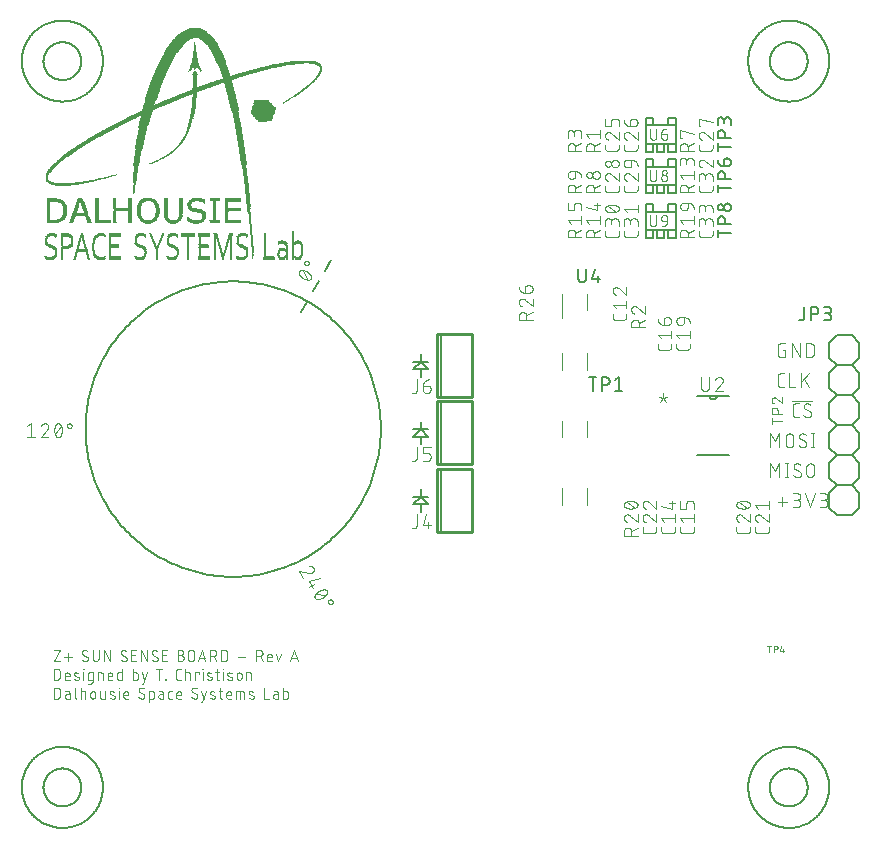
<source format=gbr>
G04 EAGLE Gerber RS-274X export*
G75*
%MOMM*%
%FSLAX34Y34*%
%LPD*%
%INSilkscreen Top*%
%IPPOS*%
%AMOC8*
5,1,8,0,0,1.08239X$1,22.5*%
G01*
%ADD10C,0.076200*%
%ADD11C,0.203200*%
%ADD12C,0.152400*%
%ADD13C,0.101600*%
%ADD14R,0.355600X0.025400*%
%ADD15R,0.228600X0.025400*%
%ADD16R,0.533400X0.025400*%
%ADD17R,0.177800X0.025400*%
%ADD18R,0.558800X0.025400*%
%ADD19R,0.965200X0.025400*%
%ADD20R,0.508000X0.025400*%
%ADD21R,0.152400X0.025400*%
%ADD22R,0.101600X0.025400*%
%ADD23R,0.914400X0.025400*%
%ADD24R,0.330200X0.025400*%
%ADD25R,0.127000X0.025400*%
%ADD26R,0.635000X0.025400*%
%ADD27R,0.203200X0.025400*%
%ADD28R,0.660400X0.025400*%
%ADD29R,0.990600X0.025400*%
%ADD30R,0.939800X0.025400*%
%ADD31R,0.431800X0.025400*%
%ADD32R,0.406400X0.025400*%
%ADD33R,0.736600X0.025400*%
%ADD34R,0.482600X0.025400*%
%ADD35R,0.457200X0.025400*%
%ADD36R,0.812800X0.025400*%
%ADD37R,0.762000X0.025400*%
%ADD38R,0.787400X0.025400*%
%ADD39R,0.838200X0.025400*%
%ADD40R,0.863600X0.025400*%
%ADD41R,0.076200X0.025400*%
%ADD42R,0.584200X0.025400*%
%ADD43R,0.889000X0.025400*%
%ADD44R,0.279400X0.025400*%
%ADD45R,0.304800X0.025400*%
%ADD46R,0.381000X0.025400*%
%ADD47R,0.254000X0.025400*%
%ADD48R,0.050800X0.025400*%
%ADD49R,0.025400X0.025400*%
%ADD50R,1.041400X0.025400*%
%ADD51R,0.711200X0.025400*%
%ADD52R,0.685800X0.025400*%
%ADD53R,0.609600X0.025400*%
%ADD54R,1.219200X0.025400*%
%ADD55R,1.193800X0.025400*%
%ADD56R,1.270000X0.025400*%
%ADD57R,1.346200X0.025400*%
%ADD58R,1.295400X0.025400*%
%ADD59R,1.016000X0.025400*%
%ADD60R,1.092200X0.025400*%
%ADD61R,1.143000X0.025400*%
%ADD62R,1.168400X0.025400*%
%ADD63R,1.066800X0.025400*%
%ADD64R,1.244600X0.025400*%
%ADD65R,1.320800X0.025400*%
%ADD66R,1.371600X0.025400*%
%ADD67R,1.397000X0.025400*%
%ADD68R,1.549400X0.025400*%
%ADD69R,1.117600X0.025400*%
%ADD70R,1.422400X0.025400*%
%ADD71R,1.752600X0.025400*%
%ADD72R,2.006600X0.025400*%
%ADD73R,2.235200X0.025400*%
%ADD74R,2.438400X0.025400*%
%ADD75R,2.641600X0.025400*%
%ADD76R,1.447800X0.025400*%
%ADD77R,1.473200X0.025400*%
%ADD78R,1.498600X0.025400*%
%ADD79R,1.574800X0.025400*%
%ADD80R,1.600200X0.025400*%
%ADD81R,1.651000X0.025400*%
%ADD82R,1.676400X0.025400*%
%ADD83R,1.727200X0.025400*%
%ADD84R,1.803400X0.025400*%
%ADD85R,1.828800X0.025400*%
%ADD86R,1.879600X0.025400*%
%ADD87R,1.905000X0.025400*%
%ADD88R,1.930400X0.025400*%
%ADD89R,1.955800X0.025400*%
%ADD90R,1.981200X0.025400*%
%ADD91R,2.032000X0.025400*%
%ADD92R,2.057400X0.025400*%
%ADD93R,1.854200X0.025400*%
%ADD94R,1.778000X0.025400*%
%ADD95R,1.701800X0.025400*%
%ADD96R,1.524000X0.025400*%
%ADD97R,2.844800X0.025400*%
%ADD98R,2.616200X0.025400*%
%ADD99R,2.387600X0.025400*%
%ADD100R,2.133600X0.025400*%
%ADD101R,3.124200X0.025400*%
%ADD102R,3.073400X0.025400*%
%ADD103R,3.022600X0.025400*%
%ADD104R,2.971800X0.025400*%
%ADD105R,2.921000X0.025400*%
%ADD106R,2.895600X0.025400*%
%ADD107R,2.794000X0.025400*%
%ADD108R,2.743200X0.025400*%
%ADD109R,2.692400X0.025400*%
%ADD110R,2.565400X0.025400*%
%ADD111R,2.514600X0.025400*%
%ADD112R,2.362200X0.025400*%
%ADD113R,2.311400X0.025400*%
%ADD114R,2.260600X0.025400*%
%ADD115R,2.159000X0.025400*%
%ADD116R,2.108200X0.025400*%
%ADD117C,0.120000*%
%ADD118C,0.127000*%
%ADD119C,0.254000*%
%ADD120C,0.050800*%


D10*
X140081Y238506D02*
X140081Y247904D01*
X142692Y247904D01*
X142792Y247902D01*
X142892Y247896D01*
X142991Y247887D01*
X143091Y247873D01*
X143189Y247856D01*
X143287Y247835D01*
X143384Y247811D01*
X143480Y247782D01*
X143575Y247750D01*
X143668Y247715D01*
X143760Y247676D01*
X143851Y247633D01*
X143939Y247587D01*
X144026Y247537D01*
X144111Y247485D01*
X144194Y247429D01*
X144275Y247370D01*
X144353Y247307D01*
X144429Y247242D01*
X144503Y247174D01*
X144573Y247104D01*
X144641Y247030D01*
X144706Y246954D01*
X144769Y246876D01*
X144828Y246795D01*
X144884Y246712D01*
X144936Y246627D01*
X144986Y246540D01*
X145032Y246452D01*
X145075Y246361D01*
X145114Y246269D01*
X145149Y246176D01*
X145181Y246081D01*
X145210Y245985D01*
X145234Y245888D01*
X145255Y245790D01*
X145272Y245692D01*
X145286Y245592D01*
X145295Y245493D01*
X145301Y245393D01*
X145303Y245293D01*
X145302Y245293D02*
X145302Y241117D01*
X145303Y241117D02*
X145301Y241017D01*
X145295Y240917D01*
X145286Y240818D01*
X145272Y240718D01*
X145255Y240620D01*
X145234Y240522D01*
X145210Y240425D01*
X145181Y240329D01*
X145149Y240234D01*
X145114Y240141D01*
X145075Y240049D01*
X145032Y239958D01*
X144986Y239870D01*
X144936Y239783D01*
X144884Y239698D01*
X144828Y239615D01*
X144769Y239534D01*
X144706Y239456D01*
X144641Y239380D01*
X144573Y239306D01*
X144503Y239236D01*
X144429Y239168D01*
X144353Y239103D01*
X144275Y239040D01*
X144194Y238981D01*
X144111Y238925D01*
X144026Y238873D01*
X143939Y238823D01*
X143851Y238777D01*
X143760Y238734D01*
X143668Y238695D01*
X143575Y238660D01*
X143480Y238628D01*
X143384Y238599D01*
X143287Y238575D01*
X143189Y238554D01*
X143091Y238537D01*
X142991Y238523D01*
X142892Y238514D01*
X142792Y238508D01*
X142692Y238506D01*
X140081Y238506D01*
X151009Y238506D02*
X153619Y238506D01*
X151009Y238506D02*
X150932Y238508D01*
X150856Y238514D01*
X150779Y238523D01*
X150703Y238536D01*
X150628Y238553D01*
X150554Y238573D01*
X150481Y238598D01*
X150410Y238625D01*
X150339Y238656D01*
X150271Y238691D01*
X150204Y238729D01*
X150139Y238770D01*
X150076Y238814D01*
X150016Y238861D01*
X149957Y238912D01*
X149902Y238965D01*
X149849Y239020D01*
X149798Y239079D01*
X149751Y239139D01*
X149707Y239202D01*
X149666Y239267D01*
X149628Y239334D01*
X149593Y239402D01*
X149562Y239473D01*
X149535Y239544D01*
X149510Y239617D01*
X149490Y239691D01*
X149473Y239766D01*
X149460Y239842D01*
X149451Y239919D01*
X149445Y239995D01*
X149443Y240072D01*
X149442Y240072D02*
X149442Y242683D01*
X149443Y242683D02*
X149445Y242773D01*
X149451Y242862D01*
X149460Y242952D01*
X149474Y243041D01*
X149491Y243129D01*
X149512Y243216D01*
X149537Y243303D01*
X149566Y243388D01*
X149598Y243472D01*
X149633Y243554D01*
X149673Y243635D01*
X149715Y243714D01*
X149761Y243791D01*
X149811Y243866D01*
X149863Y243939D01*
X149919Y244010D01*
X149977Y244078D01*
X150039Y244143D01*
X150103Y244206D01*
X150170Y244266D01*
X150239Y244323D01*
X150311Y244377D01*
X150385Y244428D01*
X150461Y244476D01*
X150539Y244520D01*
X150619Y244561D01*
X150701Y244599D01*
X150784Y244633D01*
X150869Y244663D01*
X150955Y244690D01*
X151041Y244713D01*
X151129Y244732D01*
X151218Y244747D01*
X151307Y244759D01*
X151396Y244767D01*
X151486Y244771D01*
X151576Y244771D01*
X151666Y244767D01*
X151755Y244759D01*
X151844Y244747D01*
X151933Y244732D01*
X152021Y244713D01*
X152107Y244690D01*
X152193Y244663D01*
X152278Y244633D01*
X152361Y244599D01*
X152443Y244561D01*
X152523Y244520D01*
X152601Y244476D01*
X152677Y244428D01*
X152751Y244377D01*
X152823Y244323D01*
X152892Y244266D01*
X152959Y244206D01*
X153023Y244143D01*
X153085Y244078D01*
X153143Y244010D01*
X153199Y243939D01*
X153251Y243866D01*
X153301Y243791D01*
X153347Y243714D01*
X153389Y243635D01*
X153429Y243554D01*
X153464Y243472D01*
X153496Y243388D01*
X153525Y243303D01*
X153550Y243216D01*
X153571Y243129D01*
X153588Y243041D01*
X153602Y242952D01*
X153611Y242862D01*
X153617Y242773D01*
X153619Y242683D01*
X153619Y241639D01*
X149442Y241639D01*
X158150Y242161D02*
X160761Y241117D01*
X158150Y242161D02*
X158084Y242189D01*
X158019Y242222D01*
X157956Y242257D01*
X157895Y242296D01*
X157836Y242338D01*
X157780Y242383D01*
X157726Y242431D01*
X157675Y242482D01*
X157626Y242535D01*
X157581Y242592D01*
X157538Y242650D01*
X157499Y242710D01*
X157462Y242773D01*
X157430Y242838D01*
X157401Y242904D01*
X157375Y242971D01*
X157353Y243040D01*
X157335Y243110D01*
X157320Y243181D01*
X157309Y243252D01*
X157302Y243324D01*
X157299Y243396D01*
X157300Y243468D01*
X157305Y243541D01*
X157313Y243612D01*
X157325Y243684D01*
X157341Y243754D01*
X157361Y243823D01*
X157385Y243892D01*
X157412Y243959D01*
X157442Y244024D01*
X157476Y244088D01*
X157514Y244150D01*
X157554Y244210D01*
X157598Y244267D01*
X157645Y244322D01*
X157695Y244375D01*
X157747Y244424D01*
X157802Y244471D01*
X157859Y244515D01*
X157919Y244556D01*
X157981Y244593D01*
X158045Y244628D01*
X158110Y244658D01*
X158177Y244686D01*
X158245Y244709D01*
X158315Y244729D01*
X158385Y244745D01*
X158456Y244758D01*
X158528Y244766D01*
X158600Y244771D01*
X158672Y244772D01*
X158673Y244771D02*
X158824Y244767D01*
X158975Y244759D01*
X159126Y244748D01*
X159277Y244732D01*
X159427Y244712D01*
X159577Y244689D01*
X159726Y244662D01*
X159874Y244631D01*
X160022Y244596D01*
X160168Y244558D01*
X160314Y244515D01*
X160458Y244469D01*
X160601Y244420D01*
X160743Y244367D01*
X160883Y244310D01*
X161022Y244249D01*
X160761Y241117D02*
X160827Y241089D01*
X160892Y241056D01*
X160955Y241021D01*
X161016Y240982D01*
X161075Y240940D01*
X161131Y240895D01*
X161185Y240847D01*
X161236Y240796D01*
X161285Y240743D01*
X161330Y240686D01*
X161373Y240628D01*
X161412Y240568D01*
X161449Y240505D01*
X161481Y240440D01*
X161510Y240374D01*
X161536Y240307D01*
X161558Y240238D01*
X161576Y240168D01*
X161591Y240097D01*
X161602Y240026D01*
X161609Y239954D01*
X161612Y239882D01*
X161611Y239810D01*
X161606Y239737D01*
X161598Y239666D01*
X161586Y239594D01*
X161570Y239524D01*
X161550Y239455D01*
X161526Y239386D01*
X161499Y239319D01*
X161469Y239254D01*
X161435Y239190D01*
X161397Y239128D01*
X161357Y239068D01*
X161313Y239011D01*
X161266Y238956D01*
X161216Y238903D01*
X161164Y238854D01*
X161109Y238807D01*
X161052Y238763D01*
X160992Y238722D01*
X160930Y238685D01*
X160866Y238650D01*
X160801Y238620D01*
X160734Y238592D01*
X160666Y238569D01*
X160596Y238549D01*
X160526Y238533D01*
X160455Y238520D01*
X160383Y238512D01*
X160311Y238507D01*
X160239Y238506D01*
X160029Y238511D01*
X159820Y238522D01*
X159611Y238537D01*
X159403Y238557D01*
X159195Y238583D01*
X158988Y238613D01*
X158781Y238648D01*
X158576Y238688D01*
X158371Y238732D01*
X158168Y238782D01*
X157965Y238836D01*
X157764Y238896D01*
X157565Y238959D01*
X157367Y239028D01*
X165247Y238506D02*
X165247Y244771D01*
X164986Y247382D02*
X164986Y247904D01*
X165508Y247904D01*
X165508Y247382D01*
X164986Y247382D01*
X170470Y238506D02*
X173081Y238506D01*
X170470Y238506D02*
X170393Y238508D01*
X170317Y238514D01*
X170240Y238523D01*
X170164Y238536D01*
X170089Y238553D01*
X170015Y238573D01*
X169942Y238598D01*
X169871Y238625D01*
X169800Y238656D01*
X169732Y238691D01*
X169665Y238729D01*
X169600Y238770D01*
X169537Y238814D01*
X169477Y238861D01*
X169418Y238912D01*
X169363Y238965D01*
X169310Y239020D01*
X169259Y239079D01*
X169212Y239139D01*
X169168Y239202D01*
X169127Y239267D01*
X169089Y239334D01*
X169054Y239402D01*
X169023Y239473D01*
X168996Y239544D01*
X168971Y239617D01*
X168951Y239691D01*
X168934Y239766D01*
X168921Y239842D01*
X168912Y239919D01*
X168906Y239995D01*
X168904Y240072D01*
X168904Y243205D01*
X168906Y243282D01*
X168912Y243358D01*
X168921Y243435D01*
X168934Y243511D01*
X168951Y243586D01*
X168971Y243660D01*
X168996Y243733D01*
X169023Y243804D01*
X169054Y243875D01*
X169089Y243943D01*
X169127Y244010D01*
X169168Y244075D01*
X169212Y244138D01*
X169259Y244198D01*
X169310Y244257D01*
X169363Y244312D01*
X169418Y244365D01*
X169477Y244416D01*
X169537Y244463D01*
X169600Y244507D01*
X169665Y244548D01*
X169732Y244586D01*
X169800Y244621D01*
X169871Y244652D01*
X169942Y244679D01*
X170015Y244704D01*
X170089Y244724D01*
X170164Y244741D01*
X170240Y244754D01*
X170317Y244763D01*
X170393Y244769D01*
X170470Y244771D01*
X173081Y244771D01*
X173081Y236940D01*
X173080Y236940D02*
X173078Y236863D01*
X173072Y236787D01*
X173063Y236710D01*
X173050Y236634D01*
X173033Y236559D01*
X173013Y236485D01*
X172988Y236412D01*
X172961Y236341D01*
X172930Y236270D01*
X172895Y236202D01*
X172857Y236135D01*
X172816Y236070D01*
X172772Y236007D01*
X172725Y235947D01*
X172674Y235888D01*
X172621Y235833D01*
X172566Y235780D01*
X172507Y235729D01*
X172447Y235682D01*
X172384Y235638D01*
X172319Y235597D01*
X172252Y235559D01*
X172184Y235524D01*
X172113Y235493D01*
X172042Y235466D01*
X171969Y235441D01*
X171895Y235421D01*
X171820Y235404D01*
X171744Y235391D01*
X171668Y235382D01*
X171591Y235376D01*
X171514Y235374D01*
X171514Y235373D02*
X169426Y235373D01*
X177484Y238506D02*
X177484Y244771D01*
X180094Y244771D01*
X180171Y244769D01*
X180247Y244763D01*
X180324Y244754D01*
X180400Y244741D01*
X180475Y244724D01*
X180549Y244704D01*
X180622Y244679D01*
X180693Y244652D01*
X180764Y244621D01*
X180832Y244586D01*
X180899Y244548D01*
X180964Y244507D01*
X181027Y244463D01*
X181087Y244416D01*
X181146Y244365D01*
X181201Y244312D01*
X181254Y244257D01*
X181305Y244198D01*
X181352Y244138D01*
X181396Y244075D01*
X181437Y244010D01*
X181475Y243943D01*
X181510Y243875D01*
X181541Y243804D01*
X181568Y243733D01*
X181593Y243660D01*
X181613Y243586D01*
X181630Y243511D01*
X181643Y243435D01*
X181652Y243359D01*
X181658Y243282D01*
X181660Y243205D01*
X181661Y243205D02*
X181661Y238506D01*
X187280Y238506D02*
X189890Y238506D01*
X187280Y238506D02*
X187203Y238508D01*
X187127Y238514D01*
X187050Y238523D01*
X186974Y238536D01*
X186899Y238553D01*
X186825Y238573D01*
X186752Y238598D01*
X186681Y238625D01*
X186610Y238656D01*
X186542Y238691D01*
X186475Y238729D01*
X186410Y238770D01*
X186347Y238814D01*
X186287Y238861D01*
X186228Y238912D01*
X186173Y238965D01*
X186120Y239020D01*
X186069Y239079D01*
X186022Y239139D01*
X185978Y239202D01*
X185937Y239267D01*
X185899Y239334D01*
X185864Y239402D01*
X185833Y239473D01*
X185806Y239544D01*
X185781Y239617D01*
X185761Y239691D01*
X185744Y239766D01*
X185731Y239842D01*
X185722Y239919D01*
X185716Y239995D01*
X185714Y240072D01*
X185713Y240072D02*
X185713Y242683D01*
X185714Y242683D02*
X185716Y242773D01*
X185722Y242862D01*
X185731Y242952D01*
X185745Y243041D01*
X185762Y243129D01*
X185783Y243216D01*
X185808Y243303D01*
X185837Y243388D01*
X185869Y243472D01*
X185904Y243554D01*
X185944Y243635D01*
X185986Y243714D01*
X186032Y243791D01*
X186082Y243866D01*
X186134Y243939D01*
X186190Y244010D01*
X186248Y244078D01*
X186310Y244143D01*
X186374Y244206D01*
X186441Y244266D01*
X186510Y244323D01*
X186582Y244377D01*
X186656Y244428D01*
X186732Y244476D01*
X186810Y244520D01*
X186890Y244561D01*
X186972Y244599D01*
X187055Y244633D01*
X187140Y244663D01*
X187226Y244690D01*
X187312Y244713D01*
X187400Y244732D01*
X187489Y244747D01*
X187578Y244759D01*
X187667Y244767D01*
X187757Y244771D01*
X187847Y244771D01*
X187937Y244767D01*
X188026Y244759D01*
X188115Y244747D01*
X188204Y244732D01*
X188292Y244713D01*
X188378Y244690D01*
X188464Y244663D01*
X188549Y244633D01*
X188632Y244599D01*
X188714Y244561D01*
X188794Y244520D01*
X188872Y244476D01*
X188948Y244428D01*
X189022Y244377D01*
X189094Y244323D01*
X189163Y244266D01*
X189230Y244206D01*
X189294Y244143D01*
X189356Y244078D01*
X189414Y244010D01*
X189470Y243939D01*
X189522Y243866D01*
X189572Y243791D01*
X189618Y243714D01*
X189660Y243635D01*
X189700Y243554D01*
X189735Y243472D01*
X189767Y243388D01*
X189796Y243303D01*
X189821Y243216D01*
X189842Y243129D01*
X189859Y243041D01*
X189873Y242952D01*
X189882Y242862D01*
X189888Y242773D01*
X189890Y242683D01*
X189890Y241639D01*
X185713Y241639D01*
X197769Y238506D02*
X197769Y247904D01*
X197769Y238506D02*
X195159Y238506D01*
X195082Y238508D01*
X195006Y238514D01*
X194929Y238523D01*
X194853Y238536D01*
X194778Y238553D01*
X194704Y238573D01*
X194631Y238598D01*
X194560Y238625D01*
X194489Y238656D01*
X194421Y238691D01*
X194354Y238729D01*
X194289Y238770D01*
X194226Y238814D01*
X194166Y238861D01*
X194107Y238912D01*
X194052Y238965D01*
X193999Y239020D01*
X193948Y239079D01*
X193901Y239139D01*
X193857Y239202D01*
X193816Y239267D01*
X193778Y239334D01*
X193743Y239402D01*
X193712Y239473D01*
X193685Y239544D01*
X193660Y239617D01*
X193640Y239691D01*
X193623Y239766D01*
X193610Y239842D01*
X193601Y239919D01*
X193595Y239995D01*
X193593Y240072D01*
X193592Y240072D02*
X193592Y243205D01*
X193593Y243205D02*
X193595Y243282D01*
X193601Y243358D01*
X193610Y243435D01*
X193623Y243511D01*
X193640Y243586D01*
X193660Y243660D01*
X193685Y243733D01*
X193712Y243804D01*
X193743Y243875D01*
X193778Y243943D01*
X193816Y244010D01*
X193857Y244075D01*
X193901Y244138D01*
X193948Y244198D01*
X193999Y244257D01*
X194052Y244312D01*
X194107Y244365D01*
X194166Y244416D01*
X194226Y244463D01*
X194289Y244507D01*
X194354Y244548D01*
X194421Y244586D01*
X194489Y244621D01*
X194560Y244652D01*
X194631Y244679D01*
X194704Y244704D01*
X194778Y244724D01*
X194853Y244741D01*
X194929Y244754D01*
X195006Y244763D01*
X195082Y244769D01*
X195159Y244771D01*
X197769Y244771D01*
X207095Y247904D02*
X207095Y238506D01*
X209705Y238506D01*
X209782Y238508D01*
X209858Y238514D01*
X209935Y238523D01*
X210011Y238536D01*
X210086Y238553D01*
X210160Y238573D01*
X210233Y238598D01*
X210304Y238625D01*
X210375Y238656D01*
X210443Y238691D01*
X210510Y238729D01*
X210575Y238770D01*
X210638Y238814D01*
X210698Y238861D01*
X210757Y238912D01*
X210812Y238965D01*
X210865Y239020D01*
X210916Y239079D01*
X210963Y239139D01*
X211007Y239202D01*
X211048Y239267D01*
X211086Y239334D01*
X211121Y239402D01*
X211152Y239473D01*
X211179Y239544D01*
X211204Y239617D01*
X211224Y239691D01*
X211241Y239766D01*
X211254Y239842D01*
X211263Y239918D01*
X211269Y239995D01*
X211271Y240072D01*
X211272Y240072D02*
X211272Y243205D01*
X211271Y243205D02*
X211269Y243282D01*
X211263Y243358D01*
X211254Y243435D01*
X211241Y243511D01*
X211224Y243586D01*
X211204Y243660D01*
X211179Y243733D01*
X211152Y243804D01*
X211121Y243875D01*
X211086Y243943D01*
X211048Y244010D01*
X211007Y244075D01*
X210963Y244138D01*
X210916Y244198D01*
X210865Y244257D01*
X210812Y244312D01*
X210757Y244365D01*
X210698Y244416D01*
X210638Y244463D01*
X210575Y244507D01*
X210510Y244548D01*
X210443Y244586D01*
X210375Y244621D01*
X210304Y244652D01*
X210233Y244679D01*
X210160Y244704D01*
X210086Y244724D01*
X210011Y244741D01*
X209935Y244754D01*
X209858Y244763D01*
X209782Y244769D01*
X209705Y244771D01*
X207095Y244771D01*
X214669Y235373D02*
X215713Y235373D01*
X218846Y244771D01*
X214669Y244771D02*
X216757Y238506D01*
X229254Y238506D02*
X229254Y247904D01*
X226644Y247904D02*
X231865Y247904D01*
X234784Y239028D02*
X234784Y238506D01*
X234784Y239028D02*
X235306Y239028D01*
X235306Y238506D01*
X234784Y238506D01*
X245775Y238506D02*
X247863Y238506D01*
X245775Y238506D02*
X245686Y238508D01*
X245598Y238514D01*
X245510Y238523D01*
X245422Y238536D01*
X245335Y238553D01*
X245249Y238573D01*
X245164Y238598D01*
X245079Y238625D01*
X244996Y238657D01*
X244915Y238691D01*
X244835Y238730D01*
X244757Y238771D01*
X244680Y238816D01*
X244606Y238864D01*
X244533Y238915D01*
X244463Y238969D01*
X244396Y239027D01*
X244330Y239087D01*
X244268Y239149D01*
X244208Y239215D01*
X244150Y239282D01*
X244096Y239352D01*
X244045Y239425D01*
X243997Y239499D01*
X243952Y239576D01*
X243911Y239654D01*
X243872Y239734D01*
X243838Y239815D01*
X243806Y239898D01*
X243779Y239983D01*
X243754Y240068D01*
X243734Y240154D01*
X243717Y240241D01*
X243704Y240329D01*
X243695Y240417D01*
X243689Y240505D01*
X243687Y240594D01*
X243687Y245816D01*
X243689Y245907D01*
X243695Y245998D01*
X243705Y246089D01*
X243719Y246179D01*
X243736Y246268D01*
X243758Y246356D01*
X243784Y246444D01*
X243813Y246530D01*
X243846Y246615D01*
X243883Y246698D01*
X243923Y246780D01*
X243967Y246860D01*
X244014Y246938D01*
X244065Y247014D01*
X244118Y247087D01*
X244175Y247158D01*
X244236Y247227D01*
X244299Y247292D01*
X244364Y247355D01*
X244433Y247415D01*
X244504Y247473D01*
X244577Y247526D01*
X244653Y247577D01*
X244731Y247624D01*
X244811Y247668D01*
X244893Y247708D01*
X244976Y247745D01*
X245061Y247778D01*
X245147Y247807D01*
X245235Y247833D01*
X245323Y247855D01*
X245412Y247872D01*
X245502Y247886D01*
X245593Y247896D01*
X245684Y247902D01*
X245775Y247904D01*
X247863Y247904D01*
X251550Y247904D02*
X251550Y238506D01*
X251550Y244771D02*
X254160Y244771D01*
X254237Y244769D01*
X254313Y244763D01*
X254390Y244754D01*
X254466Y244741D01*
X254541Y244724D01*
X254615Y244704D01*
X254688Y244679D01*
X254759Y244652D01*
X254830Y244621D01*
X254898Y244586D01*
X254965Y244548D01*
X255030Y244507D01*
X255093Y244463D01*
X255153Y244416D01*
X255212Y244365D01*
X255267Y244312D01*
X255320Y244257D01*
X255371Y244198D01*
X255418Y244138D01*
X255462Y244075D01*
X255503Y244010D01*
X255541Y243943D01*
X255576Y243875D01*
X255607Y243804D01*
X255634Y243733D01*
X255659Y243660D01*
X255679Y243586D01*
X255696Y243511D01*
X255709Y243435D01*
X255718Y243359D01*
X255724Y243282D01*
X255726Y243205D01*
X255726Y238506D01*
X260135Y238506D02*
X260135Y244771D01*
X263268Y244771D01*
X263268Y243727D01*
X266135Y244771D02*
X266135Y238506D01*
X265874Y247382D02*
X265874Y247904D01*
X266396Y247904D01*
X266396Y247382D01*
X265874Y247382D01*
X270621Y242161D02*
X273231Y241117D01*
X270620Y242161D02*
X270554Y242189D01*
X270489Y242222D01*
X270426Y242257D01*
X270365Y242296D01*
X270306Y242338D01*
X270250Y242383D01*
X270196Y242431D01*
X270145Y242482D01*
X270096Y242535D01*
X270051Y242592D01*
X270008Y242650D01*
X269969Y242710D01*
X269932Y242773D01*
X269900Y242838D01*
X269871Y242904D01*
X269845Y242971D01*
X269823Y243040D01*
X269805Y243110D01*
X269790Y243181D01*
X269779Y243252D01*
X269772Y243324D01*
X269769Y243396D01*
X269770Y243468D01*
X269775Y243541D01*
X269783Y243612D01*
X269795Y243684D01*
X269811Y243754D01*
X269831Y243823D01*
X269855Y243892D01*
X269882Y243959D01*
X269912Y244024D01*
X269946Y244088D01*
X269984Y244150D01*
X270024Y244210D01*
X270068Y244267D01*
X270115Y244322D01*
X270165Y244375D01*
X270217Y244424D01*
X270272Y244471D01*
X270329Y244515D01*
X270389Y244556D01*
X270451Y244593D01*
X270515Y244628D01*
X270580Y244658D01*
X270647Y244686D01*
X270715Y244709D01*
X270785Y244729D01*
X270855Y244745D01*
X270926Y244758D01*
X270998Y244766D01*
X271070Y244771D01*
X271142Y244772D01*
X271143Y244771D02*
X271294Y244767D01*
X271445Y244759D01*
X271596Y244748D01*
X271747Y244732D01*
X271897Y244712D01*
X272047Y244689D01*
X272196Y244662D01*
X272344Y244631D01*
X272492Y244596D01*
X272638Y244558D01*
X272784Y244515D01*
X272928Y244469D01*
X273071Y244420D01*
X273213Y244367D01*
X273353Y244310D01*
X273492Y244249D01*
X273231Y241117D02*
X273297Y241089D01*
X273362Y241056D01*
X273425Y241021D01*
X273486Y240982D01*
X273545Y240940D01*
X273601Y240895D01*
X273655Y240847D01*
X273706Y240796D01*
X273755Y240743D01*
X273800Y240686D01*
X273843Y240628D01*
X273882Y240568D01*
X273919Y240505D01*
X273951Y240440D01*
X273980Y240374D01*
X274006Y240307D01*
X274028Y240238D01*
X274046Y240168D01*
X274061Y240097D01*
X274072Y240026D01*
X274079Y239954D01*
X274082Y239882D01*
X274081Y239810D01*
X274076Y239737D01*
X274068Y239666D01*
X274056Y239594D01*
X274040Y239524D01*
X274020Y239455D01*
X273996Y239386D01*
X273969Y239319D01*
X273939Y239254D01*
X273905Y239190D01*
X273867Y239128D01*
X273827Y239068D01*
X273783Y239011D01*
X273736Y238956D01*
X273686Y238903D01*
X273634Y238854D01*
X273579Y238807D01*
X273522Y238763D01*
X273462Y238722D01*
X273400Y238685D01*
X273336Y238650D01*
X273271Y238620D01*
X273204Y238592D01*
X273136Y238569D01*
X273066Y238549D01*
X272996Y238533D01*
X272925Y238520D01*
X272853Y238512D01*
X272781Y238507D01*
X272709Y238506D01*
X272499Y238511D01*
X272290Y238522D01*
X272081Y238537D01*
X271873Y238557D01*
X271665Y238583D01*
X271458Y238613D01*
X271251Y238648D01*
X271046Y238688D01*
X270841Y238732D01*
X270638Y238782D01*
X270435Y238836D01*
X270234Y238896D01*
X270035Y238959D01*
X269837Y239028D01*
X276994Y244771D02*
X280126Y244771D01*
X278038Y247904D02*
X278038Y240072D01*
X278040Y239995D01*
X278046Y239919D01*
X278055Y239842D01*
X278068Y239766D01*
X278085Y239691D01*
X278105Y239617D01*
X278130Y239544D01*
X278157Y239473D01*
X278188Y239402D01*
X278223Y239334D01*
X278261Y239267D01*
X278302Y239202D01*
X278346Y239139D01*
X278393Y239079D01*
X278444Y239020D01*
X278497Y238965D01*
X278552Y238912D01*
X278611Y238861D01*
X278671Y238814D01*
X278734Y238770D01*
X278799Y238729D01*
X278866Y238691D01*
X278934Y238656D01*
X279005Y238625D01*
X279076Y238598D01*
X279149Y238573D01*
X279223Y238553D01*
X279298Y238536D01*
X279374Y238523D01*
X279451Y238514D01*
X279527Y238508D01*
X279604Y238506D01*
X280126Y238506D01*
X283508Y238506D02*
X283508Y244771D01*
X283247Y247382D02*
X283247Y247904D01*
X283769Y247904D01*
X283769Y247382D01*
X283247Y247382D01*
X287994Y242161D02*
X290605Y241117D01*
X287994Y242161D02*
X287928Y242189D01*
X287863Y242222D01*
X287800Y242257D01*
X287739Y242296D01*
X287680Y242338D01*
X287624Y242383D01*
X287570Y242431D01*
X287519Y242482D01*
X287470Y242535D01*
X287425Y242592D01*
X287382Y242650D01*
X287343Y242710D01*
X287306Y242773D01*
X287274Y242838D01*
X287245Y242904D01*
X287219Y242971D01*
X287197Y243040D01*
X287179Y243110D01*
X287164Y243181D01*
X287153Y243252D01*
X287146Y243324D01*
X287143Y243396D01*
X287144Y243468D01*
X287149Y243541D01*
X287157Y243612D01*
X287169Y243684D01*
X287185Y243754D01*
X287205Y243823D01*
X287229Y243892D01*
X287256Y243959D01*
X287286Y244024D01*
X287320Y244088D01*
X287358Y244150D01*
X287398Y244210D01*
X287442Y244267D01*
X287489Y244322D01*
X287539Y244375D01*
X287591Y244424D01*
X287646Y244471D01*
X287703Y244515D01*
X287763Y244556D01*
X287825Y244593D01*
X287889Y244628D01*
X287954Y244658D01*
X288021Y244686D01*
X288089Y244709D01*
X288159Y244729D01*
X288229Y244745D01*
X288300Y244758D01*
X288372Y244766D01*
X288444Y244771D01*
X288516Y244772D01*
X288517Y244771D02*
X288668Y244767D01*
X288819Y244759D01*
X288970Y244748D01*
X289121Y244732D01*
X289271Y244712D01*
X289421Y244689D01*
X289570Y244662D01*
X289718Y244631D01*
X289866Y244596D01*
X290012Y244558D01*
X290158Y244515D01*
X290302Y244469D01*
X290445Y244420D01*
X290587Y244367D01*
X290727Y244310D01*
X290866Y244249D01*
X290605Y241117D02*
X290671Y241089D01*
X290736Y241056D01*
X290799Y241021D01*
X290860Y240982D01*
X290919Y240940D01*
X290975Y240895D01*
X291029Y240847D01*
X291080Y240796D01*
X291129Y240743D01*
X291174Y240686D01*
X291217Y240628D01*
X291256Y240568D01*
X291293Y240505D01*
X291325Y240440D01*
X291354Y240374D01*
X291380Y240307D01*
X291402Y240238D01*
X291420Y240168D01*
X291435Y240097D01*
X291446Y240026D01*
X291453Y239954D01*
X291456Y239882D01*
X291455Y239810D01*
X291450Y239737D01*
X291442Y239666D01*
X291430Y239594D01*
X291414Y239524D01*
X291394Y239455D01*
X291370Y239386D01*
X291343Y239319D01*
X291313Y239254D01*
X291279Y239190D01*
X291241Y239128D01*
X291201Y239068D01*
X291157Y239011D01*
X291110Y238956D01*
X291060Y238903D01*
X291008Y238854D01*
X290953Y238807D01*
X290896Y238763D01*
X290836Y238722D01*
X290774Y238685D01*
X290710Y238650D01*
X290645Y238620D01*
X290578Y238592D01*
X290510Y238569D01*
X290440Y238549D01*
X290370Y238533D01*
X290299Y238520D01*
X290227Y238512D01*
X290155Y238507D01*
X290083Y238506D01*
X289873Y238511D01*
X289664Y238522D01*
X289455Y238537D01*
X289247Y238557D01*
X289039Y238583D01*
X288832Y238613D01*
X288625Y238648D01*
X288420Y238688D01*
X288215Y238732D01*
X288012Y238782D01*
X287809Y238836D01*
X287608Y238896D01*
X287409Y238959D01*
X287211Y239028D01*
X295136Y240594D02*
X295136Y242683D01*
X295138Y242773D01*
X295144Y242862D01*
X295153Y242952D01*
X295167Y243041D01*
X295184Y243129D01*
X295205Y243216D01*
X295230Y243303D01*
X295259Y243388D01*
X295291Y243472D01*
X295326Y243554D01*
X295366Y243635D01*
X295408Y243714D01*
X295454Y243791D01*
X295504Y243866D01*
X295556Y243939D01*
X295612Y244010D01*
X295670Y244078D01*
X295732Y244143D01*
X295796Y244206D01*
X295863Y244266D01*
X295932Y244323D01*
X296004Y244377D01*
X296078Y244428D01*
X296154Y244476D01*
X296232Y244520D01*
X296312Y244561D01*
X296394Y244599D01*
X296477Y244633D01*
X296562Y244663D01*
X296648Y244690D01*
X296734Y244713D01*
X296822Y244732D01*
X296911Y244747D01*
X297000Y244759D01*
X297089Y244767D01*
X297179Y244771D01*
X297269Y244771D01*
X297359Y244767D01*
X297448Y244759D01*
X297537Y244747D01*
X297626Y244732D01*
X297714Y244713D01*
X297800Y244690D01*
X297886Y244663D01*
X297971Y244633D01*
X298054Y244599D01*
X298136Y244561D01*
X298216Y244520D01*
X298294Y244476D01*
X298370Y244428D01*
X298444Y244377D01*
X298516Y244323D01*
X298585Y244266D01*
X298652Y244206D01*
X298716Y244143D01*
X298778Y244078D01*
X298836Y244010D01*
X298892Y243939D01*
X298944Y243866D01*
X298994Y243791D01*
X299040Y243714D01*
X299082Y243635D01*
X299122Y243554D01*
X299157Y243472D01*
X299189Y243388D01*
X299218Y243303D01*
X299243Y243216D01*
X299264Y243129D01*
X299281Y243041D01*
X299295Y242952D01*
X299304Y242862D01*
X299310Y242773D01*
X299312Y242683D01*
X299313Y242683D02*
X299313Y240594D01*
X299312Y240594D02*
X299310Y240504D01*
X299304Y240415D01*
X299295Y240325D01*
X299281Y240236D01*
X299264Y240148D01*
X299243Y240061D01*
X299218Y239974D01*
X299189Y239889D01*
X299157Y239805D01*
X299122Y239723D01*
X299082Y239642D01*
X299040Y239563D01*
X298994Y239486D01*
X298944Y239411D01*
X298892Y239338D01*
X298836Y239267D01*
X298778Y239199D01*
X298716Y239134D01*
X298652Y239071D01*
X298585Y239011D01*
X298516Y238954D01*
X298444Y238900D01*
X298370Y238849D01*
X298294Y238801D01*
X298216Y238757D01*
X298136Y238716D01*
X298054Y238678D01*
X297971Y238644D01*
X297886Y238614D01*
X297800Y238587D01*
X297714Y238564D01*
X297626Y238545D01*
X297537Y238530D01*
X297448Y238518D01*
X297359Y238510D01*
X297269Y238506D01*
X297179Y238506D01*
X297089Y238510D01*
X297000Y238518D01*
X296911Y238530D01*
X296822Y238545D01*
X296734Y238564D01*
X296648Y238587D01*
X296562Y238614D01*
X296477Y238644D01*
X296394Y238678D01*
X296312Y238716D01*
X296232Y238757D01*
X296154Y238801D01*
X296078Y238849D01*
X296004Y238900D01*
X295932Y238954D01*
X295863Y239011D01*
X295796Y239071D01*
X295732Y239134D01*
X295670Y239199D01*
X295612Y239267D01*
X295556Y239338D01*
X295504Y239411D01*
X295454Y239486D01*
X295408Y239563D01*
X295366Y239642D01*
X295326Y239723D01*
X295291Y239805D01*
X295259Y239889D01*
X295230Y239974D01*
X295205Y240061D01*
X295184Y240148D01*
X295167Y240236D01*
X295153Y240325D01*
X295144Y240415D01*
X295138Y240504D01*
X295136Y240594D01*
X303365Y238506D02*
X303365Y244771D01*
X305976Y244771D01*
X306053Y244769D01*
X306129Y244763D01*
X306206Y244754D01*
X306282Y244741D01*
X306357Y244724D01*
X306431Y244704D01*
X306504Y244679D01*
X306575Y244652D01*
X306646Y244621D01*
X306714Y244586D01*
X306781Y244548D01*
X306846Y244507D01*
X306909Y244463D01*
X306969Y244416D01*
X307028Y244365D01*
X307083Y244312D01*
X307136Y244257D01*
X307187Y244198D01*
X307234Y244138D01*
X307278Y244075D01*
X307319Y244010D01*
X307357Y243943D01*
X307392Y243875D01*
X307423Y243804D01*
X307450Y243733D01*
X307475Y243660D01*
X307495Y243586D01*
X307512Y243511D01*
X307525Y243435D01*
X307534Y243359D01*
X307540Y243282D01*
X307542Y243205D01*
X307542Y238506D01*
X145302Y263779D02*
X140081Y263779D01*
X145302Y263779D02*
X140081Y254381D01*
X145302Y254381D01*
X149008Y258036D02*
X155273Y258036D01*
X152140Y254903D02*
X152140Y261168D01*
X166988Y254381D02*
X167077Y254383D01*
X167165Y254389D01*
X167253Y254398D01*
X167341Y254411D01*
X167428Y254428D01*
X167514Y254448D01*
X167599Y254473D01*
X167684Y254500D01*
X167767Y254532D01*
X167848Y254566D01*
X167928Y254605D01*
X168006Y254646D01*
X168083Y254691D01*
X168157Y254739D01*
X168230Y254790D01*
X168300Y254844D01*
X168367Y254902D01*
X168433Y254962D01*
X168495Y255024D01*
X168555Y255090D01*
X168613Y255157D01*
X168667Y255227D01*
X168718Y255300D01*
X168766Y255374D01*
X168811Y255451D01*
X168852Y255529D01*
X168891Y255609D01*
X168925Y255690D01*
X168957Y255773D01*
X168984Y255858D01*
X169009Y255943D01*
X169029Y256029D01*
X169046Y256116D01*
X169059Y256204D01*
X169068Y256292D01*
X169074Y256380D01*
X169076Y256469D01*
X166988Y254381D02*
X166859Y254383D01*
X166730Y254389D01*
X166601Y254398D01*
X166473Y254411D01*
X166345Y254428D01*
X166218Y254449D01*
X166091Y254473D01*
X165965Y254501D01*
X165840Y254533D01*
X165716Y254568D01*
X165593Y254607D01*
X165471Y254650D01*
X165351Y254696D01*
X165232Y254746D01*
X165114Y254799D01*
X164998Y254855D01*
X164884Y254915D01*
X164771Y254978D01*
X164661Y255045D01*
X164552Y255114D01*
X164446Y255187D01*
X164341Y255263D01*
X164239Y255342D01*
X164140Y255424D01*
X164042Y255508D01*
X163947Y255596D01*
X163855Y255686D01*
X164117Y261691D02*
X164119Y261780D01*
X164125Y261868D01*
X164134Y261956D01*
X164147Y262044D01*
X164164Y262131D01*
X164184Y262217D01*
X164209Y262302D01*
X164236Y262387D01*
X164268Y262470D01*
X164302Y262551D01*
X164341Y262631D01*
X164382Y262709D01*
X164427Y262786D01*
X164475Y262860D01*
X164526Y262933D01*
X164580Y263003D01*
X164638Y263070D01*
X164698Y263136D01*
X164760Y263198D01*
X164826Y263258D01*
X164893Y263316D01*
X164963Y263370D01*
X165036Y263421D01*
X165110Y263469D01*
X165187Y263514D01*
X165265Y263555D01*
X165345Y263594D01*
X165426Y263628D01*
X165509Y263660D01*
X165594Y263687D01*
X165679Y263712D01*
X165765Y263732D01*
X165852Y263749D01*
X165940Y263762D01*
X166028Y263771D01*
X166116Y263777D01*
X166205Y263779D01*
X166325Y263777D01*
X166445Y263772D01*
X166565Y263762D01*
X166684Y263750D01*
X166803Y263733D01*
X166921Y263713D01*
X167039Y263689D01*
X167155Y263662D01*
X167271Y263631D01*
X167386Y263597D01*
X167500Y263559D01*
X167613Y263517D01*
X167724Y263472D01*
X167834Y263424D01*
X167942Y263373D01*
X168049Y263318D01*
X168154Y263260D01*
X168257Y263198D01*
X168358Y263134D01*
X168458Y263066D01*
X168555Y262996D01*
X165160Y259864D02*
X165082Y259912D01*
X165006Y259964D01*
X164933Y260018D01*
X164862Y260076D01*
X164793Y260137D01*
X164727Y260201D01*
X164664Y260268D01*
X164604Y260337D01*
X164547Y260409D01*
X164493Y260483D01*
X164443Y260560D01*
X164395Y260639D01*
X164352Y260719D01*
X164311Y260802D01*
X164275Y260886D01*
X164242Y260971D01*
X164213Y261058D01*
X164187Y261147D01*
X164165Y261236D01*
X164148Y261326D01*
X164134Y261416D01*
X164124Y261508D01*
X164118Y261599D01*
X164116Y261691D01*
X168032Y258296D02*
X168110Y258248D01*
X168186Y258196D01*
X168259Y258142D01*
X168330Y258084D01*
X168399Y258023D01*
X168465Y257959D01*
X168528Y257892D01*
X168588Y257823D01*
X168645Y257751D01*
X168699Y257677D01*
X168749Y257600D01*
X168797Y257521D01*
X168840Y257441D01*
X168881Y257358D01*
X168917Y257274D01*
X168950Y257189D01*
X168979Y257102D01*
X169005Y257013D01*
X169027Y256924D01*
X169044Y256834D01*
X169058Y256744D01*
X169068Y256652D01*
X169074Y256561D01*
X169076Y256469D01*
X168032Y258297D02*
X165161Y259863D01*
X172999Y256992D02*
X172999Y263779D01*
X172999Y256992D02*
X173001Y256891D01*
X173007Y256790D01*
X173017Y256689D01*
X173030Y256589D01*
X173048Y256489D01*
X173069Y256390D01*
X173095Y256292D01*
X173124Y256195D01*
X173156Y256099D01*
X173193Y256005D01*
X173233Y255912D01*
X173277Y255820D01*
X173324Y255731D01*
X173375Y255643D01*
X173429Y255557D01*
X173486Y255474D01*
X173546Y255392D01*
X173610Y255314D01*
X173676Y255237D01*
X173746Y255164D01*
X173818Y255093D01*
X173893Y255025D01*
X173971Y254960D01*
X174051Y254898D01*
X174133Y254839D01*
X174218Y254783D01*
X174305Y254731D01*
X174393Y254682D01*
X174484Y254636D01*
X174576Y254595D01*
X174670Y254556D01*
X174765Y254522D01*
X174861Y254491D01*
X174959Y254464D01*
X175057Y254440D01*
X175157Y254421D01*
X175257Y254405D01*
X175357Y254393D01*
X175458Y254385D01*
X175559Y254381D01*
X175661Y254381D01*
X175762Y254385D01*
X175863Y254393D01*
X175963Y254405D01*
X176063Y254421D01*
X176163Y254440D01*
X176261Y254464D01*
X176359Y254491D01*
X176455Y254522D01*
X176550Y254556D01*
X176644Y254595D01*
X176736Y254636D01*
X176827Y254682D01*
X176915Y254731D01*
X177002Y254783D01*
X177087Y254839D01*
X177169Y254898D01*
X177249Y254960D01*
X177327Y255025D01*
X177402Y255093D01*
X177474Y255164D01*
X177544Y255237D01*
X177610Y255314D01*
X177674Y255392D01*
X177734Y255474D01*
X177791Y255557D01*
X177845Y255643D01*
X177896Y255731D01*
X177943Y255820D01*
X177987Y255912D01*
X178027Y256005D01*
X178064Y256099D01*
X178096Y256195D01*
X178125Y256292D01*
X178151Y256390D01*
X178172Y256489D01*
X178190Y256589D01*
X178203Y256689D01*
X178213Y256790D01*
X178219Y256891D01*
X178221Y256992D01*
X178220Y256992D02*
X178220Y263779D01*
X182753Y263779D02*
X182753Y254381D01*
X187974Y254381D02*
X182753Y263779D01*
X187974Y263779D02*
X187974Y254381D01*
X199906Y254381D02*
X199995Y254383D01*
X200083Y254389D01*
X200171Y254398D01*
X200259Y254411D01*
X200346Y254428D01*
X200432Y254448D01*
X200517Y254473D01*
X200602Y254500D01*
X200685Y254532D01*
X200766Y254566D01*
X200846Y254605D01*
X200924Y254646D01*
X201001Y254691D01*
X201075Y254739D01*
X201148Y254790D01*
X201218Y254844D01*
X201285Y254902D01*
X201351Y254962D01*
X201413Y255024D01*
X201473Y255090D01*
X201531Y255157D01*
X201585Y255227D01*
X201636Y255300D01*
X201684Y255374D01*
X201729Y255451D01*
X201770Y255529D01*
X201809Y255609D01*
X201843Y255690D01*
X201875Y255773D01*
X201902Y255858D01*
X201927Y255943D01*
X201947Y256029D01*
X201964Y256116D01*
X201977Y256204D01*
X201986Y256292D01*
X201992Y256380D01*
X201994Y256469D01*
X199906Y254381D02*
X199777Y254383D01*
X199648Y254389D01*
X199519Y254398D01*
X199391Y254411D01*
X199263Y254428D01*
X199136Y254449D01*
X199009Y254473D01*
X198883Y254501D01*
X198758Y254533D01*
X198634Y254568D01*
X198511Y254607D01*
X198389Y254650D01*
X198269Y254696D01*
X198150Y254746D01*
X198032Y254799D01*
X197916Y254855D01*
X197802Y254915D01*
X197689Y254978D01*
X197579Y255045D01*
X197470Y255114D01*
X197364Y255187D01*
X197259Y255263D01*
X197157Y255342D01*
X197058Y255424D01*
X196960Y255508D01*
X196865Y255596D01*
X196773Y255686D01*
X197035Y261691D02*
X197037Y261780D01*
X197043Y261868D01*
X197052Y261956D01*
X197065Y262044D01*
X197082Y262131D01*
X197102Y262217D01*
X197127Y262302D01*
X197154Y262387D01*
X197186Y262470D01*
X197220Y262551D01*
X197259Y262631D01*
X197300Y262709D01*
X197345Y262786D01*
X197393Y262860D01*
X197444Y262933D01*
X197498Y263003D01*
X197556Y263070D01*
X197616Y263136D01*
X197678Y263198D01*
X197744Y263258D01*
X197811Y263316D01*
X197881Y263370D01*
X197954Y263421D01*
X198028Y263469D01*
X198105Y263514D01*
X198183Y263555D01*
X198263Y263594D01*
X198344Y263628D01*
X198427Y263660D01*
X198512Y263687D01*
X198597Y263712D01*
X198683Y263732D01*
X198770Y263749D01*
X198858Y263762D01*
X198946Y263771D01*
X199034Y263777D01*
X199123Y263779D01*
X199243Y263777D01*
X199363Y263772D01*
X199483Y263762D01*
X199602Y263750D01*
X199721Y263733D01*
X199839Y263713D01*
X199957Y263689D01*
X200073Y263662D01*
X200189Y263631D01*
X200304Y263597D01*
X200418Y263559D01*
X200531Y263517D01*
X200642Y263472D01*
X200752Y263424D01*
X200860Y263373D01*
X200967Y263318D01*
X201072Y263260D01*
X201175Y263198D01*
X201276Y263134D01*
X201376Y263066D01*
X201473Y262996D01*
X198079Y259864D02*
X198001Y259912D01*
X197925Y259964D01*
X197852Y260018D01*
X197781Y260076D01*
X197712Y260137D01*
X197646Y260201D01*
X197583Y260268D01*
X197523Y260337D01*
X197466Y260409D01*
X197412Y260483D01*
X197362Y260560D01*
X197314Y260639D01*
X197271Y260719D01*
X197230Y260802D01*
X197194Y260886D01*
X197161Y260971D01*
X197132Y261058D01*
X197106Y261147D01*
X197084Y261236D01*
X197067Y261326D01*
X197053Y261416D01*
X197043Y261508D01*
X197037Y261599D01*
X197035Y261691D01*
X200951Y258296D02*
X201029Y258248D01*
X201105Y258196D01*
X201178Y258142D01*
X201249Y258084D01*
X201318Y258023D01*
X201384Y257959D01*
X201447Y257892D01*
X201507Y257823D01*
X201564Y257751D01*
X201618Y257677D01*
X201668Y257600D01*
X201716Y257521D01*
X201759Y257441D01*
X201800Y257358D01*
X201836Y257274D01*
X201869Y257189D01*
X201898Y257102D01*
X201924Y257013D01*
X201946Y256924D01*
X201963Y256834D01*
X201977Y256744D01*
X201987Y256652D01*
X201993Y256561D01*
X201995Y256469D01*
X200950Y258297D02*
X198079Y259863D01*
X205935Y254381D02*
X210112Y254381D01*
X205935Y254381D02*
X205935Y263779D01*
X210112Y263779D01*
X209068Y259602D02*
X205935Y259602D01*
X213842Y263779D02*
X213842Y254381D01*
X219063Y254381D02*
X213842Y263779D01*
X219063Y263779D02*
X219063Y254381D01*
X226119Y254381D02*
X226208Y254383D01*
X226296Y254389D01*
X226384Y254398D01*
X226472Y254411D01*
X226559Y254428D01*
X226645Y254448D01*
X226730Y254473D01*
X226815Y254500D01*
X226898Y254532D01*
X226979Y254566D01*
X227059Y254605D01*
X227137Y254646D01*
X227214Y254691D01*
X227288Y254739D01*
X227361Y254790D01*
X227431Y254844D01*
X227498Y254902D01*
X227564Y254962D01*
X227626Y255024D01*
X227686Y255090D01*
X227744Y255157D01*
X227798Y255227D01*
X227849Y255300D01*
X227897Y255374D01*
X227942Y255451D01*
X227983Y255529D01*
X228022Y255609D01*
X228056Y255690D01*
X228088Y255773D01*
X228115Y255858D01*
X228140Y255943D01*
X228160Y256029D01*
X228177Y256116D01*
X228190Y256204D01*
X228199Y256292D01*
X228205Y256380D01*
X228207Y256469D01*
X226119Y254381D02*
X225990Y254383D01*
X225861Y254389D01*
X225732Y254398D01*
X225604Y254411D01*
X225476Y254428D01*
X225349Y254449D01*
X225222Y254473D01*
X225096Y254501D01*
X224971Y254533D01*
X224847Y254568D01*
X224724Y254607D01*
X224602Y254650D01*
X224482Y254696D01*
X224363Y254746D01*
X224245Y254799D01*
X224129Y254855D01*
X224015Y254915D01*
X223902Y254978D01*
X223792Y255045D01*
X223683Y255114D01*
X223577Y255187D01*
X223472Y255263D01*
X223370Y255342D01*
X223271Y255424D01*
X223173Y255508D01*
X223078Y255596D01*
X222986Y255686D01*
X223248Y261691D02*
X223250Y261780D01*
X223256Y261868D01*
X223265Y261956D01*
X223278Y262044D01*
X223295Y262131D01*
X223315Y262217D01*
X223340Y262302D01*
X223367Y262387D01*
X223399Y262470D01*
X223433Y262551D01*
X223472Y262631D01*
X223513Y262709D01*
X223558Y262786D01*
X223606Y262860D01*
X223657Y262933D01*
X223711Y263003D01*
X223769Y263070D01*
X223829Y263136D01*
X223891Y263198D01*
X223957Y263258D01*
X224024Y263316D01*
X224094Y263370D01*
X224167Y263421D01*
X224241Y263469D01*
X224318Y263514D01*
X224396Y263555D01*
X224476Y263594D01*
X224557Y263628D01*
X224640Y263660D01*
X224725Y263687D01*
X224810Y263712D01*
X224896Y263732D01*
X224983Y263749D01*
X225071Y263762D01*
X225159Y263771D01*
X225247Y263777D01*
X225336Y263779D01*
X225456Y263777D01*
X225576Y263772D01*
X225696Y263762D01*
X225815Y263750D01*
X225934Y263733D01*
X226052Y263713D01*
X226170Y263689D01*
X226286Y263662D01*
X226402Y263631D01*
X226517Y263597D01*
X226631Y263559D01*
X226744Y263517D01*
X226855Y263472D01*
X226965Y263424D01*
X227073Y263373D01*
X227180Y263318D01*
X227285Y263260D01*
X227388Y263198D01*
X227489Y263134D01*
X227589Y263066D01*
X227686Y262996D01*
X224291Y259864D02*
X224213Y259912D01*
X224137Y259964D01*
X224064Y260018D01*
X223993Y260076D01*
X223924Y260137D01*
X223858Y260201D01*
X223795Y260268D01*
X223735Y260337D01*
X223678Y260409D01*
X223624Y260483D01*
X223574Y260560D01*
X223526Y260639D01*
X223483Y260719D01*
X223442Y260802D01*
X223406Y260886D01*
X223373Y260971D01*
X223344Y261058D01*
X223318Y261147D01*
X223296Y261236D01*
X223279Y261326D01*
X223265Y261416D01*
X223255Y261508D01*
X223249Y261599D01*
X223247Y261691D01*
X227163Y258296D02*
X227241Y258248D01*
X227317Y258196D01*
X227390Y258142D01*
X227461Y258084D01*
X227530Y258023D01*
X227596Y257959D01*
X227659Y257892D01*
X227719Y257823D01*
X227776Y257751D01*
X227830Y257677D01*
X227880Y257600D01*
X227928Y257521D01*
X227971Y257441D01*
X228012Y257358D01*
X228048Y257274D01*
X228081Y257189D01*
X228110Y257102D01*
X228136Y257013D01*
X228158Y256924D01*
X228175Y256834D01*
X228189Y256744D01*
X228199Y256652D01*
X228205Y256561D01*
X228207Y256469D01*
X227163Y258297D02*
X224292Y259863D01*
X232148Y254381D02*
X236325Y254381D01*
X232148Y254381D02*
X232148Y263779D01*
X236325Y263779D01*
X235280Y259602D02*
X232148Y259602D01*
X245063Y259602D02*
X247673Y259602D01*
X247673Y259603D02*
X247774Y259601D01*
X247875Y259595D01*
X247976Y259585D01*
X248076Y259572D01*
X248176Y259554D01*
X248275Y259533D01*
X248373Y259507D01*
X248470Y259478D01*
X248566Y259446D01*
X248660Y259409D01*
X248753Y259369D01*
X248845Y259325D01*
X248934Y259278D01*
X249022Y259227D01*
X249108Y259173D01*
X249191Y259116D01*
X249273Y259056D01*
X249351Y258992D01*
X249428Y258926D01*
X249501Y258856D01*
X249572Y258784D01*
X249640Y258709D01*
X249705Y258631D01*
X249767Y258551D01*
X249826Y258469D01*
X249882Y258384D01*
X249934Y258297D01*
X249983Y258209D01*
X250029Y258118D01*
X250070Y258026D01*
X250109Y257932D01*
X250143Y257837D01*
X250174Y257741D01*
X250201Y257643D01*
X250225Y257545D01*
X250244Y257445D01*
X250260Y257345D01*
X250272Y257245D01*
X250280Y257144D01*
X250284Y257043D01*
X250284Y256941D01*
X250280Y256840D01*
X250272Y256739D01*
X250260Y256639D01*
X250244Y256539D01*
X250225Y256439D01*
X250201Y256341D01*
X250174Y256243D01*
X250143Y256147D01*
X250109Y256052D01*
X250070Y255958D01*
X250029Y255866D01*
X249983Y255775D01*
X249934Y255686D01*
X249882Y255600D01*
X249826Y255515D01*
X249767Y255433D01*
X249705Y255353D01*
X249640Y255275D01*
X249572Y255200D01*
X249501Y255128D01*
X249428Y255058D01*
X249351Y254992D01*
X249273Y254928D01*
X249191Y254868D01*
X249108Y254811D01*
X249022Y254757D01*
X248934Y254706D01*
X248845Y254659D01*
X248753Y254615D01*
X248660Y254575D01*
X248566Y254538D01*
X248470Y254506D01*
X248373Y254477D01*
X248275Y254451D01*
X248176Y254430D01*
X248076Y254412D01*
X247976Y254399D01*
X247875Y254389D01*
X247774Y254383D01*
X247673Y254381D01*
X245063Y254381D01*
X245063Y263779D01*
X247673Y263779D01*
X247763Y263777D01*
X247852Y263771D01*
X247942Y263762D01*
X248031Y263748D01*
X248119Y263731D01*
X248206Y263710D01*
X248293Y263685D01*
X248378Y263656D01*
X248462Y263624D01*
X248544Y263589D01*
X248625Y263549D01*
X248704Y263507D01*
X248781Y263461D01*
X248856Y263411D01*
X248929Y263359D01*
X249000Y263303D01*
X249068Y263245D01*
X249133Y263183D01*
X249196Y263119D01*
X249256Y263052D01*
X249313Y262983D01*
X249367Y262911D01*
X249418Y262837D01*
X249466Y262761D01*
X249510Y262683D01*
X249551Y262603D01*
X249589Y262521D01*
X249623Y262438D01*
X249653Y262353D01*
X249680Y262267D01*
X249703Y262181D01*
X249722Y262093D01*
X249737Y262004D01*
X249749Y261915D01*
X249757Y261826D01*
X249761Y261736D01*
X249761Y261646D01*
X249757Y261556D01*
X249749Y261467D01*
X249737Y261378D01*
X249722Y261289D01*
X249703Y261201D01*
X249680Y261115D01*
X249653Y261029D01*
X249623Y260944D01*
X249589Y260861D01*
X249551Y260779D01*
X249510Y260699D01*
X249466Y260621D01*
X249418Y260545D01*
X249367Y260471D01*
X249313Y260399D01*
X249256Y260330D01*
X249196Y260263D01*
X249133Y260199D01*
X249068Y260137D01*
X249000Y260079D01*
X248929Y260023D01*
X248856Y259971D01*
X248781Y259921D01*
X248704Y259875D01*
X248625Y259833D01*
X248544Y259793D01*
X248462Y259758D01*
X248378Y259726D01*
X248293Y259697D01*
X248206Y259672D01*
X248119Y259651D01*
X248031Y259634D01*
X247942Y259620D01*
X247852Y259611D01*
X247763Y259605D01*
X247673Y259603D01*
X253771Y261168D02*
X253771Y256992D01*
X253770Y261168D02*
X253772Y261269D01*
X253778Y261370D01*
X253788Y261471D01*
X253801Y261571D01*
X253819Y261671D01*
X253840Y261770D01*
X253866Y261868D01*
X253895Y261965D01*
X253927Y262061D01*
X253964Y262155D01*
X254004Y262248D01*
X254048Y262340D01*
X254095Y262429D01*
X254146Y262517D01*
X254200Y262603D01*
X254257Y262686D01*
X254317Y262768D01*
X254381Y262846D01*
X254447Y262923D01*
X254517Y262996D01*
X254589Y263067D01*
X254664Y263135D01*
X254742Y263200D01*
X254822Y263262D01*
X254904Y263321D01*
X254989Y263377D01*
X255076Y263429D01*
X255164Y263478D01*
X255255Y263524D01*
X255347Y263565D01*
X255441Y263604D01*
X255536Y263638D01*
X255632Y263669D01*
X255730Y263696D01*
X255828Y263720D01*
X255928Y263739D01*
X256028Y263755D01*
X256128Y263767D01*
X256229Y263775D01*
X256330Y263779D01*
X256432Y263779D01*
X256533Y263775D01*
X256634Y263767D01*
X256734Y263755D01*
X256834Y263739D01*
X256934Y263720D01*
X257032Y263696D01*
X257130Y263669D01*
X257226Y263638D01*
X257321Y263604D01*
X257415Y263565D01*
X257507Y263524D01*
X257598Y263478D01*
X257687Y263429D01*
X257773Y263377D01*
X257858Y263321D01*
X257940Y263262D01*
X258020Y263200D01*
X258098Y263135D01*
X258173Y263067D01*
X258245Y262996D01*
X258315Y262923D01*
X258381Y262846D01*
X258445Y262768D01*
X258505Y262686D01*
X258562Y262603D01*
X258616Y262517D01*
X258667Y262429D01*
X258714Y262340D01*
X258758Y262248D01*
X258798Y262155D01*
X258835Y262061D01*
X258867Y261965D01*
X258896Y261868D01*
X258922Y261770D01*
X258943Y261671D01*
X258961Y261571D01*
X258974Y261471D01*
X258984Y261370D01*
X258990Y261269D01*
X258992Y261168D01*
X258992Y256992D01*
X258990Y256891D01*
X258984Y256790D01*
X258974Y256689D01*
X258961Y256589D01*
X258943Y256489D01*
X258922Y256390D01*
X258896Y256292D01*
X258867Y256195D01*
X258835Y256099D01*
X258798Y256005D01*
X258758Y255912D01*
X258714Y255820D01*
X258667Y255731D01*
X258616Y255643D01*
X258562Y255557D01*
X258505Y255474D01*
X258445Y255392D01*
X258381Y255314D01*
X258315Y255237D01*
X258245Y255164D01*
X258173Y255093D01*
X258098Y255025D01*
X258020Y254960D01*
X257940Y254898D01*
X257858Y254839D01*
X257773Y254783D01*
X257686Y254731D01*
X257598Y254682D01*
X257507Y254636D01*
X257415Y254595D01*
X257321Y254556D01*
X257226Y254522D01*
X257130Y254491D01*
X257032Y254464D01*
X256934Y254440D01*
X256834Y254421D01*
X256734Y254405D01*
X256634Y254393D01*
X256533Y254385D01*
X256432Y254381D01*
X256330Y254381D01*
X256229Y254385D01*
X256128Y254393D01*
X256028Y254405D01*
X255928Y254421D01*
X255828Y254440D01*
X255730Y254464D01*
X255632Y254491D01*
X255536Y254522D01*
X255441Y254556D01*
X255347Y254595D01*
X255255Y254636D01*
X255164Y254682D01*
X255076Y254731D01*
X254989Y254783D01*
X254904Y254839D01*
X254822Y254898D01*
X254742Y254960D01*
X254664Y255025D01*
X254589Y255093D01*
X254517Y255164D01*
X254447Y255237D01*
X254381Y255314D01*
X254317Y255392D01*
X254257Y255474D01*
X254200Y255557D01*
X254146Y255643D01*
X254095Y255731D01*
X254048Y255820D01*
X254004Y255912D01*
X253964Y256005D01*
X253927Y256099D01*
X253895Y256195D01*
X253866Y256292D01*
X253840Y256390D01*
X253819Y256489D01*
X253801Y256589D01*
X253788Y256689D01*
X253778Y256790D01*
X253772Y256891D01*
X253770Y256992D01*
X262393Y254381D02*
X265525Y263779D01*
X268658Y254381D01*
X267875Y256731D02*
X263176Y256731D01*
X272421Y254381D02*
X272421Y263779D01*
X275031Y263779D01*
X275132Y263777D01*
X275233Y263771D01*
X275334Y263761D01*
X275434Y263748D01*
X275534Y263730D01*
X275633Y263709D01*
X275731Y263683D01*
X275828Y263654D01*
X275924Y263622D01*
X276018Y263585D01*
X276111Y263545D01*
X276203Y263501D01*
X276292Y263454D01*
X276380Y263403D01*
X276466Y263349D01*
X276549Y263292D01*
X276631Y263232D01*
X276709Y263168D01*
X276786Y263102D01*
X276859Y263032D01*
X276930Y262960D01*
X276998Y262885D01*
X277063Y262807D01*
X277125Y262727D01*
X277184Y262645D01*
X277240Y262560D01*
X277292Y262473D01*
X277341Y262385D01*
X277387Y262294D01*
X277428Y262202D01*
X277467Y262108D01*
X277501Y262013D01*
X277532Y261917D01*
X277559Y261819D01*
X277583Y261721D01*
X277602Y261621D01*
X277618Y261521D01*
X277630Y261421D01*
X277638Y261320D01*
X277642Y261219D01*
X277642Y261117D01*
X277638Y261016D01*
X277630Y260915D01*
X277618Y260815D01*
X277602Y260715D01*
X277583Y260615D01*
X277559Y260517D01*
X277532Y260419D01*
X277501Y260323D01*
X277467Y260228D01*
X277428Y260134D01*
X277387Y260042D01*
X277341Y259951D01*
X277292Y259862D01*
X277240Y259776D01*
X277184Y259691D01*
X277125Y259609D01*
X277063Y259529D01*
X276998Y259451D01*
X276930Y259376D01*
X276859Y259304D01*
X276786Y259234D01*
X276709Y259168D01*
X276631Y259104D01*
X276549Y259044D01*
X276466Y258987D01*
X276380Y258933D01*
X276292Y258882D01*
X276203Y258835D01*
X276111Y258791D01*
X276018Y258751D01*
X275924Y258714D01*
X275828Y258682D01*
X275731Y258653D01*
X275633Y258627D01*
X275534Y258606D01*
X275434Y258588D01*
X275334Y258575D01*
X275233Y258565D01*
X275132Y258559D01*
X275031Y258557D01*
X275031Y258558D02*
X272421Y258558D01*
X275553Y258558D02*
X277642Y254381D01*
X281812Y254381D02*
X281812Y263779D01*
X284423Y263779D01*
X284523Y263777D01*
X284623Y263771D01*
X284722Y263762D01*
X284822Y263748D01*
X284920Y263731D01*
X285018Y263710D01*
X285115Y263686D01*
X285211Y263657D01*
X285306Y263625D01*
X285399Y263590D01*
X285491Y263551D01*
X285582Y263508D01*
X285670Y263462D01*
X285757Y263412D01*
X285842Y263360D01*
X285925Y263304D01*
X286006Y263245D01*
X286084Y263182D01*
X286160Y263117D01*
X286234Y263049D01*
X286304Y262979D01*
X286372Y262905D01*
X286437Y262829D01*
X286500Y262751D01*
X286559Y262670D01*
X286615Y262587D01*
X286667Y262502D01*
X286717Y262415D01*
X286763Y262327D01*
X286806Y262236D01*
X286845Y262144D01*
X286880Y262051D01*
X286912Y261956D01*
X286941Y261860D01*
X286965Y261763D01*
X286986Y261665D01*
X287003Y261567D01*
X287017Y261467D01*
X287026Y261368D01*
X287032Y261268D01*
X287034Y261168D01*
X287033Y261168D02*
X287033Y256992D01*
X287034Y256992D02*
X287032Y256892D01*
X287026Y256792D01*
X287017Y256693D01*
X287003Y256593D01*
X286986Y256495D01*
X286965Y256397D01*
X286941Y256300D01*
X286912Y256204D01*
X286880Y256109D01*
X286845Y256016D01*
X286806Y255924D01*
X286763Y255833D01*
X286717Y255745D01*
X286667Y255658D01*
X286615Y255573D01*
X286559Y255490D01*
X286500Y255409D01*
X286437Y255331D01*
X286372Y255255D01*
X286304Y255181D01*
X286234Y255111D01*
X286160Y255043D01*
X286084Y254978D01*
X286006Y254915D01*
X285925Y254856D01*
X285842Y254800D01*
X285757Y254748D01*
X285670Y254698D01*
X285582Y254652D01*
X285491Y254609D01*
X285399Y254570D01*
X285306Y254535D01*
X285211Y254503D01*
X285115Y254474D01*
X285018Y254450D01*
X284920Y254429D01*
X284822Y254412D01*
X284722Y254398D01*
X284623Y254389D01*
X284523Y254383D01*
X284423Y254381D01*
X281812Y254381D01*
X296225Y258036D02*
X302491Y258036D01*
X311740Y254381D02*
X311740Y263779D01*
X314350Y263779D01*
X314451Y263777D01*
X314552Y263771D01*
X314653Y263761D01*
X314753Y263748D01*
X314853Y263730D01*
X314952Y263709D01*
X315050Y263683D01*
X315147Y263654D01*
X315243Y263622D01*
X315337Y263585D01*
X315430Y263545D01*
X315522Y263501D01*
X315611Y263454D01*
X315699Y263403D01*
X315785Y263349D01*
X315868Y263292D01*
X315950Y263232D01*
X316028Y263168D01*
X316105Y263102D01*
X316178Y263032D01*
X316249Y262960D01*
X316317Y262885D01*
X316382Y262807D01*
X316444Y262727D01*
X316503Y262645D01*
X316559Y262560D01*
X316611Y262473D01*
X316660Y262385D01*
X316706Y262294D01*
X316747Y262202D01*
X316786Y262108D01*
X316820Y262013D01*
X316851Y261917D01*
X316878Y261819D01*
X316902Y261721D01*
X316921Y261621D01*
X316937Y261521D01*
X316949Y261421D01*
X316957Y261320D01*
X316961Y261219D01*
X316961Y261117D01*
X316957Y261016D01*
X316949Y260915D01*
X316937Y260815D01*
X316921Y260715D01*
X316902Y260615D01*
X316878Y260517D01*
X316851Y260419D01*
X316820Y260323D01*
X316786Y260228D01*
X316747Y260134D01*
X316706Y260042D01*
X316660Y259951D01*
X316611Y259862D01*
X316559Y259776D01*
X316503Y259691D01*
X316444Y259609D01*
X316382Y259529D01*
X316317Y259451D01*
X316249Y259376D01*
X316178Y259304D01*
X316105Y259234D01*
X316028Y259168D01*
X315950Y259104D01*
X315868Y259044D01*
X315785Y258987D01*
X315699Y258933D01*
X315611Y258882D01*
X315522Y258835D01*
X315430Y258791D01*
X315337Y258751D01*
X315243Y258714D01*
X315147Y258682D01*
X315050Y258653D01*
X314952Y258627D01*
X314853Y258606D01*
X314753Y258588D01*
X314653Y258575D01*
X314552Y258565D01*
X314451Y258559D01*
X314350Y258557D01*
X314350Y258558D02*
X311740Y258558D01*
X314872Y258558D02*
X316961Y254381D01*
X322305Y254381D02*
X324916Y254381D01*
X322305Y254381D02*
X322228Y254383D01*
X322152Y254389D01*
X322075Y254398D01*
X321999Y254411D01*
X321924Y254428D01*
X321850Y254448D01*
X321777Y254473D01*
X321706Y254500D01*
X321635Y254531D01*
X321567Y254566D01*
X321500Y254604D01*
X321435Y254645D01*
X321372Y254689D01*
X321312Y254736D01*
X321253Y254787D01*
X321198Y254840D01*
X321145Y254895D01*
X321094Y254954D01*
X321047Y255014D01*
X321003Y255077D01*
X320962Y255142D01*
X320924Y255209D01*
X320889Y255277D01*
X320858Y255348D01*
X320831Y255419D01*
X320806Y255492D01*
X320786Y255566D01*
X320769Y255641D01*
X320756Y255717D01*
X320747Y255794D01*
X320741Y255870D01*
X320739Y255947D01*
X320739Y258558D01*
X320740Y258558D02*
X320742Y258648D01*
X320748Y258737D01*
X320757Y258827D01*
X320771Y258916D01*
X320788Y259004D01*
X320809Y259091D01*
X320834Y259178D01*
X320863Y259263D01*
X320895Y259347D01*
X320930Y259429D01*
X320970Y259510D01*
X321012Y259589D01*
X321058Y259666D01*
X321108Y259741D01*
X321160Y259814D01*
X321216Y259885D01*
X321274Y259953D01*
X321336Y260018D01*
X321400Y260081D01*
X321467Y260141D01*
X321536Y260198D01*
X321608Y260252D01*
X321682Y260303D01*
X321758Y260351D01*
X321836Y260395D01*
X321916Y260436D01*
X321998Y260474D01*
X322081Y260508D01*
X322166Y260538D01*
X322252Y260565D01*
X322338Y260588D01*
X322426Y260607D01*
X322515Y260622D01*
X322604Y260634D01*
X322693Y260642D01*
X322783Y260646D01*
X322873Y260646D01*
X322963Y260642D01*
X323052Y260634D01*
X323141Y260622D01*
X323230Y260607D01*
X323318Y260588D01*
X323404Y260565D01*
X323490Y260538D01*
X323575Y260508D01*
X323658Y260474D01*
X323740Y260436D01*
X323820Y260395D01*
X323898Y260351D01*
X323974Y260303D01*
X324048Y260252D01*
X324120Y260198D01*
X324189Y260141D01*
X324256Y260081D01*
X324320Y260018D01*
X324382Y259953D01*
X324440Y259885D01*
X324496Y259814D01*
X324548Y259741D01*
X324598Y259666D01*
X324644Y259589D01*
X324686Y259510D01*
X324726Y259429D01*
X324761Y259347D01*
X324793Y259263D01*
X324822Y259178D01*
X324847Y259091D01*
X324868Y259004D01*
X324885Y258916D01*
X324899Y258827D01*
X324908Y258737D01*
X324914Y258648D01*
X324916Y258558D01*
X324916Y257514D01*
X320739Y257514D01*
X328359Y260646D02*
X330447Y254381D01*
X332536Y260646D01*
X340421Y254381D02*
X343554Y263779D01*
X346686Y254381D01*
X345903Y256731D02*
X341204Y256731D01*
X140081Y232029D02*
X140081Y222631D01*
X140081Y232029D02*
X142692Y232029D01*
X142792Y232027D01*
X142892Y232021D01*
X142991Y232012D01*
X143091Y231998D01*
X143189Y231981D01*
X143287Y231960D01*
X143384Y231936D01*
X143480Y231907D01*
X143575Y231875D01*
X143668Y231840D01*
X143760Y231801D01*
X143851Y231758D01*
X143939Y231712D01*
X144026Y231662D01*
X144111Y231610D01*
X144194Y231554D01*
X144275Y231495D01*
X144353Y231432D01*
X144429Y231367D01*
X144503Y231299D01*
X144573Y231229D01*
X144641Y231155D01*
X144706Y231079D01*
X144769Y231001D01*
X144828Y230920D01*
X144884Y230837D01*
X144936Y230752D01*
X144986Y230665D01*
X145032Y230577D01*
X145075Y230486D01*
X145114Y230394D01*
X145149Y230301D01*
X145181Y230206D01*
X145210Y230110D01*
X145234Y230013D01*
X145255Y229915D01*
X145272Y229817D01*
X145286Y229717D01*
X145295Y229618D01*
X145301Y229518D01*
X145303Y229418D01*
X145302Y229418D02*
X145302Y225242D01*
X145303Y225242D02*
X145301Y225142D01*
X145295Y225042D01*
X145286Y224943D01*
X145272Y224843D01*
X145255Y224745D01*
X145234Y224647D01*
X145210Y224550D01*
X145181Y224454D01*
X145149Y224359D01*
X145114Y224266D01*
X145075Y224174D01*
X145032Y224083D01*
X144986Y223995D01*
X144936Y223908D01*
X144884Y223823D01*
X144828Y223740D01*
X144769Y223659D01*
X144706Y223581D01*
X144641Y223505D01*
X144573Y223431D01*
X144503Y223361D01*
X144429Y223293D01*
X144353Y223228D01*
X144275Y223165D01*
X144194Y223106D01*
X144111Y223050D01*
X144026Y222998D01*
X143939Y222948D01*
X143851Y222902D01*
X143760Y222859D01*
X143668Y222820D01*
X143575Y222785D01*
X143480Y222753D01*
X143384Y222724D01*
X143287Y222700D01*
X143189Y222679D01*
X143091Y222662D01*
X142991Y222648D01*
X142892Y222639D01*
X142792Y222633D01*
X142692Y222631D01*
X140081Y222631D01*
X151224Y226286D02*
X153574Y226286D01*
X151224Y226285D02*
X151140Y226283D01*
X151055Y226277D01*
X150972Y226267D01*
X150888Y226254D01*
X150806Y226236D01*
X150724Y226215D01*
X150643Y226190D01*
X150564Y226162D01*
X150486Y226129D01*
X150410Y226093D01*
X150335Y226054D01*
X150262Y226011D01*
X150191Y225965D01*
X150123Y225916D01*
X150057Y225864D01*
X149993Y225808D01*
X149932Y225750D01*
X149874Y225689D01*
X149818Y225625D01*
X149766Y225559D01*
X149717Y225491D01*
X149671Y225420D01*
X149628Y225347D01*
X149589Y225272D01*
X149553Y225196D01*
X149520Y225118D01*
X149492Y225039D01*
X149467Y224958D01*
X149446Y224876D01*
X149428Y224794D01*
X149415Y224710D01*
X149405Y224627D01*
X149399Y224542D01*
X149397Y224458D01*
X149399Y224374D01*
X149405Y224289D01*
X149415Y224206D01*
X149428Y224122D01*
X149446Y224040D01*
X149467Y223958D01*
X149492Y223877D01*
X149520Y223798D01*
X149553Y223720D01*
X149589Y223644D01*
X149628Y223569D01*
X149671Y223496D01*
X149717Y223425D01*
X149766Y223357D01*
X149818Y223291D01*
X149874Y223227D01*
X149932Y223166D01*
X149993Y223108D01*
X150057Y223052D01*
X150123Y223000D01*
X150191Y222951D01*
X150262Y222905D01*
X150335Y222862D01*
X150410Y222823D01*
X150486Y222787D01*
X150564Y222754D01*
X150643Y222726D01*
X150724Y222701D01*
X150806Y222680D01*
X150888Y222662D01*
X150972Y222649D01*
X151055Y222639D01*
X151140Y222633D01*
X151224Y222631D01*
X153574Y222631D01*
X153574Y227330D01*
X153573Y227330D02*
X153571Y227407D01*
X153565Y227483D01*
X153556Y227560D01*
X153543Y227636D01*
X153526Y227711D01*
X153506Y227785D01*
X153481Y227858D01*
X153454Y227929D01*
X153423Y228000D01*
X153388Y228068D01*
X153350Y228135D01*
X153309Y228200D01*
X153265Y228263D01*
X153218Y228323D01*
X153167Y228382D01*
X153114Y228437D01*
X153059Y228490D01*
X153000Y228541D01*
X152940Y228588D01*
X152877Y228632D01*
X152812Y228673D01*
X152745Y228711D01*
X152677Y228746D01*
X152606Y228777D01*
X152535Y228804D01*
X152462Y228829D01*
X152388Y228849D01*
X152313Y228866D01*
X152237Y228879D01*
X152160Y228888D01*
X152084Y228894D01*
X152007Y228896D01*
X149919Y228896D01*
X157797Y232029D02*
X157797Y224197D01*
X157798Y224197D02*
X157800Y224120D01*
X157806Y224044D01*
X157815Y223967D01*
X157828Y223891D01*
X157845Y223816D01*
X157865Y223742D01*
X157890Y223669D01*
X157917Y223598D01*
X157948Y223527D01*
X157983Y223459D01*
X158021Y223392D01*
X158062Y223327D01*
X158106Y223264D01*
X158153Y223204D01*
X158204Y223145D01*
X158257Y223090D01*
X158312Y223037D01*
X158371Y222986D01*
X158431Y222939D01*
X158494Y222895D01*
X158559Y222854D01*
X158626Y222816D01*
X158694Y222781D01*
X158765Y222750D01*
X158836Y222723D01*
X158909Y222698D01*
X158983Y222678D01*
X159058Y222661D01*
X159134Y222648D01*
X159211Y222639D01*
X159287Y222633D01*
X159364Y222631D01*
X162853Y222631D02*
X162853Y232029D01*
X162853Y228896D02*
X165464Y228896D01*
X165541Y228894D01*
X165617Y228888D01*
X165694Y228879D01*
X165770Y228866D01*
X165845Y228849D01*
X165919Y228829D01*
X165992Y228804D01*
X166063Y228777D01*
X166134Y228746D01*
X166202Y228711D01*
X166269Y228673D01*
X166334Y228632D01*
X166397Y228588D01*
X166457Y228541D01*
X166516Y228490D01*
X166571Y228437D01*
X166624Y228382D01*
X166675Y228323D01*
X166722Y228263D01*
X166766Y228200D01*
X166807Y228135D01*
X166845Y228068D01*
X166880Y228000D01*
X166911Y227929D01*
X166938Y227858D01*
X166963Y227785D01*
X166983Y227711D01*
X167000Y227636D01*
X167013Y227560D01*
X167022Y227484D01*
X167028Y227407D01*
X167030Y227330D01*
X167030Y222631D01*
X171083Y224719D02*
X171083Y226808D01*
X171085Y226898D01*
X171091Y226987D01*
X171100Y227077D01*
X171114Y227166D01*
X171131Y227254D01*
X171152Y227341D01*
X171177Y227428D01*
X171206Y227513D01*
X171238Y227597D01*
X171273Y227679D01*
X171313Y227760D01*
X171355Y227839D01*
X171401Y227916D01*
X171451Y227991D01*
X171503Y228064D01*
X171559Y228135D01*
X171617Y228203D01*
X171679Y228268D01*
X171743Y228331D01*
X171810Y228391D01*
X171879Y228448D01*
X171951Y228502D01*
X172025Y228553D01*
X172101Y228601D01*
X172179Y228645D01*
X172259Y228686D01*
X172341Y228724D01*
X172424Y228758D01*
X172509Y228788D01*
X172595Y228815D01*
X172681Y228838D01*
X172769Y228857D01*
X172858Y228872D01*
X172947Y228884D01*
X173036Y228892D01*
X173126Y228896D01*
X173216Y228896D01*
X173306Y228892D01*
X173395Y228884D01*
X173484Y228872D01*
X173573Y228857D01*
X173661Y228838D01*
X173747Y228815D01*
X173833Y228788D01*
X173918Y228758D01*
X174001Y228724D01*
X174083Y228686D01*
X174163Y228645D01*
X174241Y228601D01*
X174317Y228553D01*
X174391Y228502D01*
X174463Y228448D01*
X174532Y228391D01*
X174599Y228331D01*
X174663Y228268D01*
X174725Y228203D01*
X174783Y228135D01*
X174839Y228064D01*
X174891Y227991D01*
X174941Y227916D01*
X174987Y227839D01*
X175029Y227760D01*
X175069Y227679D01*
X175104Y227597D01*
X175136Y227513D01*
X175165Y227428D01*
X175190Y227341D01*
X175211Y227254D01*
X175228Y227166D01*
X175242Y227077D01*
X175251Y226987D01*
X175257Y226898D01*
X175259Y226808D01*
X175260Y226808D02*
X175260Y224719D01*
X175259Y224719D02*
X175257Y224629D01*
X175251Y224540D01*
X175242Y224450D01*
X175228Y224361D01*
X175211Y224273D01*
X175190Y224186D01*
X175165Y224099D01*
X175136Y224014D01*
X175104Y223930D01*
X175069Y223848D01*
X175029Y223767D01*
X174987Y223688D01*
X174941Y223611D01*
X174891Y223536D01*
X174839Y223463D01*
X174783Y223392D01*
X174725Y223324D01*
X174663Y223259D01*
X174599Y223196D01*
X174532Y223136D01*
X174463Y223079D01*
X174391Y223025D01*
X174317Y222974D01*
X174241Y222926D01*
X174163Y222882D01*
X174083Y222841D01*
X174001Y222803D01*
X173918Y222769D01*
X173833Y222739D01*
X173747Y222712D01*
X173661Y222689D01*
X173573Y222670D01*
X173484Y222655D01*
X173395Y222643D01*
X173306Y222635D01*
X173216Y222631D01*
X173126Y222631D01*
X173036Y222635D01*
X172947Y222643D01*
X172858Y222655D01*
X172769Y222670D01*
X172681Y222689D01*
X172595Y222712D01*
X172509Y222739D01*
X172424Y222769D01*
X172341Y222803D01*
X172259Y222841D01*
X172179Y222882D01*
X172101Y222926D01*
X172025Y222974D01*
X171951Y223025D01*
X171879Y223079D01*
X171810Y223136D01*
X171743Y223196D01*
X171679Y223259D01*
X171617Y223324D01*
X171559Y223392D01*
X171503Y223463D01*
X171451Y223536D01*
X171401Y223611D01*
X171355Y223688D01*
X171313Y223767D01*
X171273Y223848D01*
X171238Y223930D01*
X171206Y224014D01*
X171177Y224099D01*
X171152Y224186D01*
X171131Y224273D01*
X171114Y224361D01*
X171100Y224450D01*
X171091Y224540D01*
X171085Y224629D01*
X171083Y224719D01*
X179313Y224197D02*
X179313Y228896D01*
X179313Y224197D02*
X179315Y224120D01*
X179321Y224044D01*
X179330Y223967D01*
X179343Y223891D01*
X179360Y223816D01*
X179380Y223742D01*
X179405Y223669D01*
X179432Y223598D01*
X179463Y223527D01*
X179498Y223459D01*
X179536Y223392D01*
X179577Y223327D01*
X179621Y223264D01*
X179668Y223204D01*
X179719Y223145D01*
X179772Y223090D01*
X179827Y223037D01*
X179886Y222986D01*
X179946Y222939D01*
X180009Y222895D01*
X180074Y222854D01*
X180141Y222816D01*
X180209Y222781D01*
X180280Y222750D01*
X180351Y222723D01*
X180424Y222698D01*
X180498Y222678D01*
X180573Y222661D01*
X180649Y222648D01*
X180726Y222639D01*
X180802Y222633D01*
X180879Y222631D01*
X183489Y222631D01*
X183489Y228896D01*
X188325Y226286D02*
X190936Y225242D01*
X188325Y226286D02*
X188259Y226314D01*
X188194Y226347D01*
X188131Y226382D01*
X188070Y226421D01*
X188011Y226463D01*
X187955Y226508D01*
X187901Y226556D01*
X187850Y226607D01*
X187801Y226660D01*
X187756Y226717D01*
X187713Y226775D01*
X187674Y226835D01*
X187637Y226898D01*
X187605Y226963D01*
X187576Y227029D01*
X187550Y227096D01*
X187528Y227165D01*
X187510Y227235D01*
X187495Y227306D01*
X187484Y227377D01*
X187477Y227449D01*
X187474Y227521D01*
X187475Y227593D01*
X187480Y227666D01*
X187488Y227737D01*
X187500Y227809D01*
X187516Y227879D01*
X187536Y227948D01*
X187560Y228017D01*
X187587Y228084D01*
X187617Y228149D01*
X187651Y228213D01*
X187689Y228275D01*
X187729Y228335D01*
X187773Y228392D01*
X187820Y228447D01*
X187870Y228500D01*
X187922Y228549D01*
X187977Y228596D01*
X188034Y228640D01*
X188094Y228681D01*
X188156Y228718D01*
X188220Y228753D01*
X188285Y228783D01*
X188352Y228811D01*
X188420Y228834D01*
X188490Y228854D01*
X188560Y228870D01*
X188631Y228883D01*
X188703Y228891D01*
X188775Y228896D01*
X188847Y228897D01*
X188848Y228896D02*
X188999Y228892D01*
X189150Y228884D01*
X189301Y228873D01*
X189452Y228857D01*
X189602Y228837D01*
X189752Y228814D01*
X189901Y228787D01*
X190049Y228756D01*
X190197Y228721D01*
X190343Y228683D01*
X190489Y228640D01*
X190633Y228594D01*
X190776Y228545D01*
X190918Y228492D01*
X191058Y228435D01*
X191197Y228374D01*
X190936Y225242D02*
X191002Y225214D01*
X191067Y225181D01*
X191130Y225146D01*
X191191Y225107D01*
X191250Y225065D01*
X191306Y225020D01*
X191360Y224972D01*
X191411Y224921D01*
X191460Y224868D01*
X191505Y224811D01*
X191548Y224753D01*
X191587Y224693D01*
X191624Y224630D01*
X191656Y224565D01*
X191685Y224499D01*
X191711Y224432D01*
X191733Y224363D01*
X191751Y224293D01*
X191766Y224222D01*
X191777Y224151D01*
X191784Y224079D01*
X191787Y224007D01*
X191786Y223935D01*
X191781Y223862D01*
X191773Y223791D01*
X191761Y223719D01*
X191745Y223649D01*
X191725Y223580D01*
X191701Y223511D01*
X191674Y223444D01*
X191644Y223379D01*
X191610Y223315D01*
X191572Y223253D01*
X191532Y223193D01*
X191488Y223136D01*
X191441Y223081D01*
X191391Y223028D01*
X191339Y222979D01*
X191284Y222932D01*
X191227Y222888D01*
X191167Y222847D01*
X191105Y222810D01*
X191041Y222775D01*
X190976Y222745D01*
X190909Y222717D01*
X190841Y222694D01*
X190771Y222674D01*
X190701Y222658D01*
X190630Y222645D01*
X190558Y222637D01*
X190486Y222632D01*
X190414Y222631D01*
X190204Y222636D01*
X189995Y222647D01*
X189786Y222662D01*
X189578Y222682D01*
X189370Y222708D01*
X189163Y222738D01*
X188956Y222773D01*
X188751Y222813D01*
X188546Y222857D01*
X188343Y222907D01*
X188140Y222961D01*
X187939Y223021D01*
X187740Y223084D01*
X187542Y223153D01*
X195422Y222631D02*
X195422Y228896D01*
X195161Y231507D02*
X195161Y232029D01*
X195683Y232029D01*
X195683Y231507D01*
X195161Y231507D01*
X200691Y222631D02*
X203301Y222631D01*
X200691Y222631D02*
X200614Y222633D01*
X200538Y222639D01*
X200461Y222648D01*
X200385Y222661D01*
X200310Y222678D01*
X200236Y222698D01*
X200163Y222723D01*
X200092Y222750D01*
X200021Y222781D01*
X199953Y222816D01*
X199886Y222854D01*
X199821Y222895D01*
X199758Y222939D01*
X199698Y222986D01*
X199639Y223037D01*
X199584Y223090D01*
X199531Y223145D01*
X199480Y223204D01*
X199433Y223264D01*
X199389Y223327D01*
X199348Y223392D01*
X199310Y223459D01*
X199275Y223527D01*
X199244Y223598D01*
X199217Y223669D01*
X199192Y223742D01*
X199172Y223816D01*
X199155Y223891D01*
X199142Y223967D01*
X199133Y224044D01*
X199127Y224120D01*
X199125Y224197D01*
X199124Y224197D02*
X199124Y226808D01*
X199125Y226808D02*
X199127Y226898D01*
X199133Y226987D01*
X199142Y227077D01*
X199156Y227166D01*
X199173Y227254D01*
X199194Y227341D01*
X199219Y227428D01*
X199248Y227513D01*
X199280Y227597D01*
X199315Y227679D01*
X199355Y227760D01*
X199397Y227839D01*
X199443Y227916D01*
X199493Y227991D01*
X199545Y228064D01*
X199601Y228135D01*
X199659Y228203D01*
X199721Y228268D01*
X199785Y228331D01*
X199852Y228391D01*
X199921Y228448D01*
X199993Y228502D01*
X200067Y228553D01*
X200143Y228601D01*
X200221Y228645D01*
X200301Y228686D01*
X200383Y228724D01*
X200466Y228758D01*
X200551Y228788D01*
X200637Y228815D01*
X200723Y228838D01*
X200811Y228857D01*
X200900Y228872D01*
X200989Y228884D01*
X201078Y228892D01*
X201168Y228896D01*
X201258Y228896D01*
X201348Y228892D01*
X201437Y228884D01*
X201526Y228872D01*
X201615Y228857D01*
X201703Y228838D01*
X201789Y228815D01*
X201875Y228788D01*
X201960Y228758D01*
X202043Y228724D01*
X202125Y228686D01*
X202205Y228645D01*
X202283Y228601D01*
X202359Y228553D01*
X202433Y228502D01*
X202505Y228448D01*
X202574Y228391D01*
X202641Y228331D01*
X202705Y228268D01*
X202767Y228203D01*
X202825Y228135D01*
X202881Y228064D01*
X202933Y227991D01*
X202983Y227916D01*
X203029Y227839D01*
X203071Y227760D01*
X203111Y227679D01*
X203146Y227597D01*
X203178Y227513D01*
X203207Y227428D01*
X203232Y227341D01*
X203253Y227254D01*
X203270Y227166D01*
X203284Y227077D01*
X203293Y226987D01*
X203299Y226898D01*
X203301Y226808D01*
X203301Y225764D01*
X199124Y225764D01*
X214841Y222631D02*
X214930Y222633D01*
X215018Y222639D01*
X215106Y222648D01*
X215194Y222661D01*
X215281Y222678D01*
X215367Y222698D01*
X215452Y222723D01*
X215537Y222750D01*
X215620Y222782D01*
X215701Y222816D01*
X215781Y222855D01*
X215859Y222896D01*
X215936Y222941D01*
X216010Y222989D01*
X216083Y223040D01*
X216153Y223094D01*
X216220Y223152D01*
X216286Y223212D01*
X216348Y223274D01*
X216408Y223340D01*
X216466Y223407D01*
X216520Y223477D01*
X216571Y223550D01*
X216619Y223624D01*
X216664Y223701D01*
X216705Y223779D01*
X216744Y223859D01*
X216778Y223940D01*
X216810Y224023D01*
X216837Y224108D01*
X216862Y224193D01*
X216882Y224279D01*
X216899Y224366D01*
X216912Y224454D01*
X216921Y224542D01*
X216927Y224630D01*
X216929Y224719D01*
X214841Y222631D02*
X214712Y222633D01*
X214583Y222639D01*
X214454Y222648D01*
X214326Y222661D01*
X214198Y222678D01*
X214071Y222699D01*
X213944Y222723D01*
X213818Y222751D01*
X213693Y222783D01*
X213569Y222818D01*
X213446Y222857D01*
X213324Y222900D01*
X213204Y222946D01*
X213085Y222996D01*
X212967Y223049D01*
X212851Y223105D01*
X212737Y223165D01*
X212624Y223228D01*
X212514Y223295D01*
X212405Y223364D01*
X212299Y223437D01*
X212194Y223513D01*
X212092Y223592D01*
X211993Y223674D01*
X211895Y223758D01*
X211800Y223846D01*
X211708Y223936D01*
X211970Y229941D02*
X211972Y230030D01*
X211978Y230118D01*
X211987Y230206D01*
X212000Y230294D01*
X212017Y230381D01*
X212037Y230467D01*
X212062Y230552D01*
X212089Y230637D01*
X212121Y230720D01*
X212155Y230801D01*
X212194Y230881D01*
X212235Y230959D01*
X212280Y231036D01*
X212328Y231110D01*
X212379Y231183D01*
X212433Y231253D01*
X212491Y231320D01*
X212551Y231386D01*
X212613Y231448D01*
X212679Y231508D01*
X212746Y231566D01*
X212816Y231620D01*
X212889Y231671D01*
X212963Y231719D01*
X213040Y231764D01*
X213118Y231805D01*
X213198Y231844D01*
X213279Y231878D01*
X213362Y231910D01*
X213447Y231937D01*
X213532Y231962D01*
X213618Y231982D01*
X213705Y231999D01*
X213793Y232012D01*
X213881Y232021D01*
X213969Y232027D01*
X214058Y232029D01*
X214178Y232027D01*
X214298Y232022D01*
X214418Y232012D01*
X214537Y232000D01*
X214656Y231983D01*
X214774Y231963D01*
X214892Y231939D01*
X215008Y231912D01*
X215124Y231881D01*
X215239Y231847D01*
X215353Y231809D01*
X215466Y231767D01*
X215577Y231722D01*
X215687Y231674D01*
X215795Y231623D01*
X215902Y231568D01*
X216007Y231510D01*
X216110Y231448D01*
X216211Y231384D01*
X216311Y231316D01*
X216408Y231246D01*
X213014Y228114D02*
X212936Y228162D01*
X212860Y228214D01*
X212787Y228268D01*
X212716Y228326D01*
X212647Y228387D01*
X212581Y228451D01*
X212518Y228518D01*
X212458Y228587D01*
X212401Y228659D01*
X212347Y228733D01*
X212297Y228810D01*
X212249Y228889D01*
X212206Y228969D01*
X212165Y229052D01*
X212129Y229136D01*
X212096Y229221D01*
X212067Y229308D01*
X212041Y229397D01*
X212019Y229486D01*
X212002Y229576D01*
X211988Y229666D01*
X211978Y229758D01*
X211972Y229849D01*
X211970Y229941D01*
X215886Y226546D02*
X215964Y226498D01*
X216040Y226446D01*
X216113Y226392D01*
X216184Y226334D01*
X216253Y226273D01*
X216319Y226209D01*
X216382Y226142D01*
X216442Y226073D01*
X216499Y226001D01*
X216553Y225927D01*
X216603Y225850D01*
X216651Y225771D01*
X216694Y225691D01*
X216735Y225608D01*
X216771Y225524D01*
X216804Y225439D01*
X216833Y225352D01*
X216859Y225263D01*
X216881Y225174D01*
X216898Y225084D01*
X216912Y224994D01*
X216922Y224902D01*
X216928Y224811D01*
X216930Y224719D01*
X215885Y226547D02*
X213014Y228113D01*
X220811Y228896D02*
X220811Y219498D01*
X220811Y228896D02*
X223421Y228896D01*
X223498Y228894D01*
X223574Y228888D01*
X223651Y228879D01*
X223727Y228866D01*
X223802Y228849D01*
X223876Y228829D01*
X223949Y228804D01*
X224020Y228777D01*
X224091Y228746D01*
X224159Y228711D01*
X224226Y228673D01*
X224291Y228632D01*
X224354Y228588D01*
X224414Y228541D01*
X224473Y228490D01*
X224528Y228437D01*
X224581Y228382D01*
X224632Y228323D01*
X224679Y228263D01*
X224723Y228200D01*
X224764Y228135D01*
X224802Y228068D01*
X224837Y228000D01*
X224868Y227929D01*
X224895Y227858D01*
X224920Y227785D01*
X224940Y227711D01*
X224957Y227636D01*
X224970Y227560D01*
X224979Y227484D01*
X224985Y227407D01*
X224987Y227330D01*
X224988Y227330D02*
X224988Y224197D01*
X224987Y224197D02*
X224985Y224120D01*
X224979Y224044D01*
X224970Y223967D01*
X224957Y223891D01*
X224940Y223816D01*
X224920Y223742D01*
X224895Y223669D01*
X224868Y223598D01*
X224837Y223527D01*
X224802Y223459D01*
X224764Y223392D01*
X224723Y223327D01*
X224679Y223264D01*
X224632Y223204D01*
X224581Y223145D01*
X224528Y223090D01*
X224473Y223037D01*
X224414Y222986D01*
X224354Y222939D01*
X224291Y222895D01*
X224226Y222854D01*
X224159Y222816D01*
X224091Y222781D01*
X224020Y222750D01*
X223949Y222723D01*
X223876Y222698D01*
X223802Y222678D01*
X223727Y222661D01*
X223651Y222648D01*
X223574Y222639D01*
X223498Y222633D01*
X223421Y222631D01*
X220811Y222631D01*
X230472Y226286D02*
X232821Y226286D01*
X230472Y226285D02*
X230388Y226283D01*
X230303Y226277D01*
X230220Y226267D01*
X230136Y226254D01*
X230054Y226236D01*
X229972Y226215D01*
X229891Y226190D01*
X229812Y226162D01*
X229734Y226129D01*
X229658Y226093D01*
X229583Y226054D01*
X229510Y226011D01*
X229439Y225965D01*
X229371Y225916D01*
X229305Y225864D01*
X229241Y225808D01*
X229180Y225750D01*
X229122Y225689D01*
X229066Y225625D01*
X229014Y225559D01*
X228965Y225491D01*
X228919Y225420D01*
X228876Y225347D01*
X228837Y225272D01*
X228801Y225196D01*
X228768Y225118D01*
X228740Y225039D01*
X228715Y224958D01*
X228694Y224876D01*
X228676Y224794D01*
X228663Y224710D01*
X228653Y224627D01*
X228647Y224542D01*
X228645Y224458D01*
X228647Y224374D01*
X228653Y224289D01*
X228663Y224206D01*
X228676Y224122D01*
X228694Y224040D01*
X228715Y223958D01*
X228740Y223877D01*
X228768Y223798D01*
X228801Y223720D01*
X228837Y223644D01*
X228876Y223569D01*
X228919Y223496D01*
X228965Y223425D01*
X229014Y223357D01*
X229066Y223291D01*
X229122Y223227D01*
X229180Y223166D01*
X229241Y223108D01*
X229305Y223052D01*
X229371Y223000D01*
X229439Y222951D01*
X229510Y222905D01*
X229583Y222862D01*
X229658Y222823D01*
X229734Y222787D01*
X229812Y222754D01*
X229891Y222726D01*
X229972Y222701D01*
X230054Y222680D01*
X230136Y222662D01*
X230220Y222649D01*
X230303Y222639D01*
X230388Y222633D01*
X230472Y222631D01*
X232821Y222631D01*
X232821Y227330D01*
X232819Y227407D01*
X232813Y227483D01*
X232804Y227560D01*
X232791Y227636D01*
X232774Y227711D01*
X232754Y227785D01*
X232729Y227858D01*
X232702Y227929D01*
X232671Y228000D01*
X232636Y228068D01*
X232598Y228135D01*
X232557Y228200D01*
X232513Y228263D01*
X232466Y228323D01*
X232415Y228382D01*
X232362Y228437D01*
X232307Y228490D01*
X232248Y228541D01*
X232188Y228588D01*
X232125Y228632D01*
X232060Y228673D01*
X231993Y228711D01*
X231925Y228746D01*
X231854Y228777D01*
X231783Y228804D01*
X231710Y228829D01*
X231636Y228849D01*
X231561Y228866D01*
X231485Y228879D01*
X231408Y228888D01*
X231332Y228894D01*
X231255Y228896D01*
X229166Y228896D01*
X238496Y222631D02*
X240584Y222631D01*
X238496Y222631D02*
X238419Y222633D01*
X238343Y222639D01*
X238266Y222648D01*
X238190Y222661D01*
X238115Y222678D01*
X238041Y222698D01*
X237968Y222723D01*
X237897Y222750D01*
X237826Y222781D01*
X237758Y222816D01*
X237691Y222854D01*
X237626Y222895D01*
X237563Y222939D01*
X237503Y222986D01*
X237444Y223037D01*
X237389Y223090D01*
X237336Y223145D01*
X237285Y223204D01*
X237238Y223264D01*
X237194Y223327D01*
X237153Y223392D01*
X237115Y223459D01*
X237080Y223527D01*
X237049Y223598D01*
X237022Y223669D01*
X236997Y223742D01*
X236977Y223816D01*
X236960Y223891D01*
X236947Y223967D01*
X236938Y224044D01*
X236932Y224120D01*
X236930Y224197D01*
X236930Y227330D01*
X236932Y227407D01*
X236938Y227483D01*
X236947Y227560D01*
X236960Y227636D01*
X236977Y227711D01*
X236997Y227785D01*
X237022Y227858D01*
X237049Y227929D01*
X237080Y228000D01*
X237115Y228068D01*
X237153Y228135D01*
X237194Y228200D01*
X237238Y228263D01*
X237285Y228323D01*
X237336Y228382D01*
X237389Y228437D01*
X237444Y228490D01*
X237503Y228541D01*
X237563Y228588D01*
X237626Y228632D01*
X237691Y228673D01*
X237758Y228711D01*
X237826Y228746D01*
X237897Y228777D01*
X237968Y228804D01*
X238041Y228829D01*
X238115Y228849D01*
X238190Y228866D01*
X238266Y228879D01*
X238343Y228888D01*
X238419Y228894D01*
X238496Y228896D01*
X240584Y228896D01*
X245496Y222631D02*
X248107Y222631D01*
X245496Y222631D02*
X245419Y222633D01*
X245343Y222639D01*
X245266Y222648D01*
X245190Y222661D01*
X245115Y222678D01*
X245041Y222698D01*
X244968Y222723D01*
X244897Y222750D01*
X244826Y222781D01*
X244758Y222816D01*
X244691Y222854D01*
X244626Y222895D01*
X244563Y222939D01*
X244503Y222986D01*
X244444Y223037D01*
X244389Y223090D01*
X244336Y223145D01*
X244285Y223204D01*
X244238Y223264D01*
X244194Y223327D01*
X244153Y223392D01*
X244115Y223459D01*
X244080Y223527D01*
X244049Y223598D01*
X244022Y223669D01*
X243997Y223742D01*
X243977Y223816D01*
X243960Y223891D01*
X243947Y223967D01*
X243938Y224044D01*
X243932Y224120D01*
X243930Y224197D01*
X243930Y226808D01*
X243932Y226898D01*
X243938Y226987D01*
X243947Y227077D01*
X243961Y227166D01*
X243978Y227254D01*
X243999Y227341D01*
X244024Y227428D01*
X244053Y227513D01*
X244085Y227597D01*
X244120Y227679D01*
X244160Y227760D01*
X244202Y227839D01*
X244248Y227916D01*
X244298Y227991D01*
X244350Y228064D01*
X244406Y228135D01*
X244464Y228203D01*
X244526Y228268D01*
X244590Y228331D01*
X244657Y228391D01*
X244726Y228448D01*
X244798Y228502D01*
X244872Y228553D01*
X244948Y228601D01*
X245026Y228645D01*
X245106Y228686D01*
X245188Y228724D01*
X245271Y228758D01*
X245356Y228788D01*
X245442Y228815D01*
X245528Y228838D01*
X245616Y228857D01*
X245705Y228872D01*
X245794Y228884D01*
X245883Y228892D01*
X245973Y228896D01*
X246063Y228896D01*
X246153Y228892D01*
X246242Y228884D01*
X246331Y228872D01*
X246420Y228857D01*
X246508Y228838D01*
X246594Y228815D01*
X246680Y228788D01*
X246765Y228758D01*
X246848Y228724D01*
X246930Y228686D01*
X247010Y228645D01*
X247088Y228601D01*
X247164Y228553D01*
X247238Y228502D01*
X247310Y228448D01*
X247379Y228391D01*
X247446Y228331D01*
X247510Y228268D01*
X247572Y228203D01*
X247630Y228135D01*
X247686Y228064D01*
X247738Y227991D01*
X247788Y227916D01*
X247834Y227839D01*
X247876Y227760D01*
X247916Y227679D01*
X247951Y227597D01*
X247983Y227513D01*
X248012Y227428D01*
X248037Y227341D01*
X248058Y227254D01*
X248075Y227166D01*
X248089Y227077D01*
X248098Y226987D01*
X248104Y226898D01*
X248106Y226808D01*
X248107Y226808D02*
X248107Y225764D01*
X243930Y225764D01*
X259647Y222631D02*
X259736Y222633D01*
X259824Y222639D01*
X259912Y222648D01*
X260000Y222661D01*
X260087Y222678D01*
X260173Y222698D01*
X260258Y222723D01*
X260343Y222750D01*
X260426Y222782D01*
X260507Y222816D01*
X260587Y222855D01*
X260665Y222896D01*
X260742Y222941D01*
X260816Y222989D01*
X260889Y223040D01*
X260959Y223094D01*
X261026Y223152D01*
X261092Y223212D01*
X261154Y223274D01*
X261214Y223340D01*
X261272Y223407D01*
X261326Y223477D01*
X261377Y223550D01*
X261425Y223624D01*
X261470Y223701D01*
X261511Y223779D01*
X261550Y223859D01*
X261584Y223940D01*
X261616Y224023D01*
X261643Y224108D01*
X261668Y224193D01*
X261688Y224279D01*
X261705Y224366D01*
X261718Y224454D01*
X261727Y224542D01*
X261733Y224630D01*
X261735Y224719D01*
X259647Y222631D02*
X259518Y222633D01*
X259389Y222639D01*
X259260Y222648D01*
X259132Y222661D01*
X259004Y222678D01*
X258877Y222699D01*
X258750Y222723D01*
X258624Y222751D01*
X258499Y222783D01*
X258375Y222818D01*
X258252Y222857D01*
X258130Y222900D01*
X258010Y222946D01*
X257891Y222996D01*
X257773Y223049D01*
X257657Y223105D01*
X257543Y223165D01*
X257430Y223228D01*
X257320Y223295D01*
X257211Y223364D01*
X257105Y223437D01*
X257000Y223513D01*
X256898Y223592D01*
X256799Y223674D01*
X256701Y223758D01*
X256606Y223846D01*
X256514Y223936D01*
X256775Y229941D02*
X256777Y230030D01*
X256783Y230118D01*
X256792Y230206D01*
X256805Y230294D01*
X256822Y230381D01*
X256842Y230467D01*
X256867Y230552D01*
X256894Y230637D01*
X256926Y230720D01*
X256960Y230801D01*
X256999Y230881D01*
X257040Y230959D01*
X257085Y231036D01*
X257133Y231110D01*
X257184Y231183D01*
X257238Y231253D01*
X257296Y231320D01*
X257356Y231386D01*
X257418Y231448D01*
X257484Y231508D01*
X257551Y231566D01*
X257621Y231620D01*
X257694Y231671D01*
X257768Y231719D01*
X257845Y231764D01*
X257923Y231805D01*
X258003Y231844D01*
X258084Y231878D01*
X258167Y231910D01*
X258252Y231937D01*
X258337Y231962D01*
X258423Y231982D01*
X258510Y231999D01*
X258598Y232012D01*
X258686Y232021D01*
X258774Y232027D01*
X258863Y232029D01*
X258983Y232027D01*
X259103Y232022D01*
X259223Y232012D01*
X259342Y232000D01*
X259461Y231983D01*
X259579Y231963D01*
X259697Y231939D01*
X259813Y231912D01*
X259929Y231881D01*
X260044Y231847D01*
X260158Y231809D01*
X260271Y231767D01*
X260382Y231722D01*
X260492Y231674D01*
X260600Y231623D01*
X260707Y231568D01*
X260812Y231510D01*
X260915Y231448D01*
X261016Y231384D01*
X261116Y231316D01*
X261213Y231246D01*
X257819Y228114D02*
X257741Y228162D01*
X257665Y228214D01*
X257592Y228268D01*
X257521Y228326D01*
X257452Y228387D01*
X257386Y228451D01*
X257323Y228518D01*
X257263Y228587D01*
X257206Y228659D01*
X257152Y228733D01*
X257102Y228810D01*
X257054Y228889D01*
X257011Y228969D01*
X256970Y229052D01*
X256934Y229136D01*
X256901Y229221D01*
X256872Y229308D01*
X256846Y229397D01*
X256824Y229486D01*
X256807Y229576D01*
X256793Y229666D01*
X256783Y229758D01*
X256777Y229849D01*
X256775Y229941D01*
X260691Y226546D02*
X260769Y226498D01*
X260845Y226446D01*
X260918Y226392D01*
X260989Y226334D01*
X261058Y226273D01*
X261124Y226209D01*
X261187Y226142D01*
X261247Y226073D01*
X261304Y226001D01*
X261358Y225927D01*
X261408Y225850D01*
X261456Y225771D01*
X261499Y225691D01*
X261540Y225608D01*
X261576Y225524D01*
X261609Y225439D01*
X261638Y225352D01*
X261664Y225263D01*
X261686Y225174D01*
X261703Y225084D01*
X261717Y224994D01*
X261727Y224902D01*
X261733Y224811D01*
X261735Y224719D01*
X260691Y226547D02*
X257819Y228113D01*
X264961Y219498D02*
X266005Y219498D01*
X269138Y228896D01*
X264961Y228896D02*
X267049Y222631D01*
X273364Y226286D02*
X275974Y225242D01*
X273364Y226286D02*
X273298Y226314D01*
X273233Y226347D01*
X273170Y226382D01*
X273109Y226421D01*
X273050Y226463D01*
X272994Y226508D01*
X272940Y226556D01*
X272889Y226607D01*
X272840Y226660D01*
X272795Y226717D01*
X272752Y226775D01*
X272713Y226835D01*
X272676Y226898D01*
X272644Y226963D01*
X272615Y227029D01*
X272589Y227096D01*
X272567Y227165D01*
X272549Y227235D01*
X272534Y227306D01*
X272523Y227377D01*
X272516Y227449D01*
X272513Y227521D01*
X272514Y227593D01*
X272519Y227666D01*
X272527Y227737D01*
X272539Y227809D01*
X272555Y227879D01*
X272575Y227948D01*
X272599Y228017D01*
X272626Y228084D01*
X272656Y228149D01*
X272690Y228213D01*
X272728Y228275D01*
X272768Y228335D01*
X272812Y228392D01*
X272859Y228447D01*
X272909Y228500D01*
X272961Y228549D01*
X273016Y228596D01*
X273073Y228640D01*
X273133Y228681D01*
X273195Y228718D01*
X273259Y228753D01*
X273324Y228783D01*
X273391Y228811D01*
X273459Y228834D01*
X273529Y228854D01*
X273599Y228870D01*
X273670Y228883D01*
X273742Y228891D01*
X273814Y228896D01*
X273886Y228897D01*
X273886Y228896D02*
X274037Y228892D01*
X274188Y228884D01*
X274339Y228873D01*
X274490Y228857D01*
X274640Y228837D01*
X274790Y228814D01*
X274939Y228787D01*
X275087Y228756D01*
X275235Y228721D01*
X275381Y228683D01*
X275527Y228640D01*
X275671Y228594D01*
X275814Y228545D01*
X275956Y228492D01*
X276096Y228435D01*
X276235Y228374D01*
X275975Y225242D02*
X276041Y225214D01*
X276106Y225181D01*
X276169Y225146D01*
X276230Y225107D01*
X276289Y225065D01*
X276345Y225020D01*
X276399Y224972D01*
X276450Y224921D01*
X276499Y224868D01*
X276544Y224811D01*
X276587Y224753D01*
X276626Y224693D01*
X276663Y224630D01*
X276695Y224565D01*
X276724Y224499D01*
X276750Y224432D01*
X276772Y224363D01*
X276790Y224293D01*
X276805Y224222D01*
X276816Y224151D01*
X276823Y224079D01*
X276826Y224007D01*
X276825Y223935D01*
X276820Y223862D01*
X276812Y223791D01*
X276800Y223719D01*
X276784Y223649D01*
X276764Y223580D01*
X276740Y223511D01*
X276713Y223444D01*
X276683Y223379D01*
X276649Y223315D01*
X276611Y223253D01*
X276571Y223193D01*
X276527Y223136D01*
X276480Y223081D01*
X276430Y223028D01*
X276378Y222979D01*
X276323Y222932D01*
X276266Y222888D01*
X276206Y222847D01*
X276144Y222810D01*
X276080Y222775D01*
X276015Y222745D01*
X275948Y222717D01*
X275880Y222694D01*
X275810Y222674D01*
X275740Y222658D01*
X275669Y222645D01*
X275597Y222637D01*
X275525Y222632D01*
X275453Y222631D01*
X275243Y222636D01*
X275034Y222647D01*
X274825Y222662D01*
X274617Y222682D01*
X274409Y222708D01*
X274202Y222738D01*
X273995Y222773D01*
X273790Y222813D01*
X273585Y222857D01*
X273382Y222907D01*
X273179Y222961D01*
X272978Y223021D01*
X272779Y223084D01*
X272581Y223153D01*
X279737Y228896D02*
X282869Y228896D01*
X280781Y232029D02*
X280781Y224197D01*
X280783Y224120D01*
X280789Y224044D01*
X280798Y223967D01*
X280811Y223891D01*
X280828Y223816D01*
X280848Y223742D01*
X280873Y223669D01*
X280900Y223598D01*
X280931Y223527D01*
X280966Y223459D01*
X281004Y223392D01*
X281045Y223327D01*
X281089Y223264D01*
X281136Y223204D01*
X281187Y223145D01*
X281240Y223090D01*
X281295Y223037D01*
X281354Y222986D01*
X281414Y222939D01*
X281477Y222895D01*
X281542Y222854D01*
X281609Y222816D01*
X281677Y222781D01*
X281748Y222750D01*
X281819Y222723D01*
X281892Y222698D01*
X281966Y222678D01*
X282041Y222661D01*
X282117Y222648D01*
X282194Y222639D01*
X282270Y222633D01*
X282347Y222631D01*
X282869Y222631D01*
X287863Y222631D02*
X290473Y222631D01*
X287863Y222631D02*
X287786Y222633D01*
X287710Y222639D01*
X287633Y222648D01*
X287557Y222661D01*
X287482Y222678D01*
X287408Y222698D01*
X287335Y222723D01*
X287264Y222750D01*
X287193Y222781D01*
X287125Y222816D01*
X287058Y222854D01*
X286993Y222895D01*
X286930Y222939D01*
X286870Y222986D01*
X286811Y223037D01*
X286756Y223090D01*
X286703Y223145D01*
X286652Y223204D01*
X286605Y223264D01*
X286561Y223327D01*
X286520Y223392D01*
X286482Y223459D01*
X286447Y223527D01*
X286416Y223598D01*
X286389Y223669D01*
X286364Y223742D01*
X286344Y223816D01*
X286327Y223891D01*
X286314Y223967D01*
X286305Y224044D01*
X286299Y224120D01*
X286297Y224197D01*
X286297Y226808D01*
X286299Y226898D01*
X286305Y226987D01*
X286314Y227077D01*
X286328Y227166D01*
X286345Y227254D01*
X286366Y227341D01*
X286391Y227428D01*
X286420Y227513D01*
X286452Y227597D01*
X286487Y227679D01*
X286527Y227760D01*
X286569Y227839D01*
X286615Y227916D01*
X286665Y227991D01*
X286717Y228064D01*
X286773Y228135D01*
X286831Y228203D01*
X286893Y228268D01*
X286957Y228331D01*
X287024Y228391D01*
X287093Y228448D01*
X287165Y228502D01*
X287239Y228553D01*
X287315Y228601D01*
X287393Y228645D01*
X287473Y228686D01*
X287555Y228724D01*
X287638Y228758D01*
X287723Y228788D01*
X287809Y228815D01*
X287895Y228838D01*
X287983Y228857D01*
X288072Y228872D01*
X288161Y228884D01*
X288250Y228892D01*
X288340Y228896D01*
X288430Y228896D01*
X288520Y228892D01*
X288609Y228884D01*
X288698Y228872D01*
X288787Y228857D01*
X288875Y228838D01*
X288961Y228815D01*
X289047Y228788D01*
X289132Y228758D01*
X289215Y228724D01*
X289297Y228686D01*
X289377Y228645D01*
X289455Y228601D01*
X289531Y228553D01*
X289605Y228502D01*
X289677Y228448D01*
X289746Y228391D01*
X289813Y228331D01*
X289877Y228268D01*
X289939Y228203D01*
X289997Y228135D01*
X290053Y228064D01*
X290105Y227991D01*
X290155Y227916D01*
X290201Y227839D01*
X290243Y227760D01*
X290283Y227679D01*
X290318Y227597D01*
X290350Y227513D01*
X290379Y227428D01*
X290404Y227341D01*
X290425Y227254D01*
X290442Y227166D01*
X290456Y227077D01*
X290465Y226987D01*
X290471Y226898D01*
X290473Y226808D01*
X290473Y225764D01*
X286297Y225764D01*
X294701Y222631D02*
X294701Y228896D01*
X299400Y228896D01*
X299477Y228894D01*
X299553Y228888D01*
X299630Y228879D01*
X299706Y228866D01*
X299781Y228849D01*
X299855Y228829D01*
X299928Y228804D01*
X299999Y228777D01*
X300070Y228746D01*
X300138Y228711D01*
X300205Y228673D01*
X300270Y228632D01*
X300333Y228588D01*
X300393Y228541D01*
X300452Y228490D01*
X300507Y228437D01*
X300560Y228382D01*
X300611Y228323D01*
X300658Y228263D01*
X300702Y228200D01*
X300743Y228135D01*
X300781Y228068D01*
X300816Y228000D01*
X300847Y227929D01*
X300874Y227858D01*
X300899Y227785D01*
X300919Y227711D01*
X300936Y227636D01*
X300949Y227560D01*
X300958Y227483D01*
X300964Y227407D01*
X300966Y227330D01*
X300966Y222631D01*
X297834Y222631D02*
X297834Y228896D01*
X305977Y226286D02*
X308588Y225242D01*
X305977Y226286D02*
X305911Y226314D01*
X305846Y226347D01*
X305783Y226382D01*
X305722Y226421D01*
X305663Y226463D01*
X305607Y226508D01*
X305553Y226556D01*
X305502Y226607D01*
X305453Y226660D01*
X305408Y226717D01*
X305365Y226775D01*
X305326Y226835D01*
X305289Y226898D01*
X305257Y226963D01*
X305228Y227029D01*
X305202Y227096D01*
X305180Y227165D01*
X305162Y227235D01*
X305147Y227306D01*
X305136Y227377D01*
X305129Y227449D01*
X305126Y227521D01*
X305127Y227593D01*
X305132Y227666D01*
X305140Y227737D01*
X305152Y227809D01*
X305168Y227879D01*
X305188Y227948D01*
X305212Y228017D01*
X305239Y228084D01*
X305269Y228149D01*
X305303Y228213D01*
X305341Y228275D01*
X305381Y228335D01*
X305425Y228392D01*
X305472Y228447D01*
X305522Y228500D01*
X305574Y228549D01*
X305629Y228596D01*
X305686Y228640D01*
X305746Y228681D01*
X305808Y228718D01*
X305872Y228753D01*
X305937Y228783D01*
X306004Y228811D01*
X306072Y228834D01*
X306142Y228854D01*
X306212Y228870D01*
X306283Y228883D01*
X306355Y228891D01*
X306427Y228896D01*
X306499Y228897D01*
X306500Y228896D02*
X306651Y228892D01*
X306802Y228884D01*
X306953Y228873D01*
X307104Y228857D01*
X307254Y228837D01*
X307404Y228814D01*
X307553Y228787D01*
X307701Y228756D01*
X307849Y228721D01*
X307995Y228683D01*
X308141Y228640D01*
X308285Y228594D01*
X308428Y228545D01*
X308570Y228492D01*
X308710Y228435D01*
X308849Y228374D01*
X308588Y225242D02*
X308654Y225214D01*
X308719Y225181D01*
X308782Y225146D01*
X308843Y225107D01*
X308902Y225065D01*
X308958Y225020D01*
X309012Y224972D01*
X309063Y224921D01*
X309112Y224868D01*
X309157Y224811D01*
X309200Y224753D01*
X309239Y224693D01*
X309276Y224630D01*
X309308Y224565D01*
X309337Y224499D01*
X309363Y224432D01*
X309385Y224363D01*
X309403Y224293D01*
X309418Y224222D01*
X309429Y224151D01*
X309436Y224079D01*
X309439Y224007D01*
X309438Y223935D01*
X309433Y223862D01*
X309425Y223791D01*
X309413Y223719D01*
X309397Y223649D01*
X309377Y223580D01*
X309353Y223511D01*
X309326Y223444D01*
X309296Y223379D01*
X309262Y223315D01*
X309224Y223253D01*
X309184Y223193D01*
X309140Y223136D01*
X309093Y223081D01*
X309043Y223028D01*
X308991Y222979D01*
X308936Y222932D01*
X308879Y222888D01*
X308819Y222847D01*
X308757Y222810D01*
X308693Y222775D01*
X308628Y222745D01*
X308561Y222717D01*
X308493Y222694D01*
X308423Y222674D01*
X308353Y222658D01*
X308282Y222645D01*
X308210Y222637D01*
X308138Y222632D01*
X308066Y222631D01*
X307856Y222636D01*
X307647Y222647D01*
X307438Y222662D01*
X307230Y222682D01*
X307022Y222708D01*
X306815Y222738D01*
X306608Y222773D01*
X306403Y222813D01*
X306198Y222857D01*
X305995Y222907D01*
X305792Y222961D01*
X305591Y223021D01*
X305392Y223084D01*
X305194Y223153D01*
X318405Y222631D02*
X318405Y232029D01*
X318405Y222631D02*
X322582Y222631D01*
X327702Y226286D02*
X330052Y226286D01*
X327702Y226285D02*
X327618Y226283D01*
X327533Y226277D01*
X327450Y226267D01*
X327366Y226254D01*
X327284Y226236D01*
X327202Y226215D01*
X327121Y226190D01*
X327042Y226162D01*
X326964Y226129D01*
X326888Y226093D01*
X326813Y226054D01*
X326740Y226011D01*
X326669Y225965D01*
X326601Y225916D01*
X326535Y225864D01*
X326471Y225808D01*
X326410Y225750D01*
X326352Y225689D01*
X326296Y225625D01*
X326244Y225559D01*
X326195Y225491D01*
X326149Y225420D01*
X326106Y225347D01*
X326067Y225272D01*
X326031Y225196D01*
X325998Y225118D01*
X325970Y225039D01*
X325945Y224958D01*
X325924Y224876D01*
X325906Y224794D01*
X325893Y224710D01*
X325883Y224627D01*
X325877Y224542D01*
X325875Y224458D01*
X325877Y224374D01*
X325883Y224289D01*
X325893Y224206D01*
X325906Y224122D01*
X325924Y224040D01*
X325945Y223958D01*
X325970Y223877D01*
X325998Y223798D01*
X326031Y223720D01*
X326067Y223644D01*
X326106Y223569D01*
X326149Y223496D01*
X326195Y223425D01*
X326244Y223357D01*
X326296Y223291D01*
X326352Y223227D01*
X326410Y223166D01*
X326471Y223108D01*
X326535Y223052D01*
X326601Y223000D01*
X326669Y222951D01*
X326740Y222905D01*
X326813Y222862D01*
X326888Y222823D01*
X326964Y222787D01*
X327042Y222754D01*
X327121Y222726D01*
X327202Y222701D01*
X327284Y222680D01*
X327366Y222662D01*
X327450Y222649D01*
X327533Y222639D01*
X327618Y222633D01*
X327702Y222631D01*
X330052Y222631D01*
X330052Y227330D01*
X330051Y227330D02*
X330049Y227407D01*
X330043Y227483D01*
X330034Y227560D01*
X330021Y227636D01*
X330004Y227711D01*
X329984Y227785D01*
X329959Y227858D01*
X329932Y227929D01*
X329901Y228000D01*
X329866Y228068D01*
X329828Y228135D01*
X329787Y228200D01*
X329743Y228263D01*
X329696Y228323D01*
X329645Y228382D01*
X329592Y228437D01*
X329537Y228490D01*
X329478Y228541D01*
X329418Y228588D01*
X329355Y228632D01*
X329290Y228673D01*
X329223Y228711D01*
X329155Y228746D01*
X329084Y228777D01*
X329013Y228804D01*
X328940Y228829D01*
X328866Y228849D01*
X328791Y228866D01*
X328715Y228879D01*
X328638Y228888D01*
X328562Y228894D01*
X328485Y228896D01*
X326397Y228896D01*
X334500Y232029D02*
X334500Y222631D01*
X337111Y222631D01*
X337188Y222633D01*
X337264Y222639D01*
X337341Y222648D01*
X337417Y222661D01*
X337492Y222678D01*
X337566Y222698D01*
X337639Y222723D01*
X337710Y222750D01*
X337781Y222781D01*
X337849Y222816D01*
X337916Y222854D01*
X337981Y222895D01*
X338044Y222939D01*
X338104Y222986D01*
X338163Y223037D01*
X338218Y223090D01*
X338271Y223145D01*
X338322Y223204D01*
X338369Y223264D01*
X338413Y223327D01*
X338454Y223392D01*
X338492Y223459D01*
X338527Y223527D01*
X338558Y223598D01*
X338585Y223669D01*
X338610Y223742D01*
X338630Y223816D01*
X338647Y223891D01*
X338660Y223967D01*
X338669Y224043D01*
X338675Y224120D01*
X338677Y224197D01*
X338677Y227330D01*
X338675Y227407D01*
X338669Y227483D01*
X338660Y227560D01*
X338647Y227636D01*
X338630Y227711D01*
X338610Y227785D01*
X338585Y227858D01*
X338558Y227929D01*
X338527Y228000D01*
X338492Y228068D01*
X338454Y228135D01*
X338413Y228200D01*
X338369Y228263D01*
X338322Y228323D01*
X338271Y228382D01*
X338218Y228437D01*
X338163Y228490D01*
X338104Y228541D01*
X338044Y228588D01*
X337981Y228632D01*
X337916Y228673D01*
X337849Y228711D01*
X337781Y228746D01*
X337710Y228777D01*
X337639Y228804D01*
X337566Y228829D01*
X337492Y228849D01*
X337417Y228866D01*
X337341Y228879D01*
X337264Y228888D01*
X337188Y228894D01*
X337111Y228896D01*
X334500Y228896D01*
D11*
X444500Y393700D02*
X450850Y393700D01*
X457200Y393700D01*
X450850Y393700D02*
X444500Y387350D01*
X450850Y387350D01*
X457200Y387350D01*
X450850Y393700D01*
X450850Y387350D02*
X450850Y381000D01*
X450850Y393700D02*
X450850Y400050D01*
X450850Y450850D02*
X444500Y450850D01*
X450850Y450850D02*
X457200Y450850D01*
X450850Y450850D02*
X444500Y444500D01*
X450850Y444500D01*
X457200Y444500D01*
X450850Y450850D01*
X450850Y444500D02*
X450850Y438150D01*
X450850Y450850D02*
X450850Y457200D01*
X450850Y508000D02*
X444500Y508000D01*
X450850Y508000D02*
X457200Y508000D01*
X450850Y508000D02*
X444500Y501650D01*
X450850Y501650D01*
X457200Y501650D01*
X450850Y508000D01*
X450850Y501650D02*
X450850Y495300D01*
X450850Y508000D02*
X450850Y514350D01*
D10*
X645008Y625342D02*
X645008Y632130D01*
X645007Y625342D02*
X645009Y625241D01*
X645015Y625140D01*
X645025Y625039D01*
X645038Y624939D01*
X645056Y624839D01*
X645077Y624740D01*
X645103Y624642D01*
X645132Y624545D01*
X645164Y624449D01*
X645201Y624355D01*
X645241Y624262D01*
X645285Y624170D01*
X645332Y624081D01*
X645383Y623993D01*
X645437Y623907D01*
X645494Y623824D01*
X645554Y623742D01*
X645618Y623664D01*
X645684Y623587D01*
X645754Y623514D01*
X645826Y623443D01*
X645901Y623375D01*
X645979Y623310D01*
X646059Y623248D01*
X646141Y623189D01*
X646226Y623133D01*
X646313Y623081D01*
X646401Y623032D01*
X646492Y622986D01*
X646584Y622945D01*
X646678Y622906D01*
X646773Y622872D01*
X646869Y622841D01*
X646967Y622814D01*
X647065Y622790D01*
X647165Y622771D01*
X647265Y622755D01*
X647365Y622743D01*
X647466Y622735D01*
X647567Y622731D01*
X647669Y622731D01*
X647770Y622735D01*
X647871Y622743D01*
X647971Y622755D01*
X648071Y622771D01*
X648171Y622790D01*
X648269Y622814D01*
X648367Y622841D01*
X648463Y622872D01*
X648558Y622906D01*
X648652Y622945D01*
X648744Y622986D01*
X648835Y623032D01*
X648924Y623081D01*
X649010Y623133D01*
X649095Y623189D01*
X649177Y623248D01*
X649257Y623310D01*
X649335Y623375D01*
X649410Y623443D01*
X649482Y623514D01*
X649552Y623587D01*
X649618Y623664D01*
X649682Y623742D01*
X649742Y623824D01*
X649799Y623907D01*
X649853Y623993D01*
X649904Y624081D01*
X649951Y624170D01*
X649995Y624262D01*
X650035Y624355D01*
X650072Y624449D01*
X650104Y624545D01*
X650133Y624642D01*
X650159Y624740D01*
X650180Y624839D01*
X650198Y624939D01*
X650211Y625039D01*
X650221Y625140D01*
X650227Y625241D01*
X650229Y625342D01*
X650229Y632130D01*
X656545Y626909D02*
X659677Y626909D01*
X656545Y626909D02*
X656456Y626911D01*
X656368Y626917D01*
X656280Y626926D01*
X656192Y626939D01*
X656105Y626956D01*
X656019Y626976D01*
X655934Y627001D01*
X655849Y627028D01*
X655766Y627060D01*
X655685Y627094D01*
X655605Y627133D01*
X655527Y627174D01*
X655450Y627219D01*
X655376Y627267D01*
X655303Y627318D01*
X655233Y627372D01*
X655166Y627430D01*
X655100Y627490D01*
X655038Y627552D01*
X654978Y627618D01*
X654920Y627685D01*
X654866Y627755D01*
X654815Y627828D01*
X654767Y627902D01*
X654722Y627979D01*
X654681Y628057D01*
X654642Y628137D01*
X654608Y628218D01*
X654576Y628301D01*
X654549Y628386D01*
X654524Y628471D01*
X654504Y628557D01*
X654487Y628644D01*
X654474Y628732D01*
X654465Y628820D01*
X654459Y628908D01*
X654457Y628997D01*
X654456Y628997D02*
X654456Y629519D01*
X654458Y629620D01*
X654464Y629721D01*
X654474Y629822D01*
X654487Y629922D01*
X654505Y630022D01*
X654526Y630121D01*
X654552Y630219D01*
X654581Y630316D01*
X654613Y630412D01*
X654650Y630506D01*
X654690Y630599D01*
X654734Y630691D01*
X654781Y630780D01*
X654832Y630868D01*
X654886Y630954D01*
X654943Y631037D01*
X655003Y631119D01*
X655067Y631197D01*
X655133Y631274D01*
X655203Y631347D01*
X655275Y631418D01*
X655350Y631486D01*
X655428Y631551D01*
X655508Y631613D01*
X655590Y631672D01*
X655675Y631728D01*
X655762Y631780D01*
X655850Y631829D01*
X655941Y631875D01*
X656033Y631916D01*
X656127Y631955D01*
X656222Y631989D01*
X656318Y632020D01*
X656416Y632047D01*
X656514Y632071D01*
X656614Y632090D01*
X656714Y632106D01*
X656814Y632118D01*
X656915Y632126D01*
X657016Y632130D01*
X657118Y632130D01*
X657219Y632126D01*
X657320Y632118D01*
X657420Y632106D01*
X657520Y632090D01*
X657620Y632071D01*
X657718Y632047D01*
X657816Y632020D01*
X657912Y631989D01*
X658007Y631955D01*
X658101Y631916D01*
X658193Y631875D01*
X658284Y631829D01*
X658373Y631780D01*
X658459Y631728D01*
X658544Y631672D01*
X658626Y631613D01*
X658706Y631551D01*
X658784Y631486D01*
X658859Y631418D01*
X658931Y631347D01*
X659001Y631274D01*
X659067Y631197D01*
X659131Y631119D01*
X659191Y631037D01*
X659248Y630954D01*
X659302Y630868D01*
X659353Y630780D01*
X659400Y630691D01*
X659444Y630599D01*
X659484Y630506D01*
X659521Y630412D01*
X659553Y630316D01*
X659582Y630219D01*
X659608Y630121D01*
X659629Y630022D01*
X659647Y629922D01*
X659660Y629822D01*
X659670Y629721D01*
X659676Y629620D01*
X659678Y629519D01*
X659677Y629519D02*
X659677Y626909D01*
X659678Y626909D02*
X659676Y626783D01*
X659670Y626657D01*
X659661Y626531D01*
X659648Y626406D01*
X659630Y626281D01*
X659610Y626156D01*
X659585Y626032D01*
X659557Y625909D01*
X659525Y625787D01*
X659489Y625666D01*
X659450Y625546D01*
X659407Y625428D01*
X659360Y625311D01*
X659310Y625195D01*
X659256Y625080D01*
X659200Y624968D01*
X659139Y624857D01*
X659076Y624748D01*
X659009Y624641D01*
X658939Y624536D01*
X658865Y624433D01*
X658789Y624333D01*
X658710Y624235D01*
X658628Y624139D01*
X658542Y624046D01*
X658455Y623955D01*
X658364Y623868D01*
X658271Y623782D01*
X658175Y623700D01*
X658077Y623621D01*
X657977Y623545D01*
X657874Y623471D01*
X657769Y623401D01*
X657662Y623334D01*
X657553Y623271D01*
X657442Y623210D01*
X657330Y623154D01*
X657215Y623100D01*
X657099Y623050D01*
X656982Y623003D01*
X656864Y622960D01*
X656744Y622921D01*
X656623Y622885D01*
X656501Y622853D01*
X656378Y622825D01*
X656254Y622800D01*
X656129Y622780D01*
X656004Y622762D01*
X655879Y622749D01*
X655753Y622740D01*
X655627Y622734D01*
X655501Y622732D01*
D12*
X647700Y635000D02*
X641350Y635000D01*
X647700Y635000D02*
X660400Y635000D01*
X666750Y635000D01*
X641350Y635000D02*
X641350Y619125D01*
X647700Y619125D01*
X650875Y619125D01*
X657225Y619125D01*
X660400Y619125D01*
X666750Y619125D01*
X666750Y635000D01*
X641350Y619125D02*
X641350Y612775D01*
X647700Y612775D01*
X666750Y612775D02*
X666750Y619125D01*
X650875Y619125D02*
X650875Y612775D01*
X657225Y612775D01*
X657225Y619125D01*
X647700Y619125D02*
X647700Y612775D01*
X660400Y612775D02*
X660400Y619125D01*
X660400Y612775D02*
X666750Y612775D01*
X666750Y635000D02*
X666750Y641350D01*
X660400Y641350D01*
X660400Y635000D01*
X641350Y635000D02*
X641350Y641350D01*
X647700Y641350D01*
X647700Y635000D01*
D10*
X645008Y663442D02*
X645008Y670230D01*
X645007Y663442D02*
X645009Y663341D01*
X645015Y663240D01*
X645025Y663139D01*
X645038Y663039D01*
X645056Y662939D01*
X645077Y662840D01*
X645103Y662742D01*
X645132Y662645D01*
X645164Y662549D01*
X645201Y662455D01*
X645241Y662362D01*
X645285Y662270D01*
X645332Y662181D01*
X645383Y662093D01*
X645437Y662007D01*
X645494Y661924D01*
X645554Y661842D01*
X645618Y661764D01*
X645684Y661687D01*
X645754Y661614D01*
X645826Y661543D01*
X645901Y661475D01*
X645979Y661410D01*
X646059Y661348D01*
X646141Y661289D01*
X646226Y661233D01*
X646313Y661181D01*
X646401Y661132D01*
X646492Y661086D01*
X646584Y661045D01*
X646678Y661006D01*
X646773Y660972D01*
X646869Y660941D01*
X646967Y660914D01*
X647065Y660890D01*
X647165Y660871D01*
X647265Y660855D01*
X647365Y660843D01*
X647466Y660835D01*
X647567Y660831D01*
X647669Y660831D01*
X647770Y660835D01*
X647871Y660843D01*
X647971Y660855D01*
X648071Y660871D01*
X648171Y660890D01*
X648269Y660914D01*
X648367Y660941D01*
X648463Y660972D01*
X648558Y661006D01*
X648652Y661045D01*
X648744Y661086D01*
X648835Y661132D01*
X648924Y661181D01*
X649010Y661233D01*
X649095Y661289D01*
X649177Y661348D01*
X649257Y661410D01*
X649335Y661475D01*
X649410Y661543D01*
X649482Y661614D01*
X649552Y661687D01*
X649618Y661764D01*
X649682Y661842D01*
X649742Y661924D01*
X649799Y662007D01*
X649853Y662093D01*
X649904Y662181D01*
X649951Y662270D01*
X649995Y662362D01*
X650035Y662455D01*
X650072Y662549D01*
X650104Y662645D01*
X650133Y662742D01*
X650159Y662840D01*
X650180Y662939D01*
X650198Y663039D01*
X650211Y663139D01*
X650221Y663240D01*
X650227Y663341D01*
X650229Y663442D01*
X650229Y670230D01*
X654456Y663442D02*
X654458Y663543D01*
X654464Y663644D01*
X654474Y663745D01*
X654487Y663845D01*
X654505Y663945D01*
X654526Y664044D01*
X654552Y664142D01*
X654581Y664239D01*
X654613Y664335D01*
X654650Y664429D01*
X654690Y664522D01*
X654734Y664614D01*
X654781Y664703D01*
X654832Y664791D01*
X654886Y664877D01*
X654943Y664960D01*
X655003Y665042D01*
X655067Y665120D01*
X655133Y665197D01*
X655203Y665270D01*
X655275Y665341D01*
X655350Y665409D01*
X655428Y665474D01*
X655508Y665536D01*
X655590Y665595D01*
X655675Y665651D01*
X655762Y665703D01*
X655850Y665752D01*
X655941Y665798D01*
X656033Y665839D01*
X656127Y665878D01*
X656222Y665912D01*
X656318Y665943D01*
X656416Y665970D01*
X656514Y665994D01*
X656614Y666013D01*
X656714Y666029D01*
X656814Y666041D01*
X656915Y666049D01*
X657016Y666053D01*
X657118Y666053D01*
X657219Y666049D01*
X657320Y666041D01*
X657420Y666029D01*
X657520Y666013D01*
X657620Y665994D01*
X657718Y665970D01*
X657816Y665943D01*
X657912Y665912D01*
X658007Y665878D01*
X658101Y665839D01*
X658193Y665798D01*
X658284Y665752D01*
X658373Y665703D01*
X658459Y665651D01*
X658544Y665595D01*
X658626Y665536D01*
X658706Y665474D01*
X658784Y665409D01*
X658859Y665341D01*
X658931Y665270D01*
X659001Y665197D01*
X659067Y665120D01*
X659131Y665042D01*
X659191Y664960D01*
X659248Y664877D01*
X659302Y664791D01*
X659353Y664703D01*
X659400Y664614D01*
X659444Y664522D01*
X659484Y664429D01*
X659521Y664335D01*
X659553Y664239D01*
X659582Y664142D01*
X659608Y664044D01*
X659629Y663945D01*
X659647Y663845D01*
X659660Y663745D01*
X659670Y663644D01*
X659676Y663543D01*
X659678Y663442D01*
X659676Y663341D01*
X659670Y663240D01*
X659660Y663139D01*
X659647Y663039D01*
X659629Y662939D01*
X659608Y662840D01*
X659582Y662742D01*
X659553Y662645D01*
X659521Y662549D01*
X659484Y662455D01*
X659444Y662362D01*
X659400Y662270D01*
X659353Y662181D01*
X659302Y662093D01*
X659248Y662007D01*
X659191Y661924D01*
X659131Y661842D01*
X659067Y661764D01*
X659001Y661687D01*
X658931Y661614D01*
X658859Y661543D01*
X658784Y661475D01*
X658706Y661410D01*
X658626Y661348D01*
X658544Y661289D01*
X658459Y661233D01*
X658373Y661181D01*
X658284Y661132D01*
X658193Y661086D01*
X658101Y661045D01*
X658007Y661006D01*
X657912Y660972D01*
X657816Y660941D01*
X657718Y660914D01*
X657620Y660890D01*
X657520Y660871D01*
X657420Y660855D01*
X657320Y660843D01*
X657219Y660835D01*
X657118Y660831D01*
X657016Y660831D01*
X656915Y660835D01*
X656814Y660843D01*
X656714Y660855D01*
X656614Y660871D01*
X656514Y660890D01*
X656416Y660914D01*
X656318Y660941D01*
X656222Y660972D01*
X656127Y661006D01*
X656033Y661045D01*
X655941Y661086D01*
X655850Y661132D01*
X655762Y661181D01*
X655675Y661233D01*
X655590Y661289D01*
X655508Y661348D01*
X655428Y661410D01*
X655350Y661475D01*
X655275Y661543D01*
X655203Y661614D01*
X655133Y661687D01*
X655067Y661764D01*
X655003Y661842D01*
X654943Y661924D01*
X654886Y662007D01*
X654832Y662093D01*
X654781Y662181D01*
X654734Y662270D01*
X654690Y662362D01*
X654650Y662455D01*
X654613Y662549D01*
X654581Y662645D01*
X654552Y662742D01*
X654526Y662840D01*
X654505Y662939D01*
X654487Y663039D01*
X654474Y663139D01*
X654464Y663240D01*
X654458Y663341D01*
X654456Y663442D01*
X654979Y668141D02*
X654981Y668231D01*
X654987Y668320D01*
X654996Y668410D01*
X655010Y668499D01*
X655027Y668587D01*
X655048Y668674D01*
X655073Y668761D01*
X655102Y668846D01*
X655134Y668930D01*
X655169Y669012D01*
X655209Y669093D01*
X655251Y669172D01*
X655297Y669249D01*
X655347Y669324D01*
X655399Y669397D01*
X655455Y669468D01*
X655513Y669536D01*
X655575Y669601D01*
X655639Y669664D01*
X655706Y669724D01*
X655775Y669781D01*
X655847Y669835D01*
X655921Y669886D01*
X655997Y669934D01*
X656075Y669978D01*
X656155Y670019D01*
X656237Y670057D01*
X656320Y670091D01*
X656405Y670121D01*
X656491Y670148D01*
X656577Y670171D01*
X656665Y670190D01*
X656754Y670205D01*
X656843Y670217D01*
X656932Y670225D01*
X657022Y670229D01*
X657112Y670229D01*
X657202Y670225D01*
X657291Y670217D01*
X657380Y670205D01*
X657469Y670190D01*
X657557Y670171D01*
X657643Y670148D01*
X657729Y670121D01*
X657814Y670091D01*
X657897Y670057D01*
X657979Y670019D01*
X658059Y669978D01*
X658137Y669934D01*
X658213Y669886D01*
X658287Y669835D01*
X658359Y669781D01*
X658428Y669724D01*
X658495Y669664D01*
X658559Y669601D01*
X658621Y669536D01*
X658679Y669468D01*
X658735Y669397D01*
X658787Y669324D01*
X658837Y669249D01*
X658883Y669172D01*
X658925Y669093D01*
X658965Y669012D01*
X659000Y668930D01*
X659032Y668846D01*
X659061Y668761D01*
X659086Y668674D01*
X659107Y668587D01*
X659124Y668499D01*
X659138Y668410D01*
X659147Y668320D01*
X659153Y668231D01*
X659155Y668141D01*
X659153Y668051D01*
X659147Y667962D01*
X659138Y667872D01*
X659124Y667783D01*
X659107Y667695D01*
X659086Y667608D01*
X659061Y667521D01*
X659032Y667436D01*
X659000Y667352D01*
X658965Y667270D01*
X658925Y667189D01*
X658883Y667110D01*
X658837Y667033D01*
X658787Y666958D01*
X658735Y666885D01*
X658679Y666814D01*
X658621Y666746D01*
X658559Y666681D01*
X658495Y666618D01*
X658428Y666558D01*
X658359Y666501D01*
X658287Y666447D01*
X658213Y666396D01*
X658137Y666348D01*
X658059Y666304D01*
X657979Y666263D01*
X657897Y666225D01*
X657814Y666191D01*
X657729Y666161D01*
X657643Y666134D01*
X657557Y666111D01*
X657469Y666092D01*
X657380Y666077D01*
X657291Y666065D01*
X657202Y666057D01*
X657112Y666053D01*
X657022Y666053D01*
X656932Y666057D01*
X656843Y666065D01*
X656754Y666077D01*
X656665Y666092D01*
X656577Y666111D01*
X656491Y666134D01*
X656405Y666161D01*
X656320Y666191D01*
X656237Y666225D01*
X656155Y666263D01*
X656075Y666304D01*
X655997Y666348D01*
X655921Y666396D01*
X655847Y666447D01*
X655775Y666501D01*
X655706Y666558D01*
X655639Y666618D01*
X655575Y666681D01*
X655513Y666746D01*
X655455Y666814D01*
X655399Y666885D01*
X655347Y666958D01*
X655297Y667033D01*
X655251Y667110D01*
X655209Y667189D01*
X655169Y667270D01*
X655134Y667352D01*
X655102Y667436D01*
X655073Y667521D01*
X655048Y667608D01*
X655027Y667695D01*
X655010Y667783D01*
X654996Y667872D01*
X654987Y667962D01*
X654981Y668051D01*
X654979Y668141D01*
D12*
X647700Y673100D02*
X641350Y673100D01*
X647700Y673100D02*
X660400Y673100D01*
X666750Y673100D01*
X641350Y673100D02*
X641350Y657225D01*
X647700Y657225D01*
X650875Y657225D01*
X657225Y657225D01*
X660400Y657225D01*
X666750Y657225D01*
X666750Y673100D01*
X641350Y657225D02*
X641350Y650875D01*
X647700Y650875D01*
X666750Y650875D02*
X666750Y657225D01*
X650875Y657225D02*
X650875Y650875D01*
X657225Y650875D01*
X657225Y657225D01*
X647700Y657225D02*
X647700Y650875D01*
X660400Y650875D02*
X660400Y657225D01*
X660400Y650875D02*
X666750Y650875D01*
X666750Y673100D02*
X666750Y679450D01*
X660400Y679450D01*
X660400Y673100D01*
X641350Y673100D02*
X641350Y679450D01*
X647700Y679450D01*
X647700Y673100D01*
D10*
X645008Y698367D02*
X645008Y705155D01*
X645007Y698367D02*
X645009Y698266D01*
X645015Y698165D01*
X645025Y698064D01*
X645038Y697964D01*
X645056Y697864D01*
X645077Y697765D01*
X645103Y697667D01*
X645132Y697570D01*
X645164Y697474D01*
X645201Y697380D01*
X645241Y697287D01*
X645285Y697195D01*
X645332Y697106D01*
X645383Y697018D01*
X645437Y696932D01*
X645494Y696849D01*
X645554Y696767D01*
X645618Y696689D01*
X645684Y696612D01*
X645754Y696539D01*
X645826Y696468D01*
X645901Y696400D01*
X645979Y696335D01*
X646059Y696273D01*
X646141Y696214D01*
X646226Y696158D01*
X646313Y696106D01*
X646401Y696057D01*
X646492Y696011D01*
X646584Y695970D01*
X646678Y695931D01*
X646773Y695897D01*
X646869Y695866D01*
X646967Y695839D01*
X647065Y695815D01*
X647165Y695796D01*
X647265Y695780D01*
X647365Y695768D01*
X647466Y695760D01*
X647567Y695756D01*
X647669Y695756D01*
X647770Y695760D01*
X647871Y695768D01*
X647971Y695780D01*
X648071Y695796D01*
X648171Y695815D01*
X648269Y695839D01*
X648367Y695866D01*
X648463Y695897D01*
X648558Y695931D01*
X648652Y695970D01*
X648744Y696011D01*
X648835Y696057D01*
X648924Y696106D01*
X649010Y696158D01*
X649095Y696214D01*
X649177Y696273D01*
X649257Y696335D01*
X649335Y696400D01*
X649410Y696468D01*
X649482Y696539D01*
X649552Y696612D01*
X649618Y696689D01*
X649682Y696767D01*
X649742Y696849D01*
X649799Y696932D01*
X649853Y697018D01*
X649904Y697106D01*
X649951Y697195D01*
X649995Y697287D01*
X650035Y697380D01*
X650072Y697474D01*
X650104Y697570D01*
X650133Y697667D01*
X650159Y697765D01*
X650180Y697864D01*
X650198Y697964D01*
X650211Y698064D01*
X650221Y698165D01*
X650227Y698266D01*
X650229Y698367D01*
X650229Y705155D01*
X654456Y700978D02*
X657589Y700978D01*
X657589Y700977D02*
X657678Y700975D01*
X657766Y700969D01*
X657854Y700960D01*
X657942Y700947D01*
X658029Y700930D01*
X658115Y700910D01*
X658200Y700885D01*
X658285Y700858D01*
X658368Y700826D01*
X658449Y700792D01*
X658529Y700753D01*
X658607Y700712D01*
X658684Y700667D01*
X658758Y700619D01*
X658831Y700568D01*
X658901Y700514D01*
X658968Y700456D01*
X659034Y700396D01*
X659096Y700334D01*
X659156Y700268D01*
X659214Y700201D01*
X659268Y700131D01*
X659319Y700058D01*
X659367Y699984D01*
X659412Y699907D01*
X659453Y699829D01*
X659492Y699749D01*
X659526Y699668D01*
X659558Y699585D01*
X659585Y699500D01*
X659610Y699415D01*
X659630Y699329D01*
X659647Y699242D01*
X659660Y699154D01*
X659669Y699066D01*
X659675Y698978D01*
X659677Y698889D01*
X659677Y698367D01*
X659678Y698367D02*
X659676Y698266D01*
X659670Y698165D01*
X659660Y698064D01*
X659647Y697964D01*
X659629Y697864D01*
X659608Y697765D01*
X659582Y697667D01*
X659553Y697570D01*
X659521Y697474D01*
X659484Y697380D01*
X659444Y697287D01*
X659400Y697195D01*
X659353Y697106D01*
X659302Y697018D01*
X659248Y696932D01*
X659191Y696849D01*
X659131Y696767D01*
X659067Y696689D01*
X659001Y696612D01*
X658931Y696539D01*
X658859Y696468D01*
X658784Y696400D01*
X658706Y696335D01*
X658626Y696273D01*
X658544Y696214D01*
X658459Y696158D01*
X658373Y696106D01*
X658284Y696057D01*
X658193Y696011D01*
X658101Y695970D01*
X658007Y695931D01*
X657912Y695897D01*
X657816Y695866D01*
X657718Y695839D01*
X657620Y695815D01*
X657520Y695796D01*
X657420Y695780D01*
X657320Y695768D01*
X657219Y695760D01*
X657118Y695756D01*
X657016Y695756D01*
X656915Y695760D01*
X656814Y695768D01*
X656714Y695780D01*
X656614Y695796D01*
X656514Y695815D01*
X656416Y695839D01*
X656318Y695866D01*
X656222Y695897D01*
X656127Y695931D01*
X656033Y695970D01*
X655941Y696011D01*
X655850Y696057D01*
X655762Y696106D01*
X655675Y696158D01*
X655590Y696214D01*
X655508Y696273D01*
X655428Y696335D01*
X655350Y696400D01*
X655275Y696468D01*
X655203Y696539D01*
X655133Y696612D01*
X655067Y696689D01*
X655003Y696767D01*
X654943Y696849D01*
X654886Y696932D01*
X654832Y697018D01*
X654781Y697106D01*
X654734Y697195D01*
X654690Y697287D01*
X654650Y697380D01*
X654613Y697474D01*
X654581Y697570D01*
X654552Y697667D01*
X654526Y697765D01*
X654505Y697864D01*
X654487Y697964D01*
X654474Y698064D01*
X654464Y698165D01*
X654458Y698266D01*
X654456Y698367D01*
X654456Y700978D01*
X654458Y701107D01*
X654464Y701235D01*
X654474Y701363D01*
X654488Y701491D01*
X654505Y701619D01*
X654527Y701746D01*
X654553Y701872D01*
X654582Y701997D01*
X654615Y702121D01*
X654653Y702244D01*
X654693Y702366D01*
X654738Y702487D01*
X654786Y702606D01*
X654838Y702724D01*
X654894Y702840D01*
X654953Y702954D01*
X655016Y703066D01*
X655082Y703177D01*
X655151Y703285D01*
X655224Y703391D01*
X655300Y703495D01*
X655379Y703597D01*
X655461Y703696D01*
X655546Y703792D01*
X655634Y703886D01*
X655725Y703977D01*
X655819Y704065D01*
X655915Y704150D01*
X656014Y704232D01*
X656116Y704311D01*
X656220Y704387D01*
X656326Y704460D01*
X656434Y704529D01*
X656544Y704595D01*
X656657Y704658D01*
X656771Y704717D01*
X656887Y704773D01*
X657005Y704825D01*
X657124Y704873D01*
X657245Y704918D01*
X657367Y704958D01*
X657490Y704996D01*
X657614Y705029D01*
X657739Y705058D01*
X657865Y705084D01*
X657992Y705106D01*
X658120Y705123D01*
X658248Y705137D01*
X658376Y705147D01*
X658504Y705153D01*
X658633Y705155D01*
D12*
X647700Y708025D02*
X641350Y708025D01*
X647700Y708025D02*
X660400Y708025D01*
X666750Y708025D01*
X641350Y708025D02*
X641350Y692150D01*
X647700Y692150D01*
X650875Y692150D01*
X657225Y692150D01*
X660400Y692150D01*
X666750Y692150D01*
X666750Y708025D01*
X641350Y692150D02*
X641350Y685800D01*
X647700Y685800D01*
X666750Y685800D02*
X666750Y692150D01*
X650875Y692150D02*
X650875Y685800D01*
X657225Y685800D01*
X657225Y692150D01*
X647700Y692150D02*
X647700Y685800D01*
X660400Y685800D02*
X660400Y692150D01*
X660400Y685800D02*
X666750Y685800D01*
X666750Y708025D02*
X666750Y714375D01*
X660400Y714375D01*
X660400Y708025D01*
X641350Y708025D02*
X641350Y714375D01*
X647700Y714375D01*
X647700Y708025D01*
D13*
X757527Y518174D02*
X759474Y518174D01*
X759474Y511683D01*
X755579Y511683D01*
X755480Y511685D01*
X755380Y511691D01*
X755281Y511700D01*
X755183Y511713D01*
X755085Y511730D01*
X754987Y511751D01*
X754891Y511776D01*
X754796Y511804D01*
X754702Y511836D01*
X754609Y511871D01*
X754517Y511910D01*
X754427Y511953D01*
X754339Y511998D01*
X754252Y512048D01*
X754168Y512100D01*
X754085Y512156D01*
X754005Y512214D01*
X753927Y512276D01*
X753852Y512341D01*
X753779Y512409D01*
X753709Y512479D01*
X753641Y512552D01*
X753576Y512627D01*
X753514Y512705D01*
X753456Y512785D01*
X753400Y512868D01*
X753348Y512952D01*
X753298Y513039D01*
X753253Y513127D01*
X753210Y513217D01*
X753171Y513309D01*
X753136Y513402D01*
X753104Y513496D01*
X753076Y513591D01*
X753051Y513687D01*
X753030Y513785D01*
X753013Y513883D01*
X753000Y513981D01*
X752991Y514080D01*
X752985Y514180D01*
X752983Y514279D01*
X752983Y520771D01*
X752985Y520870D01*
X752991Y520970D01*
X753000Y521069D01*
X753013Y521167D01*
X753030Y521265D01*
X753051Y521363D01*
X753076Y521459D01*
X753104Y521554D01*
X753136Y521648D01*
X753171Y521741D01*
X753210Y521833D01*
X753253Y521923D01*
X753298Y522011D01*
X753348Y522098D01*
X753400Y522182D01*
X753456Y522265D01*
X753514Y522345D01*
X753576Y522423D01*
X753641Y522498D01*
X753709Y522571D01*
X753779Y522641D01*
X753852Y522709D01*
X753927Y522774D01*
X754005Y522836D01*
X754085Y522894D01*
X754168Y522950D01*
X754252Y523002D01*
X754339Y523052D01*
X754427Y523097D01*
X754517Y523140D01*
X754609Y523179D01*
X754701Y523214D01*
X754796Y523246D01*
X754891Y523274D01*
X754987Y523299D01*
X755085Y523320D01*
X755183Y523337D01*
X755281Y523350D01*
X755380Y523359D01*
X755480Y523365D01*
X755579Y523367D01*
X759474Y523367D01*
X765175Y523367D02*
X765175Y511683D01*
X771666Y511683D02*
X765175Y523367D01*
X771666Y523367D02*
X771666Y511683D01*
X777367Y511683D02*
X777367Y523367D01*
X780612Y523367D01*
X780725Y523365D01*
X780838Y523359D01*
X780951Y523349D01*
X781064Y523335D01*
X781176Y523318D01*
X781287Y523296D01*
X781397Y523271D01*
X781507Y523241D01*
X781615Y523208D01*
X781722Y523171D01*
X781828Y523131D01*
X781932Y523086D01*
X782035Y523038D01*
X782136Y522987D01*
X782235Y522932D01*
X782332Y522874D01*
X782427Y522812D01*
X782520Y522747D01*
X782610Y522679D01*
X782698Y522608D01*
X782784Y522533D01*
X782867Y522456D01*
X782947Y522376D01*
X783024Y522293D01*
X783099Y522207D01*
X783170Y522119D01*
X783238Y522029D01*
X783303Y521936D01*
X783365Y521841D01*
X783423Y521744D01*
X783478Y521645D01*
X783529Y521544D01*
X783577Y521441D01*
X783622Y521337D01*
X783662Y521231D01*
X783699Y521124D01*
X783732Y521016D01*
X783762Y520906D01*
X783787Y520796D01*
X783809Y520685D01*
X783826Y520573D01*
X783840Y520460D01*
X783850Y520347D01*
X783856Y520234D01*
X783858Y520121D01*
X783858Y514929D01*
X783859Y514929D02*
X783857Y514816D01*
X783851Y514703D01*
X783841Y514590D01*
X783827Y514477D01*
X783810Y514365D01*
X783788Y514254D01*
X783763Y514144D01*
X783733Y514034D01*
X783700Y513926D01*
X783663Y513819D01*
X783623Y513713D01*
X783578Y513609D01*
X783530Y513506D01*
X783479Y513405D01*
X783424Y513306D01*
X783366Y513209D01*
X783304Y513114D01*
X783239Y513021D01*
X783171Y512931D01*
X783100Y512843D01*
X783025Y512757D01*
X782948Y512674D01*
X782868Y512594D01*
X782785Y512517D01*
X782699Y512442D01*
X782611Y512371D01*
X782521Y512303D01*
X782428Y512238D01*
X782333Y512176D01*
X782236Y512118D01*
X782137Y512063D01*
X782036Y512012D01*
X781933Y511964D01*
X781829Y511919D01*
X781723Y511879D01*
X781616Y511842D01*
X781508Y511809D01*
X781398Y511779D01*
X781288Y511754D01*
X781177Y511732D01*
X781065Y511715D01*
X780952Y511701D01*
X780839Y511691D01*
X780726Y511685D01*
X780613Y511683D01*
X780612Y511683D02*
X777367Y511683D01*
X758176Y486283D02*
X755579Y486283D01*
X755480Y486285D01*
X755380Y486291D01*
X755281Y486300D01*
X755183Y486313D01*
X755085Y486330D01*
X754987Y486351D01*
X754891Y486376D01*
X754796Y486404D01*
X754702Y486436D01*
X754609Y486471D01*
X754517Y486510D01*
X754427Y486553D01*
X754339Y486598D01*
X754252Y486648D01*
X754168Y486700D01*
X754085Y486756D01*
X754005Y486814D01*
X753927Y486876D01*
X753852Y486941D01*
X753779Y487009D01*
X753709Y487079D01*
X753641Y487152D01*
X753576Y487227D01*
X753514Y487305D01*
X753456Y487385D01*
X753400Y487468D01*
X753348Y487552D01*
X753298Y487639D01*
X753253Y487727D01*
X753210Y487817D01*
X753171Y487909D01*
X753136Y488002D01*
X753104Y488096D01*
X753076Y488191D01*
X753051Y488287D01*
X753030Y488385D01*
X753013Y488483D01*
X753000Y488581D01*
X752991Y488680D01*
X752985Y488780D01*
X752983Y488879D01*
X752983Y495371D01*
X752985Y495470D01*
X752991Y495570D01*
X753000Y495669D01*
X753013Y495767D01*
X753030Y495865D01*
X753051Y495963D01*
X753076Y496059D01*
X753104Y496154D01*
X753136Y496248D01*
X753171Y496341D01*
X753210Y496433D01*
X753253Y496523D01*
X753298Y496611D01*
X753348Y496698D01*
X753400Y496782D01*
X753456Y496865D01*
X753514Y496945D01*
X753576Y497023D01*
X753641Y497098D01*
X753709Y497171D01*
X753779Y497241D01*
X753852Y497309D01*
X753927Y497374D01*
X754005Y497436D01*
X754085Y497494D01*
X754168Y497550D01*
X754252Y497602D01*
X754339Y497652D01*
X754427Y497697D01*
X754517Y497740D01*
X754609Y497779D01*
X754701Y497814D01*
X754796Y497846D01*
X754891Y497874D01*
X754987Y497899D01*
X755085Y497920D01*
X755183Y497937D01*
X755281Y497950D01*
X755380Y497959D01*
X755480Y497965D01*
X755579Y497967D01*
X758176Y497967D01*
X762945Y497967D02*
X762945Y486283D01*
X768138Y486283D01*
X772998Y486283D02*
X772998Y497967D01*
X779489Y497967D02*
X772998Y490827D01*
X775594Y493423D02*
X779489Y486283D01*
X781859Y474599D02*
X765175Y474599D01*
X768279Y460883D02*
X770876Y460883D01*
X768279Y460883D02*
X768180Y460885D01*
X768080Y460891D01*
X767981Y460900D01*
X767883Y460913D01*
X767785Y460930D01*
X767687Y460951D01*
X767591Y460976D01*
X767496Y461004D01*
X767402Y461036D01*
X767309Y461071D01*
X767217Y461110D01*
X767127Y461153D01*
X767039Y461198D01*
X766952Y461248D01*
X766868Y461300D01*
X766785Y461356D01*
X766705Y461414D01*
X766627Y461476D01*
X766552Y461541D01*
X766479Y461609D01*
X766409Y461679D01*
X766341Y461752D01*
X766276Y461827D01*
X766214Y461905D01*
X766156Y461985D01*
X766100Y462068D01*
X766048Y462152D01*
X765998Y462239D01*
X765953Y462327D01*
X765910Y462417D01*
X765871Y462509D01*
X765836Y462602D01*
X765804Y462696D01*
X765776Y462791D01*
X765751Y462887D01*
X765730Y462985D01*
X765713Y463083D01*
X765700Y463181D01*
X765691Y463280D01*
X765685Y463380D01*
X765683Y463479D01*
X765683Y469971D01*
X765685Y470070D01*
X765691Y470170D01*
X765700Y470269D01*
X765713Y470367D01*
X765730Y470465D01*
X765751Y470563D01*
X765776Y470659D01*
X765804Y470754D01*
X765836Y470848D01*
X765871Y470941D01*
X765910Y471033D01*
X765953Y471123D01*
X765998Y471211D01*
X766048Y471298D01*
X766100Y471382D01*
X766156Y471465D01*
X766214Y471545D01*
X766276Y471623D01*
X766341Y471698D01*
X766409Y471771D01*
X766479Y471841D01*
X766552Y471909D01*
X766627Y471974D01*
X766705Y472036D01*
X766785Y472094D01*
X766868Y472150D01*
X766952Y472202D01*
X767039Y472252D01*
X767127Y472297D01*
X767217Y472340D01*
X767309Y472379D01*
X767401Y472414D01*
X767496Y472446D01*
X767591Y472474D01*
X767687Y472499D01*
X767785Y472520D01*
X767883Y472537D01*
X767981Y472550D01*
X768080Y472559D01*
X768180Y472565D01*
X768279Y472567D01*
X770876Y472567D01*
X781351Y463479D02*
X781349Y463380D01*
X781343Y463280D01*
X781334Y463181D01*
X781321Y463083D01*
X781304Y462985D01*
X781283Y462887D01*
X781258Y462791D01*
X781230Y462696D01*
X781198Y462602D01*
X781163Y462509D01*
X781124Y462417D01*
X781081Y462327D01*
X781036Y462239D01*
X780986Y462152D01*
X780934Y462068D01*
X780878Y461985D01*
X780820Y461905D01*
X780758Y461827D01*
X780693Y461752D01*
X780625Y461679D01*
X780555Y461609D01*
X780482Y461541D01*
X780407Y461476D01*
X780329Y461414D01*
X780249Y461356D01*
X780166Y461300D01*
X780082Y461248D01*
X779995Y461198D01*
X779907Y461153D01*
X779817Y461110D01*
X779725Y461071D01*
X779632Y461036D01*
X779538Y461004D01*
X779443Y460976D01*
X779347Y460951D01*
X779249Y460930D01*
X779151Y460913D01*
X779053Y460900D01*
X778954Y460891D01*
X778854Y460885D01*
X778755Y460883D01*
X778611Y460885D01*
X778466Y460891D01*
X778322Y460900D01*
X778179Y460913D01*
X778035Y460930D01*
X777892Y460951D01*
X777750Y460976D01*
X777609Y461004D01*
X777468Y461036D01*
X777328Y461072D01*
X777189Y461111D01*
X777051Y461154D01*
X776915Y461201D01*
X776779Y461251D01*
X776645Y461305D01*
X776513Y461362D01*
X776382Y461423D01*
X776253Y461487D01*
X776125Y461555D01*
X775999Y461625D01*
X775875Y461700D01*
X775754Y461777D01*
X775634Y461858D01*
X775516Y461941D01*
X775401Y462028D01*
X775288Y462118D01*
X775177Y462211D01*
X775069Y462306D01*
X774963Y462405D01*
X774860Y462506D01*
X775185Y469971D02*
X775187Y470070D01*
X775193Y470170D01*
X775202Y470269D01*
X775215Y470367D01*
X775232Y470465D01*
X775253Y470563D01*
X775278Y470659D01*
X775306Y470754D01*
X775338Y470848D01*
X775373Y470941D01*
X775412Y471033D01*
X775455Y471123D01*
X775500Y471211D01*
X775550Y471298D01*
X775602Y471382D01*
X775658Y471465D01*
X775716Y471545D01*
X775778Y471623D01*
X775843Y471698D01*
X775911Y471771D01*
X775981Y471841D01*
X776054Y471909D01*
X776129Y471974D01*
X776207Y472036D01*
X776287Y472094D01*
X776370Y472150D01*
X776454Y472202D01*
X776541Y472252D01*
X776629Y472297D01*
X776719Y472340D01*
X776811Y472379D01*
X776904Y472414D01*
X776998Y472446D01*
X777093Y472474D01*
X777190Y472499D01*
X777287Y472520D01*
X777385Y472537D01*
X777483Y472550D01*
X777582Y472559D01*
X777682Y472565D01*
X777781Y472567D01*
X777917Y472565D01*
X778053Y472559D01*
X778189Y472550D01*
X778325Y472537D01*
X778460Y472519D01*
X778594Y472499D01*
X778728Y472474D01*
X778862Y472446D01*
X778994Y472413D01*
X779125Y472378D01*
X779256Y472338D01*
X779385Y472295D01*
X779513Y472249D01*
X779639Y472198D01*
X779765Y472145D01*
X779888Y472087D01*
X780010Y472027D01*
X780130Y471963D01*
X780249Y471895D01*
X780365Y471825D01*
X780479Y471751D01*
X780592Y471674D01*
X780702Y471593D01*
X776483Y467699D02*
X776397Y467752D01*
X776313Y467809D01*
X776231Y467868D01*
X776151Y467931D01*
X776074Y467997D01*
X775999Y468065D01*
X775927Y468137D01*
X775858Y468211D01*
X775792Y468288D01*
X775729Y468367D01*
X775669Y468449D01*
X775612Y468533D01*
X775558Y468619D01*
X775508Y468707D01*
X775461Y468797D01*
X775417Y468888D01*
X775378Y468982D01*
X775341Y469076D01*
X775309Y469172D01*
X775280Y469270D01*
X775255Y469368D01*
X775234Y469467D01*
X775216Y469567D01*
X775203Y469667D01*
X775193Y469768D01*
X775187Y469870D01*
X775185Y469971D01*
X780053Y465751D02*
X780139Y465698D01*
X780223Y465641D01*
X780305Y465582D01*
X780385Y465519D01*
X780462Y465453D01*
X780537Y465385D01*
X780609Y465313D01*
X780678Y465239D01*
X780744Y465162D01*
X780807Y465083D01*
X780867Y465001D01*
X780924Y464917D01*
X780978Y464831D01*
X781028Y464743D01*
X781075Y464653D01*
X781119Y464562D01*
X781158Y464468D01*
X781195Y464374D01*
X781227Y464278D01*
X781256Y464180D01*
X781281Y464082D01*
X781302Y463983D01*
X781320Y463883D01*
X781333Y463783D01*
X781343Y463682D01*
X781349Y463580D01*
X781351Y463479D01*
X780053Y465751D02*
X776483Y467699D01*
X746633Y447167D02*
X746633Y435483D01*
X750528Y440676D02*
X746633Y447167D01*
X750528Y440676D02*
X754422Y447167D01*
X754422Y435483D01*
X759855Y438729D02*
X759855Y443921D01*
X759857Y444034D01*
X759863Y444147D01*
X759873Y444260D01*
X759887Y444373D01*
X759904Y444485D01*
X759926Y444596D01*
X759951Y444706D01*
X759981Y444816D01*
X760014Y444924D01*
X760051Y445031D01*
X760091Y445137D01*
X760136Y445241D01*
X760184Y445344D01*
X760235Y445445D01*
X760290Y445544D01*
X760348Y445641D01*
X760410Y445736D01*
X760475Y445829D01*
X760543Y445919D01*
X760614Y446007D01*
X760689Y446093D01*
X760766Y446176D01*
X760846Y446256D01*
X760929Y446333D01*
X761015Y446408D01*
X761103Y446479D01*
X761193Y446547D01*
X761286Y446612D01*
X761381Y446674D01*
X761478Y446732D01*
X761577Y446787D01*
X761678Y446838D01*
X761781Y446886D01*
X761885Y446931D01*
X761991Y446971D01*
X762098Y447008D01*
X762206Y447041D01*
X762316Y447071D01*
X762426Y447096D01*
X762537Y447118D01*
X762649Y447135D01*
X762762Y447149D01*
X762875Y447159D01*
X762988Y447165D01*
X763101Y447167D01*
X763214Y447165D01*
X763327Y447159D01*
X763440Y447149D01*
X763553Y447135D01*
X763665Y447118D01*
X763776Y447096D01*
X763886Y447071D01*
X763996Y447041D01*
X764104Y447008D01*
X764211Y446971D01*
X764317Y446931D01*
X764421Y446886D01*
X764524Y446838D01*
X764625Y446787D01*
X764724Y446732D01*
X764821Y446674D01*
X764916Y446612D01*
X765009Y446547D01*
X765099Y446479D01*
X765187Y446408D01*
X765273Y446333D01*
X765356Y446256D01*
X765436Y446176D01*
X765513Y446093D01*
X765588Y446007D01*
X765659Y445919D01*
X765727Y445829D01*
X765792Y445736D01*
X765854Y445641D01*
X765912Y445544D01*
X765967Y445445D01*
X766018Y445344D01*
X766066Y445241D01*
X766111Y445137D01*
X766151Y445031D01*
X766188Y444924D01*
X766221Y444816D01*
X766251Y444706D01*
X766276Y444596D01*
X766298Y444485D01*
X766315Y444373D01*
X766329Y444260D01*
X766339Y444147D01*
X766345Y444034D01*
X766347Y443921D01*
X766346Y443921D02*
X766346Y438729D01*
X766347Y438729D02*
X766345Y438616D01*
X766339Y438503D01*
X766329Y438390D01*
X766315Y438277D01*
X766298Y438165D01*
X766276Y438054D01*
X766251Y437944D01*
X766221Y437834D01*
X766188Y437726D01*
X766151Y437619D01*
X766111Y437513D01*
X766066Y437409D01*
X766018Y437306D01*
X765967Y437205D01*
X765912Y437106D01*
X765854Y437009D01*
X765792Y436914D01*
X765727Y436821D01*
X765659Y436731D01*
X765588Y436643D01*
X765513Y436557D01*
X765436Y436474D01*
X765356Y436394D01*
X765273Y436317D01*
X765187Y436242D01*
X765099Y436171D01*
X765009Y436103D01*
X764916Y436038D01*
X764821Y435976D01*
X764724Y435918D01*
X764625Y435863D01*
X764524Y435812D01*
X764421Y435764D01*
X764317Y435719D01*
X764211Y435679D01*
X764104Y435642D01*
X763996Y435609D01*
X763886Y435579D01*
X763776Y435554D01*
X763665Y435532D01*
X763553Y435515D01*
X763440Y435501D01*
X763327Y435491D01*
X763214Y435485D01*
X763101Y435483D01*
X762988Y435485D01*
X762875Y435491D01*
X762762Y435501D01*
X762649Y435515D01*
X762537Y435532D01*
X762426Y435554D01*
X762316Y435579D01*
X762206Y435609D01*
X762098Y435642D01*
X761991Y435679D01*
X761885Y435719D01*
X761781Y435764D01*
X761678Y435812D01*
X761577Y435863D01*
X761478Y435918D01*
X761381Y435976D01*
X761286Y436038D01*
X761193Y436103D01*
X761103Y436171D01*
X761015Y436242D01*
X760929Y436317D01*
X760846Y436394D01*
X760766Y436474D01*
X760689Y436557D01*
X760614Y436643D01*
X760543Y436731D01*
X760475Y436821D01*
X760410Y436914D01*
X760348Y437009D01*
X760290Y437106D01*
X760235Y437205D01*
X760184Y437306D01*
X760136Y437409D01*
X760091Y437513D01*
X760051Y437619D01*
X760014Y437726D01*
X759981Y437834D01*
X759951Y437944D01*
X759926Y438054D01*
X759904Y438165D01*
X759887Y438277D01*
X759873Y438390D01*
X759863Y438503D01*
X759857Y438616D01*
X759855Y438729D01*
X774799Y435483D02*
X774898Y435485D01*
X774998Y435491D01*
X775097Y435500D01*
X775195Y435513D01*
X775293Y435530D01*
X775391Y435551D01*
X775487Y435576D01*
X775582Y435604D01*
X775676Y435636D01*
X775769Y435671D01*
X775861Y435710D01*
X775951Y435753D01*
X776039Y435798D01*
X776126Y435848D01*
X776210Y435900D01*
X776293Y435956D01*
X776373Y436014D01*
X776451Y436076D01*
X776526Y436141D01*
X776599Y436209D01*
X776669Y436279D01*
X776737Y436352D01*
X776802Y436427D01*
X776864Y436505D01*
X776922Y436585D01*
X776978Y436668D01*
X777030Y436752D01*
X777080Y436839D01*
X777125Y436927D01*
X777168Y437017D01*
X777207Y437109D01*
X777242Y437202D01*
X777274Y437296D01*
X777302Y437391D01*
X777327Y437487D01*
X777348Y437585D01*
X777365Y437683D01*
X777378Y437781D01*
X777387Y437880D01*
X777393Y437980D01*
X777395Y438079D01*
X774799Y435483D02*
X774655Y435485D01*
X774510Y435491D01*
X774366Y435500D01*
X774223Y435513D01*
X774079Y435530D01*
X773936Y435551D01*
X773794Y435576D01*
X773653Y435604D01*
X773512Y435636D01*
X773372Y435672D01*
X773233Y435711D01*
X773095Y435754D01*
X772959Y435801D01*
X772823Y435851D01*
X772689Y435905D01*
X772557Y435962D01*
X772426Y436023D01*
X772297Y436087D01*
X772169Y436155D01*
X772043Y436225D01*
X771919Y436300D01*
X771798Y436377D01*
X771678Y436458D01*
X771560Y436541D01*
X771445Y436628D01*
X771332Y436718D01*
X771221Y436811D01*
X771113Y436906D01*
X771007Y437005D01*
X770904Y437106D01*
X771229Y444571D02*
X771231Y444670D01*
X771237Y444770D01*
X771246Y444869D01*
X771259Y444967D01*
X771276Y445065D01*
X771297Y445163D01*
X771322Y445259D01*
X771350Y445354D01*
X771382Y445448D01*
X771417Y445541D01*
X771456Y445633D01*
X771499Y445723D01*
X771544Y445811D01*
X771594Y445898D01*
X771646Y445982D01*
X771702Y446065D01*
X771760Y446145D01*
X771822Y446223D01*
X771887Y446298D01*
X771955Y446371D01*
X772025Y446441D01*
X772098Y446509D01*
X772173Y446574D01*
X772251Y446636D01*
X772331Y446694D01*
X772414Y446750D01*
X772498Y446802D01*
X772585Y446852D01*
X772673Y446897D01*
X772763Y446940D01*
X772855Y446979D01*
X772948Y447014D01*
X773042Y447046D01*
X773137Y447074D01*
X773234Y447099D01*
X773331Y447120D01*
X773429Y447137D01*
X773527Y447150D01*
X773626Y447159D01*
X773726Y447165D01*
X773825Y447167D01*
X773961Y447165D01*
X774097Y447159D01*
X774233Y447150D01*
X774369Y447137D01*
X774504Y447119D01*
X774638Y447099D01*
X774772Y447074D01*
X774906Y447046D01*
X775038Y447013D01*
X775169Y446978D01*
X775300Y446938D01*
X775429Y446895D01*
X775557Y446849D01*
X775683Y446798D01*
X775809Y446745D01*
X775932Y446687D01*
X776054Y446627D01*
X776174Y446563D01*
X776293Y446495D01*
X776409Y446425D01*
X776523Y446351D01*
X776636Y446274D01*
X776746Y446193D01*
X772527Y442299D02*
X772441Y442352D01*
X772357Y442409D01*
X772275Y442468D01*
X772195Y442531D01*
X772118Y442597D01*
X772043Y442665D01*
X771971Y442737D01*
X771902Y442811D01*
X771836Y442888D01*
X771773Y442967D01*
X771713Y443049D01*
X771656Y443133D01*
X771602Y443219D01*
X771552Y443307D01*
X771505Y443397D01*
X771461Y443488D01*
X771422Y443582D01*
X771385Y443676D01*
X771353Y443772D01*
X771324Y443870D01*
X771299Y443968D01*
X771278Y444067D01*
X771260Y444167D01*
X771247Y444267D01*
X771237Y444368D01*
X771231Y444470D01*
X771229Y444571D01*
X776097Y440351D02*
X776183Y440298D01*
X776267Y440241D01*
X776349Y440182D01*
X776429Y440119D01*
X776506Y440053D01*
X776581Y439985D01*
X776653Y439913D01*
X776722Y439839D01*
X776788Y439762D01*
X776851Y439683D01*
X776911Y439601D01*
X776968Y439517D01*
X777022Y439431D01*
X777072Y439343D01*
X777119Y439253D01*
X777163Y439162D01*
X777202Y439068D01*
X777239Y438974D01*
X777271Y438878D01*
X777300Y438780D01*
X777325Y438682D01*
X777346Y438583D01*
X777364Y438483D01*
X777377Y438383D01*
X777387Y438282D01*
X777393Y438180D01*
X777395Y438079D01*
X776097Y440351D02*
X772527Y442299D01*
X782913Y447167D02*
X782913Y435483D01*
X784211Y435483D02*
X781614Y435483D01*
X781614Y447167D02*
X784211Y447167D01*
X746633Y421767D02*
X746633Y410083D01*
X750528Y415276D02*
X746633Y421767D01*
X750528Y415276D02*
X754422Y421767D01*
X754422Y410083D01*
X760815Y410083D02*
X760815Y421767D01*
X759516Y410083D02*
X762113Y410083D01*
X762113Y421767D02*
X759516Y421767D01*
X770227Y410083D02*
X770326Y410085D01*
X770426Y410091D01*
X770525Y410100D01*
X770623Y410113D01*
X770721Y410130D01*
X770819Y410151D01*
X770915Y410176D01*
X771010Y410204D01*
X771104Y410236D01*
X771197Y410271D01*
X771289Y410310D01*
X771379Y410353D01*
X771467Y410398D01*
X771554Y410448D01*
X771638Y410500D01*
X771721Y410556D01*
X771801Y410614D01*
X771879Y410676D01*
X771954Y410741D01*
X772027Y410809D01*
X772097Y410879D01*
X772165Y410952D01*
X772230Y411027D01*
X772292Y411105D01*
X772350Y411185D01*
X772406Y411268D01*
X772458Y411352D01*
X772508Y411439D01*
X772553Y411527D01*
X772596Y411617D01*
X772635Y411709D01*
X772670Y411802D01*
X772702Y411896D01*
X772730Y411991D01*
X772755Y412087D01*
X772776Y412185D01*
X772793Y412283D01*
X772806Y412381D01*
X772815Y412480D01*
X772821Y412580D01*
X772823Y412679D01*
X770227Y410083D02*
X770083Y410085D01*
X769938Y410091D01*
X769794Y410100D01*
X769651Y410113D01*
X769507Y410130D01*
X769364Y410151D01*
X769222Y410176D01*
X769081Y410204D01*
X768940Y410236D01*
X768800Y410272D01*
X768661Y410311D01*
X768523Y410354D01*
X768387Y410401D01*
X768251Y410451D01*
X768117Y410505D01*
X767985Y410562D01*
X767854Y410623D01*
X767725Y410687D01*
X767597Y410755D01*
X767471Y410825D01*
X767347Y410900D01*
X767226Y410977D01*
X767106Y411058D01*
X766988Y411141D01*
X766873Y411228D01*
X766760Y411318D01*
X766649Y411411D01*
X766541Y411506D01*
X766435Y411605D01*
X766332Y411706D01*
X766657Y419171D02*
X766659Y419270D01*
X766665Y419370D01*
X766674Y419469D01*
X766687Y419567D01*
X766704Y419665D01*
X766725Y419763D01*
X766750Y419859D01*
X766778Y419954D01*
X766810Y420048D01*
X766845Y420141D01*
X766884Y420233D01*
X766927Y420323D01*
X766972Y420411D01*
X767022Y420498D01*
X767074Y420582D01*
X767130Y420665D01*
X767188Y420745D01*
X767250Y420823D01*
X767315Y420898D01*
X767383Y420971D01*
X767453Y421041D01*
X767526Y421109D01*
X767601Y421174D01*
X767679Y421236D01*
X767759Y421294D01*
X767842Y421350D01*
X767926Y421402D01*
X768013Y421452D01*
X768101Y421497D01*
X768191Y421540D01*
X768283Y421579D01*
X768376Y421614D01*
X768470Y421646D01*
X768565Y421674D01*
X768662Y421699D01*
X768759Y421720D01*
X768857Y421737D01*
X768955Y421750D01*
X769054Y421759D01*
X769154Y421765D01*
X769253Y421767D01*
X769389Y421765D01*
X769525Y421759D01*
X769661Y421750D01*
X769797Y421737D01*
X769932Y421719D01*
X770066Y421699D01*
X770200Y421674D01*
X770334Y421646D01*
X770466Y421613D01*
X770597Y421578D01*
X770728Y421538D01*
X770857Y421495D01*
X770985Y421449D01*
X771111Y421398D01*
X771237Y421345D01*
X771360Y421287D01*
X771482Y421227D01*
X771602Y421163D01*
X771721Y421095D01*
X771837Y421025D01*
X771951Y420951D01*
X772064Y420874D01*
X772174Y420793D01*
X767955Y416899D02*
X767869Y416952D01*
X767785Y417009D01*
X767703Y417068D01*
X767623Y417131D01*
X767546Y417197D01*
X767471Y417265D01*
X767399Y417337D01*
X767330Y417411D01*
X767264Y417488D01*
X767201Y417567D01*
X767141Y417649D01*
X767084Y417733D01*
X767030Y417819D01*
X766980Y417907D01*
X766933Y417997D01*
X766889Y418088D01*
X766850Y418182D01*
X766813Y418276D01*
X766781Y418372D01*
X766752Y418470D01*
X766727Y418568D01*
X766706Y418667D01*
X766688Y418767D01*
X766675Y418867D01*
X766665Y418968D01*
X766659Y419070D01*
X766657Y419171D01*
X771525Y414951D02*
X771611Y414898D01*
X771695Y414841D01*
X771777Y414782D01*
X771857Y414719D01*
X771934Y414653D01*
X772009Y414585D01*
X772081Y414513D01*
X772150Y414439D01*
X772216Y414362D01*
X772279Y414283D01*
X772339Y414201D01*
X772396Y414117D01*
X772450Y414031D01*
X772500Y413943D01*
X772547Y413853D01*
X772591Y413762D01*
X772630Y413668D01*
X772667Y413574D01*
X772699Y413478D01*
X772728Y413380D01*
X772753Y413282D01*
X772774Y413183D01*
X772792Y413083D01*
X772805Y412983D01*
X772815Y412882D01*
X772821Y412780D01*
X772823Y412679D01*
X771525Y414951D02*
X767955Y416899D01*
X777381Y418521D02*
X777381Y413329D01*
X777381Y418521D02*
X777383Y418634D01*
X777389Y418747D01*
X777399Y418860D01*
X777413Y418973D01*
X777430Y419085D01*
X777452Y419196D01*
X777477Y419306D01*
X777507Y419416D01*
X777540Y419524D01*
X777577Y419631D01*
X777617Y419737D01*
X777662Y419841D01*
X777710Y419944D01*
X777761Y420045D01*
X777816Y420144D01*
X777874Y420241D01*
X777936Y420336D01*
X778001Y420429D01*
X778069Y420519D01*
X778140Y420607D01*
X778215Y420693D01*
X778292Y420776D01*
X778372Y420856D01*
X778455Y420933D01*
X778541Y421008D01*
X778629Y421079D01*
X778719Y421147D01*
X778812Y421212D01*
X778907Y421274D01*
X779004Y421332D01*
X779103Y421387D01*
X779204Y421438D01*
X779307Y421486D01*
X779411Y421531D01*
X779517Y421571D01*
X779624Y421608D01*
X779732Y421641D01*
X779842Y421671D01*
X779952Y421696D01*
X780063Y421718D01*
X780175Y421735D01*
X780288Y421749D01*
X780401Y421759D01*
X780514Y421765D01*
X780627Y421767D01*
X780740Y421765D01*
X780853Y421759D01*
X780966Y421749D01*
X781079Y421735D01*
X781191Y421718D01*
X781302Y421696D01*
X781412Y421671D01*
X781522Y421641D01*
X781630Y421608D01*
X781737Y421571D01*
X781843Y421531D01*
X781947Y421486D01*
X782050Y421438D01*
X782151Y421387D01*
X782250Y421332D01*
X782347Y421274D01*
X782442Y421212D01*
X782535Y421147D01*
X782625Y421079D01*
X782713Y421008D01*
X782799Y420933D01*
X782882Y420856D01*
X782962Y420776D01*
X783039Y420693D01*
X783114Y420607D01*
X783185Y420519D01*
X783253Y420429D01*
X783318Y420336D01*
X783380Y420241D01*
X783438Y420144D01*
X783493Y420045D01*
X783544Y419944D01*
X783592Y419841D01*
X783637Y419737D01*
X783677Y419631D01*
X783714Y419524D01*
X783747Y419416D01*
X783777Y419306D01*
X783802Y419196D01*
X783824Y419085D01*
X783841Y418973D01*
X783855Y418860D01*
X783865Y418747D01*
X783871Y418634D01*
X783873Y418521D01*
X783872Y418521D02*
X783872Y413329D01*
X783873Y413329D02*
X783871Y413216D01*
X783865Y413103D01*
X783855Y412990D01*
X783841Y412877D01*
X783824Y412765D01*
X783802Y412654D01*
X783777Y412544D01*
X783747Y412434D01*
X783714Y412326D01*
X783677Y412219D01*
X783637Y412113D01*
X783592Y412009D01*
X783544Y411906D01*
X783493Y411805D01*
X783438Y411706D01*
X783380Y411609D01*
X783318Y411514D01*
X783253Y411421D01*
X783185Y411331D01*
X783114Y411243D01*
X783039Y411157D01*
X782962Y411074D01*
X782882Y410994D01*
X782799Y410917D01*
X782713Y410842D01*
X782625Y410771D01*
X782535Y410703D01*
X782442Y410638D01*
X782347Y410576D01*
X782250Y410518D01*
X782151Y410463D01*
X782050Y410412D01*
X781947Y410364D01*
X781843Y410319D01*
X781737Y410279D01*
X781630Y410242D01*
X781522Y410209D01*
X781412Y410179D01*
X781302Y410154D01*
X781191Y410132D01*
X781079Y410115D01*
X780966Y410101D01*
X780853Y410091D01*
X780740Y410085D01*
X780627Y410083D01*
X780514Y410085D01*
X780401Y410091D01*
X780288Y410101D01*
X780175Y410115D01*
X780063Y410132D01*
X779952Y410154D01*
X779842Y410179D01*
X779732Y410209D01*
X779624Y410242D01*
X779517Y410279D01*
X779411Y410319D01*
X779307Y410364D01*
X779204Y410412D01*
X779103Y410463D01*
X779004Y410518D01*
X778907Y410576D01*
X778812Y410638D01*
X778719Y410703D01*
X778629Y410771D01*
X778541Y410842D01*
X778455Y410917D01*
X778372Y410994D01*
X778292Y411074D01*
X778215Y411157D01*
X778140Y411243D01*
X778069Y411331D01*
X778001Y411421D01*
X777936Y411514D01*
X777874Y411609D01*
X777816Y411706D01*
X777761Y411805D01*
X777710Y411906D01*
X777662Y412009D01*
X777617Y412113D01*
X777577Y412219D01*
X777540Y412326D01*
X777507Y412434D01*
X777477Y412544D01*
X777452Y412654D01*
X777430Y412765D01*
X777413Y412877D01*
X777399Y412990D01*
X777389Y413103D01*
X777383Y413216D01*
X777381Y413329D01*
X760772Y389227D02*
X752983Y389227D01*
X756878Y393121D02*
X756878Y385332D01*
X765824Y384683D02*
X769070Y384683D01*
X769183Y384685D01*
X769296Y384691D01*
X769409Y384701D01*
X769522Y384715D01*
X769634Y384732D01*
X769745Y384754D01*
X769855Y384779D01*
X769965Y384809D01*
X770073Y384842D01*
X770180Y384879D01*
X770286Y384919D01*
X770390Y384964D01*
X770493Y385012D01*
X770594Y385063D01*
X770693Y385118D01*
X770790Y385176D01*
X770885Y385238D01*
X770978Y385303D01*
X771068Y385371D01*
X771156Y385442D01*
X771242Y385517D01*
X771325Y385594D01*
X771405Y385674D01*
X771482Y385757D01*
X771557Y385843D01*
X771628Y385931D01*
X771696Y386021D01*
X771761Y386114D01*
X771823Y386209D01*
X771881Y386306D01*
X771936Y386405D01*
X771987Y386506D01*
X772035Y386609D01*
X772080Y386713D01*
X772120Y386819D01*
X772157Y386926D01*
X772190Y387034D01*
X772220Y387144D01*
X772245Y387254D01*
X772267Y387365D01*
X772284Y387477D01*
X772298Y387590D01*
X772308Y387703D01*
X772314Y387816D01*
X772316Y387929D01*
X772314Y388042D01*
X772308Y388155D01*
X772298Y388268D01*
X772284Y388381D01*
X772267Y388493D01*
X772245Y388604D01*
X772220Y388714D01*
X772190Y388824D01*
X772157Y388932D01*
X772120Y389039D01*
X772080Y389145D01*
X772035Y389249D01*
X771987Y389352D01*
X771936Y389453D01*
X771881Y389552D01*
X771823Y389649D01*
X771761Y389744D01*
X771696Y389837D01*
X771628Y389927D01*
X771557Y390015D01*
X771482Y390101D01*
X771405Y390184D01*
X771325Y390264D01*
X771242Y390341D01*
X771156Y390416D01*
X771068Y390487D01*
X770978Y390555D01*
X770885Y390620D01*
X770790Y390682D01*
X770693Y390740D01*
X770594Y390795D01*
X770493Y390846D01*
X770390Y390894D01*
X770286Y390939D01*
X770180Y390979D01*
X770073Y391016D01*
X769965Y391049D01*
X769855Y391079D01*
X769745Y391104D01*
X769634Y391126D01*
X769522Y391143D01*
X769409Y391157D01*
X769296Y391167D01*
X769183Y391173D01*
X769070Y391175D01*
X769719Y396367D02*
X765824Y396367D01*
X769719Y396367D02*
X769820Y396365D01*
X769920Y396359D01*
X770020Y396349D01*
X770120Y396336D01*
X770219Y396318D01*
X770318Y396297D01*
X770415Y396272D01*
X770512Y396243D01*
X770607Y396210D01*
X770701Y396174D01*
X770793Y396134D01*
X770884Y396091D01*
X770973Y396044D01*
X771060Y395994D01*
X771146Y395940D01*
X771229Y395883D01*
X771309Y395823D01*
X771388Y395760D01*
X771464Y395693D01*
X771537Y395624D01*
X771607Y395552D01*
X771675Y395478D01*
X771740Y395401D01*
X771801Y395321D01*
X771860Y395239D01*
X771915Y395155D01*
X771967Y395069D01*
X772016Y394981D01*
X772061Y394891D01*
X772103Y394799D01*
X772141Y394706D01*
X772175Y394611D01*
X772206Y394516D01*
X772233Y394419D01*
X772256Y394321D01*
X772276Y394222D01*
X772291Y394122D01*
X772303Y394022D01*
X772311Y393922D01*
X772315Y393821D01*
X772315Y393721D01*
X772311Y393620D01*
X772303Y393520D01*
X772291Y393420D01*
X772276Y393320D01*
X772256Y393221D01*
X772233Y393123D01*
X772206Y393026D01*
X772175Y392931D01*
X772141Y392836D01*
X772103Y392743D01*
X772061Y392651D01*
X772016Y392561D01*
X771967Y392473D01*
X771915Y392387D01*
X771860Y392303D01*
X771801Y392221D01*
X771740Y392141D01*
X771675Y392064D01*
X771607Y391990D01*
X771537Y391918D01*
X771464Y391849D01*
X771388Y391782D01*
X771309Y391719D01*
X771229Y391659D01*
X771146Y391602D01*
X771060Y391548D01*
X770973Y391498D01*
X770884Y391451D01*
X770793Y391408D01*
X770701Y391368D01*
X770607Y391332D01*
X770512Y391299D01*
X770415Y391270D01*
X770318Y391245D01*
X770219Y391224D01*
X770120Y391206D01*
X770020Y391193D01*
X769920Y391183D01*
X769820Y391177D01*
X769719Y391175D01*
X769719Y391174D02*
X767122Y391174D01*
X776605Y396367D02*
X780500Y384683D01*
X784394Y396367D01*
X788684Y384683D02*
X791930Y384683D01*
X792043Y384685D01*
X792156Y384691D01*
X792269Y384701D01*
X792382Y384715D01*
X792494Y384732D01*
X792605Y384754D01*
X792715Y384779D01*
X792825Y384809D01*
X792933Y384842D01*
X793040Y384879D01*
X793146Y384919D01*
X793250Y384964D01*
X793353Y385012D01*
X793454Y385063D01*
X793553Y385118D01*
X793650Y385176D01*
X793745Y385238D01*
X793838Y385303D01*
X793928Y385371D01*
X794016Y385442D01*
X794102Y385517D01*
X794185Y385594D01*
X794265Y385674D01*
X794342Y385757D01*
X794417Y385843D01*
X794488Y385931D01*
X794556Y386021D01*
X794621Y386114D01*
X794683Y386209D01*
X794741Y386306D01*
X794796Y386405D01*
X794847Y386506D01*
X794895Y386609D01*
X794940Y386713D01*
X794980Y386819D01*
X795017Y386926D01*
X795050Y387034D01*
X795080Y387144D01*
X795105Y387254D01*
X795127Y387365D01*
X795144Y387477D01*
X795158Y387590D01*
X795168Y387703D01*
X795174Y387816D01*
X795176Y387929D01*
X795174Y388042D01*
X795168Y388155D01*
X795158Y388268D01*
X795144Y388381D01*
X795127Y388493D01*
X795105Y388604D01*
X795080Y388714D01*
X795050Y388824D01*
X795017Y388932D01*
X794980Y389039D01*
X794940Y389145D01*
X794895Y389249D01*
X794847Y389352D01*
X794796Y389453D01*
X794741Y389552D01*
X794683Y389649D01*
X794621Y389744D01*
X794556Y389837D01*
X794488Y389927D01*
X794417Y390015D01*
X794342Y390101D01*
X794265Y390184D01*
X794185Y390264D01*
X794102Y390341D01*
X794016Y390416D01*
X793928Y390487D01*
X793838Y390555D01*
X793745Y390620D01*
X793650Y390682D01*
X793553Y390740D01*
X793454Y390795D01*
X793353Y390846D01*
X793250Y390894D01*
X793146Y390939D01*
X793040Y390979D01*
X792933Y391016D01*
X792825Y391049D01*
X792715Y391079D01*
X792605Y391104D01*
X792494Y391126D01*
X792382Y391143D01*
X792269Y391157D01*
X792156Y391167D01*
X792043Y391173D01*
X791930Y391175D01*
X792579Y396367D02*
X788684Y396367D01*
X792579Y396367D02*
X792680Y396365D01*
X792780Y396359D01*
X792880Y396349D01*
X792980Y396336D01*
X793079Y396318D01*
X793178Y396297D01*
X793275Y396272D01*
X793372Y396243D01*
X793467Y396210D01*
X793561Y396174D01*
X793653Y396134D01*
X793744Y396091D01*
X793833Y396044D01*
X793920Y395994D01*
X794006Y395940D01*
X794089Y395883D01*
X794169Y395823D01*
X794248Y395760D01*
X794324Y395693D01*
X794397Y395624D01*
X794467Y395552D01*
X794535Y395478D01*
X794600Y395401D01*
X794661Y395321D01*
X794720Y395239D01*
X794775Y395155D01*
X794827Y395069D01*
X794876Y394981D01*
X794921Y394891D01*
X794963Y394799D01*
X795001Y394706D01*
X795035Y394611D01*
X795066Y394516D01*
X795093Y394419D01*
X795116Y394321D01*
X795136Y394222D01*
X795151Y394122D01*
X795163Y394022D01*
X795171Y393922D01*
X795175Y393821D01*
X795175Y393721D01*
X795171Y393620D01*
X795163Y393520D01*
X795151Y393420D01*
X795136Y393320D01*
X795116Y393221D01*
X795093Y393123D01*
X795066Y393026D01*
X795035Y392931D01*
X795001Y392836D01*
X794963Y392743D01*
X794921Y392651D01*
X794876Y392561D01*
X794827Y392473D01*
X794775Y392387D01*
X794720Y392303D01*
X794661Y392221D01*
X794600Y392141D01*
X794535Y392064D01*
X794467Y391990D01*
X794397Y391918D01*
X794324Y391849D01*
X794248Y391782D01*
X794169Y391719D01*
X794089Y391659D01*
X794006Y391602D01*
X793920Y391548D01*
X793833Y391498D01*
X793744Y391451D01*
X793653Y391408D01*
X793561Y391368D01*
X793467Y391332D01*
X793372Y391299D01*
X793275Y391270D01*
X793178Y391245D01*
X793079Y391224D01*
X792980Y391206D01*
X792880Y391193D01*
X792780Y391183D01*
X792680Y391177D01*
X792579Y391175D01*
X792579Y391174D02*
X789982Y391174D01*
D14*
X137287Y593598D03*
X180467Y593598D03*
X212979Y593598D03*
X240157Y593598D03*
X299085Y593598D03*
D15*
X333248Y593598D03*
X346710Y593598D03*
D16*
X137160Y593852D03*
D17*
X147574Y593852D03*
X157734Y593852D03*
X169926Y593852D03*
D18*
X180467Y593852D03*
D19*
X192151Y593852D03*
D16*
X212852Y593852D03*
D17*
X227330Y593852D03*
D20*
X240157Y593852D03*
D17*
X254254Y593852D03*
D19*
X267589Y593852D03*
D21*
X276733Y593852D03*
D22*
X283591Y593852D03*
D21*
X290449Y593852D03*
D20*
X299085Y593852D03*
D23*
X322707Y593852D03*
D24*
X333248Y593852D03*
D25*
X337566Y593852D03*
X342646Y593852D03*
D14*
X346837Y593852D03*
D26*
X137160Y594106D03*
D17*
X147574Y594106D03*
D27*
X157861Y594106D03*
X169799Y594106D03*
D28*
X180467Y594106D03*
D29*
X192024Y594106D03*
D26*
X212852Y594106D03*
D17*
X227330Y594106D03*
D26*
X240030Y594106D03*
D17*
X254254Y594106D03*
D29*
X267716Y594106D03*
D27*
X276733Y594106D03*
D22*
X283591Y594106D03*
D27*
X290449Y594106D03*
D26*
X298958Y594106D03*
D30*
X322834Y594106D03*
D31*
X333248Y594106D03*
D25*
X337566Y594106D03*
X342646Y594106D03*
D32*
X346837Y594106D03*
D33*
X137160Y594360D03*
D17*
X147574Y594360D03*
D27*
X157861Y594360D03*
X169799Y594360D03*
D33*
X180340Y594360D03*
D29*
X192024Y594360D03*
D33*
X212852Y594360D03*
D17*
X227330Y594360D03*
D33*
X240030Y594360D03*
D17*
X254254Y594360D03*
D29*
X267716Y594360D03*
D27*
X276733Y594360D03*
D22*
X283591Y594360D03*
D27*
X290449Y594360D03*
D33*
X298958Y594360D03*
D30*
X322834Y594360D03*
D34*
X333248Y594360D03*
D21*
X337439Y594360D03*
D25*
X342646Y594360D03*
D35*
X346837Y594360D03*
D36*
X137033Y594614D03*
D17*
X147574Y594614D03*
D27*
X157861Y594614D03*
X169799Y594614D03*
D37*
X180213Y594614D03*
D29*
X192024Y594614D03*
D38*
X212852Y594614D03*
D17*
X227330Y594614D03*
D38*
X240030Y594614D03*
D17*
X254254Y594614D03*
D29*
X267716Y594614D03*
D27*
X276733Y594614D03*
D21*
X283591Y594614D03*
D27*
X290449Y594614D03*
D38*
X298958Y594614D03*
D30*
X322834Y594614D03*
D16*
X333248Y594614D03*
D21*
X337439Y594614D03*
X342773Y594614D03*
D20*
X346837Y594614D03*
D39*
X137160Y594868D03*
D17*
X147574Y594868D03*
D27*
X158115Y594868D03*
X169545Y594868D03*
D36*
X179959Y594868D03*
D29*
X192024Y594868D03*
D39*
X212852Y594868D03*
D17*
X227330Y594868D03*
D36*
X240157Y594868D03*
D17*
X254254Y594868D03*
D29*
X267716Y594868D03*
D27*
X276733Y594868D03*
D21*
X283591Y594868D03*
D27*
X290449Y594868D03*
D39*
X298958Y594868D03*
D30*
X322834Y594868D03*
D18*
X333375Y594868D03*
D21*
X337439Y594868D03*
X342773Y594868D03*
D18*
X346837Y594868D03*
D40*
X137287Y595122D03*
D17*
X147574Y595122D03*
D27*
X158115Y595122D03*
X169545Y595122D03*
D39*
X179832Y595122D03*
D29*
X192024Y595122D03*
D40*
X212979Y595122D03*
D17*
X227330Y595122D03*
D39*
X240284Y595122D03*
D17*
X254254Y595122D03*
D29*
X267716Y595122D03*
D27*
X276733Y595122D03*
D21*
X283591Y595122D03*
D27*
X290449Y595122D03*
D40*
X299085Y595122D03*
D41*
X309118Y595122D03*
D30*
X322834Y595122D03*
D42*
X333248Y595122D03*
D21*
X337439Y595122D03*
X342773Y595122D03*
D42*
X346964Y595122D03*
D43*
X137414Y595376D03*
D17*
X147574Y595376D03*
D27*
X158115Y595376D03*
X169545Y595376D03*
D40*
X179705Y595376D03*
D29*
X192024Y595376D03*
D43*
X213106Y595376D03*
D17*
X227330Y595376D03*
D40*
X240411Y595376D03*
D17*
X254254Y595376D03*
D29*
X267716Y595376D03*
D27*
X276733Y595376D03*
D17*
X283464Y595376D03*
D27*
X290449Y595376D03*
D43*
X299212Y595376D03*
D41*
X309118Y595376D03*
D30*
X322834Y595376D03*
D26*
X333248Y595376D03*
D21*
X337439Y595376D03*
D36*
X346075Y595376D03*
D23*
X137541Y595630D03*
D17*
X147574Y595630D03*
X158242Y595630D03*
X169418Y595630D03*
D43*
X179578Y595630D03*
D29*
X192024Y595630D03*
D23*
X213233Y595630D03*
D17*
X227330Y595630D03*
D43*
X240538Y595630D03*
D17*
X254254Y595630D03*
D29*
X267716Y595630D03*
D27*
X276733Y595630D03*
X283591Y595630D03*
X290449Y595630D03*
D23*
X299339Y595630D03*
D41*
X309118Y595630D03*
D30*
X322834Y595630D03*
D44*
X331470Y595630D03*
D32*
X336169Y595630D03*
X344043Y595630D03*
D24*
X348742Y595630D03*
D45*
X134493Y595884D03*
D46*
X140208Y595884D03*
D17*
X147574Y595884D03*
D27*
X158369Y595884D03*
X169291Y595884D03*
D35*
X177165Y595884D03*
D15*
X182880Y595884D03*
D29*
X192024Y595884D03*
D24*
X210312Y595884D03*
D46*
X215900Y595884D03*
D17*
X227330Y595884D03*
D45*
X237617Y595884D03*
D32*
X243205Y595884D03*
D17*
X254254Y595884D03*
D29*
X267716Y595884D03*
D27*
X276733Y595884D03*
X283591Y595884D03*
X290449Y595884D03*
D24*
X296418Y595884D03*
D32*
X302133Y595884D03*
D41*
X309118Y595884D03*
D30*
X322834Y595884D03*
D15*
X331216Y595884D03*
D14*
X336423Y595884D03*
D24*
X343662Y595884D03*
D47*
X349123Y595884D03*
D27*
X133985Y596138D03*
D24*
X140716Y596138D03*
D17*
X147574Y596138D03*
D27*
X158369Y596138D03*
X169291Y596138D03*
D46*
X176784Y596138D03*
D25*
X183388Y596138D03*
D29*
X192024Y596138D03*
D27*
X209677Y596138D03*
D45*
X216535Y596138D03*
D17*
X227330Y596138D03*
D27*
X237109Y596138D03*
D45*
X243713Y596138D03*
D17*
X254254Y596138D03*
D19*
X267589Y596138D03*
D27*
X276733Y596138D03*
X283591Y596138D03*
X290449Y596138D03*
X295783Y596138D03*
D45*
X302641Y596138D03*
D41*
X309118Y596138D03*
D23*
X322707Y596138D03*
D15*
X330962Y596138D03*
D45*
X336677Y596138D03*
X343535Y596138D03*
D47*
X349377Y596138D03*
D25*
X133604Y596392D03*
D44*
X140970Y596392D03*
D17*
X147574Y596392D03*
D27*
X158369Y596392D03*
X169291Y596392D03*
D24*
X176276Y596392D03*
D48*
X183769Y596392D03*
D27*
X188087Y596392D03*
D21*
X209423Y596392D03*
D47*
X216789Y596392D03*
D17*
X227330Y596392D03*
D25*
X236728Y596392D03*
D44*
X244094Y596392D03*
D17*
X254254Y596392D03*
X263652Y596392D03*
D27*
X276733Y596392D03*
D47*
X283591Y596392D03*
D27*
X290449Y596392D03*
D21*
X295529Y596392D03*
D44*
X303022Y596392D03*
D41*
X309118Y596392D03*
D17*
X319024Y596392D03*
D27*
X330835Y596392D03*
D44*
X336804Y596392D03*
X343408Y596392D03*
D15*
X349504Y596392D03*
D41*
X133350Y596646D03*
D47*
X141351Y596646D03*
D17*
X147574Y596646D03*
D27*
X158623Y596646D03*
D17*
X169164Y596646D03*
D24*
X176022Y596646D03*
D27*
X188087Y596646D03*
D41*
X209042Y596646D03*
D47*
X217043Y596646D03*
D17*
X227330Y596646D03*
D41*
X236474Y596646D03*
D47*
X244221Y596646D03*
D17*
X254254Y596646D03*
X263652Y596646D03*
D27*
X276733Y596646D03*
D47*
X283591Y596646D03*
D27*
X290449Y596646D03*
D41*
X295148Y596646D03*
D47*
X303149Y596646D03*
D41*
X309118Y596646D03*
D17*
X319024Y596646D03*
D27*
X330835Y596646D03*
D47*
X336931Y596646D03*
X343281Y596646D03*
D15*
X349758Y596646D03*
D49*
X133096Y596900D03*
D15*
X141478Y596900D03*
D17*
X147574Y596900D03*
D27*
X158623Y596900D03*
X169037Y596900D03*
D44*
X175768Y596900D03*
D27*
X188087Y596900D03*
D49*
X208788Y596900D03*
D15*
X217170Y596900D03*
D17*
X227330Y596900D03*
D49*
X236220Y596900D03*
D15*
X244348Y596900D03*
D17*
X254254Y596900D03*
X263652Y596900D03*
D27*
X276733Y596900D03*
D47*
X283591Y596900D03*
D27*
X290449Y596900D03*
D49*
X295148Y596900D03*
D47*
X303403Y596900D03*
D41*
X309118Y596900D03*
D17*
X319024Y596900D03*
D27*
X330581Y596900D03*
D15*
X337058Y596900D03*
X343154Y596900D03*
D27*
X349885Y596900D03*
X141605Y597154D03*
D17*
X147574Y597154D03*
D27*
X158623Y597154D03*
X169037Y597154D03*
D44*
X175514Y597154D03*
D27*
X188087Y597154D03*
D15*
X217424Y597154D03*
D17*
X227330Y597154D03*
D15*
X244602Y597154D03*
D17*
X254254Y597154D03*
X263652Y597154D03*
D27*
X276733Y597154D03*
D45*
X283591Y597154D03*
D27*
X290449Y597154D03*
D15*
X303530Y597154D03*
D41*
X309118Y597154D03*
D17*
X319024Y597154D03*
D27*
X330581Y597154D03*
X337185Y597154D03*
X343027Y597154D03*
X349885Y597154D03*
D15*
X141732Y597408D03*
D17*
X147574Y597408D03*
X158750Y597408D03*
X168910Y597408D03*
D47*
X175387Y597408D03*
D27*
X188087Y597408D03*
X217551Y597408D03*
D17*
X227330Y597408D03*
D27*
X244729Y597408D03*
D17*
X254254Y597408D03*
X263652Y597408D03*
D27*
X276733Y597408D03*
D45*
X283591Y597408D03*
D27*
X290449Y597408D03*
X303657Y597408D03*
D22*
X308991Y597408D03*
D17*
X319024Y597408D03*
D27*
X330581Y597408D03*
D17*
X337312Y597408D03*
X342900Y597408D03*
D27*
X350139Y597408D03*
X141859Y597662D03*
D17*
X147574Y597662D03*
D27*
X158877Y597662D03*
X168783Y597662D03*
D47*
X175133Y597662D03*
D27*
X188087Y597662D03*
X217551Y597662D03*
D17*
X227330Y597662D03*
D27*
X244729Y597662D03*
D17*
X254254Y597662D03*
X263652Y597662D03*
D27*
X276733Y597662D03*
D45*
X283591Y597662D03*
D27*
X290449Y597662D03*
X303657Y597662D03*
D22*
X308991Y597662D03*
D17*
X319024Y597662D03*
X330454Y597662D03*
X337312Y597662D03*
X342900Y597662D03*
D27*
X350139Y597662D03*
X141859Y597916D03*
D17*
X147574Y597916D03*
D27*
X158877Y597916D03*
X168783Y597916D03*
D15*
X175006Y597916D03*
D27*
X188087Y597916D03*
D17*
X217678Y597916D03*
X227330Y597916D03*
D27*
X244983Y597916D03*
D17*
X254254Y597916D03*
X263652Y597916D03*
D27*
X276733Y597916D03*
D45*
X283591Y597916D03*
D27*
X290449Y597916D03*
X303911Y597916D03*
D22*
X308991Y597916D03*
D17*
X319024Y597916D03*
X330454Y597916D03*
D21*
X337439Y597916D03*
D17*
X342900Y597916D03*
X350266Y597916D03*
X141986Y598170D03*
X147574Y598170D03*
D27*
X158877Y598170D03*
X168783Y598170D03*
D47*
X174879Y598170D03*
D27*
X188087Y598170D03*
X217805Y598170D03*
D17*
X227330Y598170D03*
D27*
X244983Y598170D03*
D17*
X254254Y598170D03*
X263652Y598170D03*
D27*
X276733Y598170D03*
D14*
X283591Y598170D03*
D27*
X290449Y598170D03*
X303911Y598170D03*
D22*
X308991Y598170D03*
D17*
X319024Y598170D03*
X330454Y598170D03*
D21*
X337439Y598170D03*
D17*
X342900Y598170D03*
X350266Y598170D03*
D27*
X142113Y598424D03*
D17*
X147574Y598424D03*
D27*
X159131Y598424D03*
D17*
X168656Y598424D03*
D15*
X174752Y598424D03*
D27*
X188087Y598424D03*
X217805Y598424D03*
D17*
X227330Y598424D03*
D27*
X244983Y598424D03*
D17*
X254254Y598424D03*
X263652Y598424D03*
D27*
X276733Y598424D03*
D14*
X283591Y598424D03*
D27*
X290449Y598424D03*
X303911Y598424D03*
D22*
X308991Y598424D03*
D17*
X319024Y598424D03*
X330454Y598424D03*
D21*
X337439Y598424D03*
D17*
X342900Y598424D03*
D27*
X350393Y598424D03*
X142113Y598678D03*
D17*
X147574Y598678D03*
D27*
X159131Y598678D03*
X168529Y598678D03*
D15*
X174498Y598678D03*
D27*
X188087Y598678D03*
X217805Y598678D03*
D17*
X227330Y598678D03*
X245110Y598678D03*
X254254Y598678D03*
X263652Y598678D03*
D27*
X276733Y598678D03*
D21*
X282575Y598678D03*
X284607Y598678D03*
D27*
X290449Y598678D03*
X303911Y598678D03*
D41*
X308864Y598678D03*
D17*
X319024Y598678D03*
X330454Y598678D03*
D21*
X337439Y598678D03*
D17*
X342900Y598678D03*
X350520Y598678D03*
D27*
X142113Y598932D03*
D17*
X147574Y598932D03*
D27*
X159131Y598932D03*
X168529Y598932D03*
D15*
X174498Y598932D03*
D27*
X188087Y598932D03*
D17*
X217932Y598932D03*
X227330Y598932D03*
X245110Y598932D03*
X254254Y598932D03*
X263652Y598932D03*
D27*
X276733Y598932D03*
D17*
X282448Y598932D03*
X284734Y598932D03*
D27*
X290449Y598932D03*
D17*
X304038Y598932D03*
D41*
X308864Y598932D03*
D17*
X319024Y598932D03*
X330454Y598932D03*
D21*
X337439Y598932D03*
D17*
X342900Y598932D03*
X350520Y598932D03*
X142240Y599186D03*
X147574Y599186D03*
X159258Y599186D03*
X168402Y599186D03*
D27*
X174371Y599186D03*
X188087Y599186D03*
D17*
X217932Y599186D03*
X227330Y599186D03*
X245110Y599186D03*
X254254Y599186D03*
X263652Y599186D03*
D27*
X276733Y599186D03*
D17*
X282448Y599186D03*
X284734Y599186D03*
D27*
X290449Y599186D03*
D17*
X304038Y599186D03*
D41*
X308864Y599186D03*
D17*
X319024Y599186D03*
X330454Y599186D03*
D21*
X337439Y599186D03*
D17*
X342900Y599186D03*
X350520Y599186D03*
X142240Y599440D03*
X147574Y599440D03*
D27*
X159385Y599440D03*
D17*
X168402Y599440D03*
D15*
X174244Y599440D03*
D27*
X188087Y599440D03*
D17*
X217932Y599440D03*
X227330Y599440D03*
X245110Y599440D03*
X254254Y599440D03*
X263652Y599440D03*
D27*
X276733Y599440D03*
D17*
X282448Y599440D03*
X284734Y599440D03*
D27*
X290449Y599440D03*
D17*
X304038Y599440D03*
D41*
X308864Y599440D03*
D17*
X319024Y599440D03*
D27*
X330581Y599440D03*
D21*
X337439Y599440D03*
D17*
X342900Y599440D03*
X350520Y599440D03*
X142240Y599694D03*
X147574Y599694D03*
D27*
X159385Y599694D03*
X168275Y599694D03*
X174117Y599694D03*
X188087Y599694D03*
D17*
X217932Y599694D03*
X227330Y599694D03*
X245110Y599694D03*
X254254Y599694D03*
X263652Y599694D03*
D27*
X276733Y599694D03*
D21*
X282321Y599694D03*
D17*
X284988Y599694D03*
D27*
X290449Y599694D03*
D17*
X304038Y599694D03*
D41*
X308864Y599694D03*
D17*
X319024Y599694D03*
D27*
X330581Y599694D03*
D21*
X337439Y599694D03*
D17*
X342900Y599694D03*
X350520Y599694D03*
X142240Y599948D03*
X147574Y599948D03*
D27*
X159385Y599948D03*
X168275Y599948D03*
X174117Y599948D03*
X188087Y599948D03*
D17*
X217932Y599948D03*
X227330Y599948D03*
X245110Y599948D03*
X254254Y599948D03*
X263652Y599948D03*
D27*
X276733Y599948D03*
D17*
X282194Y599948D03*
X284988Y599948D03*
D27*
X290449Y599948D03*
D17*
X304038Y599948D03*
D41*
X308864Y599948D03*
D17*
X319024Y599948D03*
D27*
X330581Y599948D03*
D21*
X337439Y599948D03*
D17*
X342900Y599948D03*
D27*
X350647Y599948D03*
D17*
X142240Y600202D03*
X147574Y600202D03*
X159512Y600202D03*
X168148Y600202D03*
D27*
X174117Y600202D03*
X188087Y600202D03*
D17*
X217932Y600202D03*
X227330Y600202D03*
X245110Y600202D03*
X254254Y600202D03*
X263652Y600202D03*
D27*
X276733Y600202D03*
D17*
X282194Y600202D03*
X284988Y600202D03*
D27*
X290449Y600202D03*
D17*
X304038Y600202D03*
D22*
X308737Y600202D03*
D17*
X319024Y600202D03*
D27*
X330835Y600202D03*
D21*
X337439Y600202D03*
D17*
X342900Y600202D03*
X350774Y600202D03*
X142240Y600456D03*
X147574Y600456D03*
D27*
X159639Y600456D03*
X168021Y600456D03*
X173863Y600456D03*
X188087Y600456D03*
D17*
X217932Y600456D03*
X227330Y600456D03*
X245110Y600456D03*
X254254Y600456D03*
X263652Y600456D03*
D27*
X276733Y600456D03*
D21*
X282067Y600456D03*
D17*
X284988Y600456D03*
D27*
X290449Y600456D03*
D17*
X304038Y600456D03*
D22*
X308737Y600456D03*
D17*
X319024Y600456D03*
D27*
X330835Y600456D03*
D21*
X337439Y600456D03*
D17*
X342900Y600456D03*
X350774Y600456D03*
D27*
X142113Y600710D03*
D17*
X147574Y600710D03*
D50*
X163830Y600710D03*
D27*
X173863Y600710D03*
X188087Y600710D03*
D17*
X217932Y600710D03*
X227330Y600710D03*
X245110Y600710D03*
X254254Y600710D03*
X263652Y600710D03*
D27*
X276733Y600710D03*
D17*
X281940Y600710D03*
X285242Y600710D03*
D27*
X290449Y600710D03*
D17*
X304038Y600710D03*
D22*
X308737Y600710D03*
D17*
X319024Y600710D03*
D15*
X330962Y600710D03*
D17*
X337312Y600710D03*
X342900Y600710D03*
X350774Y600710D03*
D27*
X142113Y600964D03*
D17*
X147574Y600964D03*
D29*
X163830Y600964D03*
D27*
X173863Y600964D03*
X188087Y600964D03*
X217805Y600964D03*
D17*
X227330Y600964D03*
X245110Y600964D03*
X254254Y600964D03*
X263652Y600964D03*
D27*
X276733Y600964D03*
D17*
X281940Y600964D03*
X285242Y600964D03*
D27*
X290449Y600964D03*
X303911Y600964D03*
D22*
X308737Y600964D03*
D17*
X319024Y600964D03*
D15*
X331216Y600964D03*
X337058Y600964D03*
D17*
X342900Y600964D03*
X350774Y600964D03*
D27*
X142113Y601218D03*
D17*
X147574Y601218D03*
D29*
X163830Y601218D03*
D27*
X173863Y601218D03*
X188087Y601218D03*
X217805Y601218D03*
D17*
X227330Y601218D03*
D27*
X244983Y601218D03*
D17*
X254254Y601218D03*
X263652Y601218D03*
D27*
X276733Y601218D03*
D17*
X281940Y601218D03*
X285242Y601218D03*
D27*
X290449Y601218D03*
X303911Y601218D03*
D22*
X308737Y601218D03*
D17*
X319024Y601218D03*
D45*
X331597Y601218D03*
D24*
X336550Y601218D03*
D17*
X342900Y601218D03*
X350774Y601218D03*
D27*
X142113Y601472D03*
D17*
X147574Y601472D03*
D29*
X163830Y601472D03*
D27*
X173863Y601472D03*
X188087Y601472D03*
X217805Y601472D03*
D17*
X227330Y601472D03*
D27*
X244983Y601472D03*
D17*
X254254Y601472D03*
X263652Y601472D03*
D27*
X276733Y601472D03*
D21*
X281813Y601472D03*
D27*
X285369Y601472D03*
X290449Y601472D03*
X303911Y601472D03*
D22*
X308737Y601472D03*
D17*
X319024Y601472D03*
D38*
X334264Y601472D03*
D17*
X342900Y601472D03*
X350774Y601472D03*
D27*
X141859Y601726D03*
D17*
X147574Y601726D03*
D29*
X163830Y601726D03*
D17*
X173736Y601726D03*
D27*
X188087Y601726D03*
D15*
X217678Y601726D03*
D17*
X227330Y601726D03*
D27*
X244983Y601726D03*
D17*
X254254Y601726D03*
X263652Y601726D03*
D27*
X276733Y601726D03*
D17*
X281686Y601726D03*
X285496Y601726D03*
D27*
X290449Y601726D03*
D15*
X303784Y601726D03*
D22*
X308737Y601726D03*
D17*
X319024Y601726D03*
D38*
X334264Y601726D03*
D17*
X342900Y601726D03*
X350774Y601726D03*
D27*
X141859Y601980D03*
D17*
X147574Y601980D03*
D30*
X163830Y601980D03*
D27*
X173609Y601980D03*
X188087Y601980D03*
X217551Y601980D03*
D17*
X227330Y601980D03*
D15*
X244856Y601980D03*
D17*
X254254Y601980D03*
X263652Y601980D03*
D27*
X276733Y601980D03*
D17*
X281686Y601980D03*
X285496Y601980D03*
D27*
X290449Y601980D03*
D15*
X303784Y601980D03*
D22*
X308737Y601980D03*
D17*
X319024Y601980D03*
D37*
X334391Y601980D03*
D17*
X342900Y601980D03*
X350774Y601980D03*
D15*
X141732Y602234D03*
D17*
X147574Y602234D03*
D30*
X163830Y602234D03*
D27*
X173609Y602234D03*
X188087Y602234D03*
D15*
X217424Y602234D03*
D17*
X227330Y602234D03*
D15*
X244602Y602234D03*
D17*
X254254Y602234D03*
X263652Y602234D03*
D27*
X276733Y602234D03*
D17*
X281686Y602234D03*
D27*
X285623Y602234D03*
X290449Y602234D03*
D15*
X303530Y602234D03*
D22*
X308737Y602234D03*
D17*
X319024Y602234D03*
D33*
X334518Y602234D03*
D17*
X342900Y602234D03*
X350774Y602234D03*
D47*
X141605Y602488D03*
D17*
X147574Y602488D03*
D30*
X163830Y602488D03*
D27*
X173609Y602488D03*
X188087Y602488D03*
D47*
X217297Y602488D03*
D17*
X227330Y602488D03*
D47*
X244475Y602488D03*
D17*
X254254Y602488D03*
X263652Y602488D03*
D27*
X276733Y602488D03*
D17*
X281432Y602488D03*
X285750Y602488D03*
D27*
X290449Y602488D03*
D47*
X303403Y602488D03*
D22*
X308737Y602488D03*
D17*
X319024Y602488D03*
D51*
X334645Y602488D03*
D17*
X342900Y602488D03*
X350774Y602488D03*
D47*
X141351Y602742D03*
D17*
X147574Y602742D03*
D43*
X163830Y602742D03*
D27*
X173609Y602742D03*
X188087Y602742D03*
D44*
X217170Y602742D03*
D27*
X227457Y602742D03*
D44*
X244348Y602742D03*
D17*
X254254Y602742D03*
X263652Y602742D03*
D27*
X276733Y602742D03*
D17*
X281432Y602742D03*
X285750Y602742D03*
D27*
X290449Y602742D03*
D44*
X303276Y602742D03*
D25*
X308610Y602742D03*
D17*
X319024Y602742D03*
D52*
X334772Y602742D03*
D17*
X342900Y602742D03*
X350774Y602742D03*
D44*
X141224Y602996D03*
D20*
X149225Y602996D03*
D27*
X160401Y602996D03*
X167259Y602996D03*
X173609Y602996D03*
X188087Y602996D03*
D44*
X216916Y602996D03*
D27*
X227457Y602996D03*
D44*
X244094Y602996D03*
D17*
X254254Y602996D03*
X263652Y602996D03*
D27*
X276733Y602996D03*
D17*
X281432Y602996D03*
X285750Y602996D03*
D27*
X290449Y602996D03*
D44*
X303022Y602996D03*
D25*
X308610Y602996D03*
D17*
X319024Y602996D03*
D31*
X333756Y602996D03*
D21*
X337439Y602996D03*
D17*
X342900Y602996D03*
X350774Y602996D03*
D24*
X140970Y603250D03*
D53*
X149733Y603250D03*
D27*
X160401Y603250D03*
X167259Y603250D03*
X173609Y603250D03*
X188087Y603250D03*
D24*
X216662Y603250D03*
D15*
X227330Y603250D03*
D24*
X243840Y603250D03*
D17*
X254254Y603250D03*
X263652Y603250D03*
D27*
X276733Y603250D03*
D17*
X281178Y603250D03*
D27*
X285877Y603250D03*
X290449Y603250D03*
D24*
X302768Y603250D03*
D25*
X308610Y603250D03*
D17*
X319024Y603250D03*
D44*
X333756Y603250D03*
D21*
X337439Y603250D03*
D17*
X342900Y603250D03*
X350774Y603250D03*
D14*
X140589Y603504D03*
D52*
X150114Y603504D03*
D27*
X160401Y603504D03*
X167259Y603504D03*
X173609Y603504D03*
X188087Y603504D03*
D14*
X216281Y603504D03*
D47*
X227457Y603504D03*
D14*
X243459Y603504D03*
D17*
X254254Y603504D03*
X263652Y603504D03*
D27*
X276733Y603504D03*
D17*
X281178Y603504D03*
X286004Y603504D03*
D27*
X290449Y603504D03*
D14*
X302387Y603504D03*
D22*
X308483Y603504D03*
D17*
X319024Y603504D03*
D21*
X337439Y603504D03*
D17*
X342900Y603504D03*
X350774Y603504D03*
D32*
X140081Y603758D03*
D33*
X150368Y603758D03*
D17*
X160528Y603758D03*
X167132Y603758D03*
D27*
X173609Y603758D03*
X188087Y603758D03*
D31*
X215900Y603758D03*
D44*
X227330Y603758D03*
D31*
X243078Y603758D03*
D17*
X254254Y603758D03*
X263652Y603758D03*
D27*
X276733Y603758D03*
D17*
X281178Y603758D03*
X286004Y603758D03*
D27*
X290449Y603758D03*
D31*
X302006Y603758D03*
D22*
X308483Y603758D03*
D17*
X319024Y603758D03*
D21*
X337439Y603758D03*
D17*
X342900Y603758D03*
D27*
X350647Y603758D03*
D34*
X139700Y604012D03*
D38*
X150622Y604012D03*
D17*
X160528Y604012D03*
X167132Y604012D03*
D27*
X173609Y604012D03*
D40*
X191389Y604012D03*
D34*
X215392Y604012D03*
D45*
X227457Y604012D03*
D34*
X242570Y604012D03*
D17*
X254254Y604012D03*
D39*
X266954Y604012D03*
D27*
X276733Y604012D03*
D17*
X281178Y604012D03*
D27*
X286131Y604012D03*
X290449Y604012D03*
D34*
X301498Y604012D03*
D22*
X308483Y604012D03*
D17*
X319024Y604012D03*
D21*
X337439Y604012D03*
D17*
X342900Y604012D03*
D27*
X350647Y604012D03*
D16*
X139192Y604266D03*
D36*
X150749Y604266D03*
D27*
X160655Y604266D03*
X167005Y604266D03*
D17*
X173482Y604266D03*
D40*
X191389Y604266D03*
D16*
X214884Y604266D03*
D24*
X227330Y604266D03*
D20*
X242189Y604266D03*
D17*
X254254Y604266D03*
D40*
X267081Y604266D03*
D27*
X276733Y604266D03*
D17*
X280924Y604266D03*
X286258Y604266D03*
D27*
X290449Y604266D03*
D20*
X301117Y604266D03*
D22*
X308483Y604266D03*
D17*
X319024Y604266D03*
X337312Y604266D03*
X342900Y604266D03*
X350520Y604266D03*
D18*
X138811Y604520D03*
D39*
X150876Y604520D03*
D17*
X160782Y604520D03*
X166878Y604520D03*
X173482Y604520D03*
D40*
X191389Y604520D03*
D18*
X214503Y604520D03*
D14*
X227457Y604520D03*
D18*
X241681Y604520D03*
D17*
X254254Y604520D03*
D39*
X266954Y604520D03*
D27*
X276733Y604520D03*
D17*
X280924Y604520D03*
X286258Y604520D03*
D27*
X290449Y604520D03*
D18*
X300609Y604520D03*
D22*
X308483Y604520D03*
D17*
X319024Y604520D03*
X337312Y604520D03*
X342900Y604520D03*
X350520Y604520D03*
D42*
X138430Y604774D03*
D40*
X151003Y604774D03*
D17*
X160782Y604774D03*
X166878Y604774D03*
X173482Y604774D03*
D40*
X191389Y604774D03*
D42*
X214122Y604774D03*
D14*
X227457Y604774D03*
D42*
X241300Y604774D03*
D17*
X254254Y604774D03*
D40*
X267081Y604774D03*
D27*
X276733Y604774D03*
D17*
X280924Y604774D03*
D27*
X286385Y604774D03*
X290449Y604774D03*
D42*
X300228Y604774D03*
D22*
X308483Y604774D03*
D17*
X319024Y604774D03*
X337312Y604774D03*
X342900Y604774D03*
X350520Y604774D03*
D42*
X137922Y605028D03*
D43*
X151130Y605028D03*
D27*
X160909Y605028D03*
X166751Y605028D03*
D17*
X173482Y605028D03*
D40*
X191389Y605028D03*
D53*
X213741Y605028D03*
D46*
X227330Y605028D03*
D42*
X241046Y605028D03*
D17*
X254254Y605028D03*
D40*
X267081Y605028D03*
D27*
X276733Y605028D03*
X280797Y605028D03*
D17*
X286512Y605028D03*
D27*
X290449Y605028D03*
D42*
X299974Y605028D03*
D22*
X308483Y605028D03*
D17*
X319024Y605028D03*
X337312Y605028D03*
X342900Y605028D03*
D27*
X350393Y605028D03*
D42*
X137668Y605282D03*
D27*
X147701Y605282D03*
D35*
X153543Y605282D03*
D17*
X161036Y605282D03*
D27*
X166751Y605282D03*
X173609Y605282D03*
D40*
X191389Y605282D03*
D42*
X213360Y605282D03*
D17*
X226314Y605282D03*
D27*
X228473Y605282D03*
D42*
X240538Y605282D03*
D17*
X254254Y605282D03*
D40*
X267081Y605282D03*
D27*
X276733Y605282D03*
D17*
X280670Y605282D03*
X286512Y605282D03*
D27*
X290449Y605282D03*
D42*
X299466Y605282D03*
D25*
X308356Y605282D03*
D17*
X319024Y605282D03*
X337312Y605282D03*
X342900Y605282D03*
D27*
X350393Y605282D03*
D18*
X137287Y605536D03*
D17*
X147574Y605536D03*
D24*
X154178Y605536D03*
D17*
X161036Y605536D03*
X166624Y605536D03*
D27*
X173609Y605536D03*
D40*
X191389Y605536D03*
D18*
X212979Y605536D03*
D27*
X226187Y605536D03*
D17*
X228600Y605536D03*
D18*
X240157Y605536D03*
D17*
X254254Y605536D03*
D40*
X267081Y605536D03*
D27*
X276733Y605536D03*
D17*
X280670Y605536D03*
X286512Y605536D03*
D27*
X290449Y605536D03*
D18*
X299085Y605536D03*
D25*
X308356Y605536D03*
D17*
X319024Y605536D03*
X337312Y605536D03*
X342900Y605536D03*
X350266Y605536D03*
D20*
X136779Y605790D03*
D17*
X147574Y605790D03*
D45*
X154559Y605790D03*
D17*
X161036Y605790D03*
X166624Y605790D03*
D27*
X173609Y605790D03*
D40*
X191389Y605790D03*
D16*
X212598Y605790D03*
D27*
X226187Y605790D03*
X228727Y605790D03*
D16*
X239776Y605790D03*
D17*
X254254Y605790D03*
D40*
X267081Y605790D03*
D27*
X276733Y605790D03*
X280543Y605790D03*
X286639Y605790D03*
X290449Y605790D03*
D16*
X298704Y605790D03*
D25*
X308356Y605790D03*
D17*
X319024Y605790D03*
X337312Y605790D03*
X342900Y605790D03*
D27*
X350139Y605790D03*
D34*
X136398Y606044D03*
D17*
X147574Y606044D03*
D47*
X154813Y606044D03*
D27*
X161163Y606044D03*
X166497Y606044D03*
X173609Y606044D03*
D40*
X191389Y606044D03*
D34*
X212090Y606044D03*
D17*
X226060Y606044D03*
D27*
X228727Y606044D03*
D35*
X239395Y606044D03*
D17*
X254254Y606044D03*
D40*
X267081Y606044D03*
D27*
X276733Y606044D03*
D17*
X280416Y606044D03*
X286766Y606044D03*
D27*
X290449Y606044D03*
D35*
X298323Y606044D03*
D25*
X308356Y606044D03*
D17*
X319024Y606044D03*
D27*
X337185Y606044D03*
D17*
X342900Y606044D03*
D27*
X350139Y606044D03*
D32*
X136017Y606298D03*
D17*
X147574Y606298D03*
D47*
X155067Y606298D03*
D17*
X161290Y606298D03*
D27*
X166497Y606298D03*
X173609Y606298D03*
D40*
X191389Y606298D03*
D32*
X211709Y606298D03*
D27*
X225933Y606298D03*
X228981Y606298D03*
D31*
X239014Y606298D03*
D17*
X254254Y606298D03*
D39*
X266954Y606298D03*
D27*
X276733Y606298D03*
D17*
X280416Y606298D03*
X286766Y606298D03*
D27*
X290449Y606298D03*
D31*
X297942Y606298D03*
D25*
X308356Y606298D03*
D17*
X319024Y606298D03*
D27*
X337185Y606298D03*
X343027Y606298D03*
D15*
X350012Y606298D03*
D46*
X135636Y606552D03*
D17*
X147574Y606552D03*
D15*
X155194Y606552D03*
D17*
X161290Y606552D03*
X166370Y606552D03*
D27*
X173609Y606552D03*
X188087Y606552D03*
D46*
X211328Y606552D03*
D17*
X225806Y606552D03*
D27*
X228981Y606552D03*
D46*
X238506Y606552D03*
D17*
X254254Y606552D03*
X263652Y606552D03*
D27*
X276733Y606552D03*
D17*
X280416Y606552D03*
X286766Y606552D03*
D27*
X290449Y606552D03*
D46*
X297434Y606552D03*
D25*
X308356Y606552D03*
D17*
X319024Y606552D03*
D15*
X337058Y606552D03*
X343154Y606552D03*
D27*
X349885Y606552D03*
D24*
X135128Y606806D03*
D17*
X147574Y606806D03*
D15*
X155448Y606806D03*
D17*
X161290Y606806D03*
X166370Y606806D03*
D27*
X173609Y606806D03*
X188087Y606806D03*
D24*
X211074Y606806D03*
D27*
X225679Y606806D03*
D17*
X229108Y606806D03*
D24*
X238252Y606806D03*
D17*
X254254Y606806D03*
X263652Y606806D03*
D27*
X276733Y606806D03*
X280289Y606806D03*
D17*
X287020Y606806D03*
D27*
X290449Y606806D03*
D24*
X297180Y606806D03*
D25*
X308356Y606806D03*
D17*
X319024Y606806D03*
D15*
X336804Y606806D03*
D47*
X343281Y606806D03*
D15*
X349758Y606806D03*
D44*
X134874Y607060D03*
D17*
X147574Y607060D03*
D15*
X155448Y607060D03*
D17*
X161544Y607060D03*
D27*
X166243Y607060D03*
X173609Y607060D03*
X188087Y607060D03*
D45*
X210693Y607060D03*
D17*
X225552Y607060D03*
D27*
X229235Y607060D03*
D45*
X237871Y607060D03*
D17*
X254254Y607060D03*
X263652Y607060D03*
D27*
X276733Y607060D03*
D17*
X280162Y607060D03*
X287020Y607060D03*
D27*
X290449Y607060D03*
D45*
X296799Y607060D03*
D25*
X308356Y607060D03*
D17*
X319024Y607060D03*
D49*
X330708Y607060D03*
D47*
X336677Y607060D03*
D44*
X343408Y607060D03*
D15*
X349504Y607060D03*
D47*
X134747Y607314D03*
D17*
X147574Y607314D03*
D27*
X155575Y607314D03*
D17*
X161544Y607314D03*
X166116Y607314D03*
X173736Y607314D03*
D27*
X188087Y607314D03*
D47*
X210439Y607314D03*
D17*
X225552Y607314D03*
X229362Y607314D03*
D47*
X237617Y607314D03*
D17*
X254254Y607314D03*
X263652Y607314D03*
D27*
X276733Y607314D03*
D17*
X280162Y607314D03*
X287020Y607314D03*
D27*
X290449Y607314D03*
D47*
X296545Y607314D03*
D25*
X308356Y607314D03*
D17*
X319024Y607314D03*
D41*
X330962Y607314D03*
D44*
X336550Y607314D03*
D45*
X343535Y607314D03*
D47*
X349377Y607314D03*
X134493Y607568D03*
D17*
X147574Y607568D03*
D15*
X155702Y607568D03*
D17*
X161544Y607568D03*
X166116Y607568D03*
X173736Y607568D03*
D27*
X188087Y607568D03*
D47*
X210185Y607568D03*
D27*
X225425Y607568D03*
X229489Y607568D03*
D15*
X237490Y607568D03*
D17*
X254254Y607568D03*
X263652Y607568D03*
D27*
X276733Y607568D03*
X280035Y607568D03*
X287147Y607568D03*
X290449Y607568D03*
D47*
X296291Y607568D03*
D25*
X308356Y607568D03*
D17*
X319024Y607568D03*
D21*
X331343Y607568D03*
D45*
X336169Y607568D03*
D14*
X343789Y607568D03*
D44*
X348996Y607568D03*
D15*
X134366Y607822D03*
D17*
X147574Y607822D03*
D27*
X155829Y607822D03*
X161671Y607822D03*
X165989Y607822D03*
X173863Y607822D03*
X188087Y607822D03*
D15*
X210058Y607822D03*
D17*
X225298Y607822D03*
D27*
X229489Y607822D03*
D15*
X237236Y607822D03*
D17*
X254254Y607822D03*
X263652Y607822D03*
D27*
X276733Y607822D03*
D17*
X279908Y607822D03*
X287274Y607822D03*
D27*
X290449Y607822D03*
D15*
X296164Y607822D03*
D25*
X308102Y607822D03*
D17*
X319024Y607822D03*
D52*
X334010Y607822D03*
D39*
X346202Y607822D03*
D27*
X134239Y608076D03*
D17*
X147574Y608076D03*
D27*
X155829Y608076D03*
D17*
X161798Y608076D03*
D27*
X165989Y608076D03*
X173863Y608076D03*
X188087Y608076D03*
D15*
X210058Y608076D03*
D27*
X225171Y608076D03*
X229743Y608076D03*
D15*
X237236Y608076D03*
D17*
X254254Y608076D03*
X263652Y608076D03*
D27*
X276733Y608076D03*
D17*
X279908Y608076D03*
X287274Y608076D03*
D27*
X290449Y608076D03*
D15*
X296164Y608076D03*
D25*
X308102Y608076D03*
D17*
X319024Y608076D03*
D52*
X334010Y608076D03*
D36*
X346075Y608076D03*
D27*
X134239Y608330D03*
D17*
X147574Y608330D03*
D27*
X155829Y608330D03*
D17*
X161798Y608330D03*
X165862Y608330D03*
D27*
X173863Y608330D03*
X188087Y608330D03*
X209931Y608330D03*
D17*
X225044Y608330D03*
D27*
X229743Y608330D03*
X237109Y608330D03*
D17*
X254254Y608330D03*
X263652Y608330D03*
D27*
X276733Y608330D03*
D17*
X279908Y608330D03*
X287274Y608330D03*
D27*
X290449Y608330D03*
X296037Y608330D03*
D25*
X308102Y608330D03*
D17*
X319024Y608330D03*
D28*
X333883Y608330D03*
D17*
X342900Y608330D03*
D42*
X346964Y608330D03*
D27*
X133985Y608584D03*
D17*
X147574Y608584D03*
X155956Y608584D03*
X161798Y608584D03*
X165862Y608584D03*
D27*
X173863Y608584D03*
X188087Y608584D03*
X209931Y608584D03*
X224917Y608584D03*
D17*
X229870Y608584D03*
D27*
X237109Y608584D03*
D17*
X254254Y608584D03*
X263652Y608584D03*
D27*
X276733Y608584D03*
X279781Y608584D03*
D17*
X287528Y608584D03*
D27*
X290449Y608584D03*
X296037Y608584D03*
D25*
X308102Y608584D03*
D17*
X319024Y608584D03*
D26*
X333756Y608584D03*
D17*
X342900Y608584D03*
D18*
X347091Y608584D03*
D27*
X133985Y608838D03*
D17*
X147574Y608838D03*
X155956Y608838D03*
D27*
X161925Y608838D03*
X165735Y608838D03*
D17*
X173990Y608838D03*
D27*
X188087Y608838D03*
X209677Y608838D03*
X224917Y608838D03*
X229997Y608838D03*
D17*
X236982Y608838D03*
X254254Y608838D03*
X263652Y608838D03*
X276606Y608838D03*
X279654Y608838D03*
X287528Y608838D03*
D27*
X290449Y608838D03*
D17*
X295910Y608838D03*
D25*
X308102Y608838D03*
D17*
X319024Y608838D03*
D53*
X333629Y608838D03*
D17*
X342900Y608838D03*
D16*
X346964Y608838D03*
D27*
X133985Y609092D03*
D17*
X147574Y609092D03*
X155956Y609092D03*
X162052Y609092D03*
D27*
X165735Y609092D03*
X174117Y609092D03*
X188087Y609092D03*
X209677Y609092D03*
D17*
X224790Y609092D03*
D27*
X229997Y609092D03*
D17*
X236982Y609092D03*
X254254Y609092D03*
X263652Y609092D03*
X276606Y609092D03*
X279654Y609092D03*
X287528Y609092D03*
D27*
X290449Y609092D03*
D17*
X295910Y609092D03*
D25*
X308102Y609092D03*
D17*
X319024Y609092D03*
D42*
X333502Y609092D03*
D17*
X342900Y609092D03*
D31*
X346964Y609092D03*
D27*
X133985Y609346D03*
D17*
X147574Y609346D03*
X155956Y609346D03*
X162052Y609346D03*
X165608Y609346D03*
D27*
X174117Y609346D03*
X188087Y609346D03*
X209677Y609346D03*
X224663Y609346D03*
X230251Y609346D03*
D17*
X236982Y609346D03*
X254254Y609346D03*
X263652Y609346D03*
X276606Y609346D03*
D27*
X279527Y609346D03*
D17*
X287782Y609346D03*
D27*
X290449Y609346D03*
X295783Y609346D03*
D25*
X308102Y609346D03*
D17*
X319024Y609346D03*
D20*
X333629Y609346D03*
D17*
X342900Y609346D03*
D46*
X346964Y609346D03*
D27*
X133985Y609600D03*
D17*
X147574Y609600D03*
X155956Y609600D03*
X162052Y609600D03*
X165608Y609600D03*
D27*
X174117Y609600D03*
X188087Y609600D03*
X209677Y609600D03*
D17*
X224536Y609600D03*
D27*
X230251Y609600D03*
D17*
X236982Y609600D03*
X254254Y609600D03*
X263652Y609600D03*
X276606Y609600D03*
X279400Y609600D03*
X287782Y609600D03*
D27*
X290449Y609600D03*
X295783Y609600D03*
D25*
X308102Y609600D03*
D17*
X319024Y609600D03*
D32*
X333629Y609600D03*
D17*
X342900Y609600D03*
D45*
X346837Y609600D03*
D27*
X133985Y609854D03*
D17*
X147574Y609854D03*
X155956Y609854D03*
X162306Y609854D03*
D27*
X165481Y609854D03*
X174371Y609854D03*
X188087Y609854D03*
X209677Y609854D03*
X224409Y609854D03*
D17*
X230378Y609854D03*
X236982Y609854D03*
X254254Y609854D03*
X263652Y609854D03*
X276606Y609854D03*
X279400Y609854D03*
X287782Y609854D03*
D27*
X290449Y609854D03*
X295783Y609854D03*
D25*
X308102Y609854D03*
D17*
X319024Y609854D03*
D27*
X333629Y609854D03*
D17*
X342900Y609854D03*
D21*
X346837Y609854D03*
D27*
X133985Y610108D03*
D17*
X147574Y610108D03*
X155956Y610108D03*
X162306Y610108D03*
X165354Y610108D03*
D27*
X174371Y610108D03*
X188087Y610108D03*
X209677Y610108D03*
D17*
X224282Y610108D03*
D27*
X230505Y610108D03*
D17*
X236982Y610108D03*
X254254Y610108D03*
X263652Y610108D03*
X276606Y610108D03*
X279400Y610108D03*
X287782Y610108D03*
X290576Y610108D03*
D27*
X295783Y610108D03*
D21*
X307975Y610108D03*
D17*
X319024Y610108D03*
X342900Y610108D03*
D27*
X133985Y610362D03*
D17*
X147574Y610362D03*
X155956Y610362D03*
X162306Y610362D03*
X165354Y610362D03*
D15*
X174498Y610362D03*
D27*
X188087Y610362D03*
X209677Y610362D03*
X224155Y610362D03*
D17*
X230632Y610362D03*
X236982Y610362D03*
X254254Y610362D03*
X263652Y610362D03*
X276606Y610362D03*
D27*
X279273Y610362D03*
D17*
X288036Y610362D03*
X290576Y610362D03*
D27*
X295783Y610362D03*
D21*
X307975Y610362D03*
D17*
X319024Y610362D03*
X342900Y610362D03*
D27*
X133985Y610616D03*
D17*
X147574Y610616D03*
X155956Y610616D03*
X162306Y610616D03*
X165354Y610616D03*
D27*
X174625Y610616D03*
X188087Y610616D03*
X209677Y610616D03*
X224155Y610616D03*
X230759Y610616D03*
D17*
X236982Y610616D03*
X254254Y610616D03*
X263652Y610616D03*
X276606Y610616D03*
X279146Y610616D03*
X288036Y610616D03*
X290576Y610616D03*
X295910Y610616D03*
D21*
X307975Y610616D03*
D17*
X319024Y610616D03*
X342900Y610616D03*
D27*
X133985Y610870D03*
D17*
X147574Y610870D03*
D27*
X155829Y610870D03*
D17*
X162560Y610870D03*
X165100Y610870D03*
D15*
X174752Y610870D03*
D27*
X188087Y610870D03*
X209677Y610870D03*
D17*
X224028Y610870D03*
D27*
X230759Y610870D03*
D17*
X236982Y610870D03*
X254254Y610870D03*
X263652Y610870D03*
X276606Y610870D03*
X279146Y610870D03*
X288036Y610870D03*
X290576Y610870D03*
X295910Y610870D03*
D21*
X307975Y610870D03*
D17*
X319024Y610870D03*
X342900Y610870D03*
D27*
X133985Y611124D03*
D17*
X147574Y611124D03*
D27*
X155829Y611124D03*
D17*
X162560Y611124D03*
X165100Y611124D03*
D15*
X174752Y611124D03*
D27*
X188087Y611124D03*
D17*
X209804Y611124D03*
D27*
X223901Y611124D03*
D17*
X230886Y611124D03*
X236982Y611124D03*
X254254Y611124D03*
X263652Y611124D03*
X276606Y611124D03*
D27*
X279019Y611124D03*
D21*
X288163Y611124D03*
D17*
X290576Y611124D03*
X295910Y611124D03*
D21*
X307975Y611124D03*
D17*
X319024Y611124D03*
X342900Y611124D03*
D27*
X133985Y611378D03*
D17*
X147574Y611378D03*
D27*
X155829Y611378D03*
D17*
X162560Y611378D03*
X165100Y611378D03*
D15*
X175006Y611378D03*
D27*
X188087Y611378D03*
D17*
X209804Y611378D03*
X223774Y611378D03*
D27*
X231013Y611378D03*
D17*
X236982Y611378D03*
X254254Y611378D03*
X263652Y611378D03*
X276606Y611378D03*
X278892Y611378D03*
X288290Y611378D03*
X290576Y611378D03*
X295910Y611378D03*
D21*
X307975Y611378D03*
D17*
X319024Y611378D03*
X342900Y611378D03*
X134112Y611632D03*
X147574Y611632D03*
D15*
X155702Y611632D03*
D21*
X162687Y611632D03*
D17*
X165100Y611632D03*
D47*
X175133Y611632D03*
D27*
X188087Y611632D03*
X209931Y611632D03*
X223647Y611632D03*
D17*
X231140Y611632D03*
D27*
X237109Y611632D03*
D17*
X254254Y611632D03*
X263652Y611632D03*
X276606Y611632D03*
X278892Y611632D03*
X288290Y611632D03*
X290576Y611632D03*
D27*
X296037Y611632D03*
D21*
X307975Y611632D03*
D17*
X319024Y611632D03*
X342900Y611632D03*
D27*
X134239Y611886D03*
D17*
X147574Y611886D03*
D27*
X155575Y611886D03*
D17*
X162814Y611886D03*
X164846Y611886D03*
D15*
X175260Y611886D03*
D27*
X188087Y611886D03*
X209931Y611886D03*
X223647Y611886D03*
X231267Y611886D03*
X237109Y611886D03*
D17*
X254254Y611886D03*
X263652Y611886D03*
X276606Y611886D03*
X278892Y611886D03*
X288290Y611886D03*
X290576Y611886D03*
D27*
X296037Y611886D03*
D21*
X307975Y611886D03*
D17*
X319024Y611886D03*
X342900Y611886D03*
D27*
X134239Y612140D03*
D17*
X147574Y612140D03*
D15*
X155448Y612140D03*
D17*
X162814Y612140D03*
X164846Y612140D03*
D47*
X175387Y612140D03*
D27*
X188087Y612140D03*
X209931Y612140D03*
X223393Y612140D03*
D17*
X231394Y612140D03*
D27*
X237109Y612140D03*
D17*
X254254Y612140D03*
X263652Y612140D03*
X276606Y612140D03*
X278638Y612140D03*
D21*
X288417Y612140D03*
D17*
X290576Y612140D03*
D27*
X296037Y612140D03*
D25*
X307848Y612140D03*
D17*
X319024Y612140D03*
X342900Y612140D03*
D27*
X134239Y612394D03*
D17*
X147574Y612394D03*
D47*
X155321Y612394D03*
D46*
X163830Y612394D03*
D47*
X175641Y612394D03*
D27*
X188087Y612394D03*
D15*
X210058Y612394D03*
D27*
X223393Y612394D03*
X231521Y612394D03*
X237363Y612394D03*
D17*
X254254Y612394D03*
X263652Y612394D03*
X276606Y612394D03*
X278638Y612394D03*
X288544Y612394D03*
X290576Y612394D03*
D15*
X296164Y612394D03*
D25*
X307848Y612394D03*
D17*
X319024Y612394D03*
X342900Y612394D03*
D27*
X134493Y612648D03*
D17*
X147574Y612648D03*
D47*
X155067Y612648D03*
D24*
X163830Y612648D03*
D44*
X175768Y612648D03*
D27*
X188087Y612648D03*
X210185Y612648D03*
D17*
X223266Y612648D03*
D27*
X231521Y612648D03*
X237363Y612648D03*
D17*
X254254Y612648D03*
X263652Y612648D03*
X276606Y612648D03*
X278638Y612648D03*
X288544Y612648D03*
X290576Y612648D03*
D27*
X296291Y612648D03*
D21*
X307721Y612648D03*
D17*
X319024Y612648D03*
X342900Y612648D03*
D15*
X134620Y612902D03*
D48*
X142367Y612902D03*
D17*
X147574Y612902D03*
D44*
X154940Y612902D03*
D24*
X163830Y612902D03*
D44*
X176022Y612902D03*
D27*
X188087Y612902D03*
D15*
X210312Y612902D03*
D48*
X218059Y612902D03*
D27*
X223139Y612902D03*
D17*
X231648Y612902D03*
D15*
X237490Y612902D03*
D48*
X245237Y612902D03*
D17*
X254254Y612902D03*
X263652Y612902D03*
D46*
X277622Y612902D03*
D14*
X289687Y612902D03*
D15*
X296418Y612902D03*
D48*
X304165Y612902D03*
D21*
X307721Y612902D03*
D17*
X319024Y612902D03*
X342900Y612902D03*
D47*
X134747Y613156D03*
D22*
X142113Y613156D03*
D17*
X147574Y613156D03*
D24*
X154686Y613156D03*
X163830Y613156D03*
X176276Y613156D03*
D27*
X188087Y613156D03*
D47*
X210439Y613156D03*
D22*
X217805Y613156D03*
D27*
X223139Y613156D03*
X231775Y613156D03*
D15*
X237744Y613156D03*
D41*
X245110Y613156D03*
D17*
X254254Y613156D03*
X263652Y613156D03*
D14*
X277495Y613156D03*
X289687Y613156D03*
D47*
X296545Y613156D03*
D22*
X303911Y613156D03*
D21*
X307721Y613156D03*
D17*
X319024Y613156D03*
X342900Y613156D03*
D47*
X135001Y613410D03*
D21*
X141859Y613410D03*
D17*
X147574Y613410D03*
D46*
X154178Y613410D03*
D24*
X163830Y613410D03*
X176530Y613410D03*
D48*
X183515Y613410D03*
D27*
X188087Y613410D03*
D47*
X210693Y613410D03*
D21*
X217551Y613410D03*
D27*
X222885Y613410D03*
D17*
X231902Y613410D03*
D47*
X237871Y613410D03*
D21*
X244729Y613410D03*
D17*
X254254Y613410D03*
X263652Y613410D03*
D14*
X277495Y613410D03*
X289687Y613410D03*
D47*
X296799Y613410D03*
D21*
X303657Y613410D03*
X307721Y613410D03*
D17*
X319024Y613410D03*
X342900Y613410D03*
D45*
X135255Y613664D03*
D15*
X141478Y613664D03*
D23*
X151257Y613664D03*
D44*
X163830Y613664D03*
D14*
X176911Y613664D03*
D22*
X183261Y613664D03*
D30*
X191770Y613664D03*
D45*
X210947Y613664D03*
D15*
X217170Y613664D03*
D27*
X222885Y613664D03*
X232029Y613664D03*
D44*
X238252Y613664D03*
D27*
X244475Y613664D03*
D54*
X254127Y613664D03*
D30*
X267462Y613664D03*
D14*
X277495Y613664D03*
X289687Y613664D03*
D45*
X297053Y613664D03*
D27*
X303403Y613664D03*
D21*
X307721Y613664D03*
D17*
X319024Y613664D03*
X342900Y613664D03*
D14*
X135763Y613918D03*
D24*
X140970Y613918D03*
D23*
X151257Y613918D03*
D44*
X163830Y613918D03*
D31*
X177546Y613918D03*
D27*
X182753Y613918D03*
D30*
X191770Y613918D03*
D14*
X211455Y613918D03*
D24*
X216662Y613918D03*
D27*
X222631Y613918D03*
X232029Y613918D03*
D14*
X238633Y613918D03*
D45*
X243967Y613918D03*
D54*
X254127Y613918D03*
D30*
X267462Y613918D03*
D24*
X277368Y613918D03*
X289814Y613918D03*
D14*
X297561Y613918D03*
D45*
X302895Y613918D03*
D21*
X307721Y613918D03*
D17*
X319024Y613918D03*
X342900Y613918D03*
D40*
X138303Y614172D03*
D43*
X151130Y614172D03*
D44*
X163830Y614172D03*
D36*
X179705Y614172D03*
D30*
X191770Y614172D03*
D39*
X214122Y614172D03*
D27*
X222631Y614172D03*
X232283Y614172D03*
D39*
X241300Y614172D03*
D54*
X254127Y614172D03*
D30*
X267462Y614172D03*
D24*
X277368Y614172D03*
X289814Y614172D03*
D39*
X300228Y614172D03*
D21*
X307721Y614172D03*
D17*
X319024Y614172D03*
X342900Y614172D03*
D39*
X138430Y614426D03*
D40*
X151003Y614426D03*
D15*
X163830Y614426D03*
D38*
X179832Y614426D03*
D30*
X191770Y614426D03*
D39*
X214122Y614426D03*
D27*
X222631Y614426D03*
X232283Y614426D03*
D39*
X241300Y614426D03*
D54*
X254127Y614426D03*
D30*
X267462Y614426D03*
D24*
X277368Y614426D03*
X289814Y614426D03*
D39*
X300228Y614426D03*
D21*
X307721Y614426D03*
D17*
X319024Y614426D03*
X342900Y614426D03*
D36*
X138557Y614680D03*
D39*
X150876Y614680D03*
D15*
X163830Y614680D03*
D37*
X179959Y614680D03*
D30*
X191770Y614680D03*
D36*
X214249Y614680D03*
D27*
X222377Y614680D03*
X232537Y614680D03*
D36*
X241427Y614680D03*
D54*
X254127Y614680D03*
D30*
X267462Y614680D03*
D24*
X277368Y614680D03*
D45*
X289941Y614680D03*
D36*
X300355Y614680D03*
D21*
X307721Y614680D03*
D17*
X319024Y614680D03*
X342900Y614680D03*
D38*
X138684Y614934D03*
D36*
X150749Y614934D03*
D15*
X163830Y614934D03*
D33*
X180086Y614934D03*
D30*
X191770Y614934D03*
D38*
X214376Y614934D03*
D27*
X222377Y614934D03*
X232537Y614934D03*
D38*
X241554Y614934D03*
D54*
X254127Y614934D03*
D30*
X267462Y614934D03*
D45*
X277241Y614934D03*
X289941Y614934D03*
D38*
X300482Y614934D03*
D17*
X307594Y614934D03*
X319024Y614934D03*
X342900Y614934D03*
D33*
X138684Y615188D03*
D37*
X150495Y615188D03*
D15*
X163830Y615188D03*
D51*
X180213Y615188D03*
D30*
X191770Y615188D03*
D33*
X214376Y615188D03*
D27*
X222123Y615188D03*
X232537Y615188D03*
D37*
X241681Y615188D03*
D54*
X254127Y615188D03*
D30*
X267462Y615188D03*
D45*
X277241Y615188D03*
X289941Y615188D03*
D37*
X300609Y615188D03*
D17*
X307594Y615188D03*
X319024Y615188D03*
X342900Y615188D03*
D52*
X138684Y615442D03*
D51*
X150241Y615442D03*
D17*
X163830Y615442D03*
D28*
X180467Y615442D03*
D30*
X191770Y615442D03*
D52*
X214376Y615442D03*
D27*
X222123Y615442D03*
X232791Y615442D03*
D52*
X241554Y615442D03*
D54*
X254127Y615442D03*
D30*
X267462Y615442D03*
D45*
X277241Y615442D03*
X289941Y615442D03*
D52*
X300482Y615442D03*
D17*
X307594Y615442D03*
X319024Y615442D03*
X342900Y615442D03*
D42*
X138430Y615696D03*
D26*
X149860Y615696D03*
D17*
X163830Y615696D03*
D42*
X180594Y615696D03*
D30*
X191770Y615696D03*
D42*
X214376Y615696D03*
D27*
X221869Y615696D03*
X232791Y615696D03*
D42*
X241554Y615696D03*
D54*
X254127Y615696D03*
D30*
X267462Y615696D03*
D44*
X277114Y615696D03*
X290068Y615696D03*
D42*
X300482Y615696D03*
D17*
X307594Y615696D03*
X319024Y615696D03*
X342900Y615696D03*
D34*
X138430Y615950D03*
X149098Y615950D03*
D25*
X163830Y615950D03*
D34*
X180594Y615950D03*
D23*
X191897Y615950D03*
D35*
X214249Y615950D03*
D17*
X221742Y615950D03*
X232918Y615950D03*
D35*
X241427Y615950D03*
D55*
X254254Y615950D03*
D43*
X267462Y615950D03*
D47*
X277241Y615950D03*
D15*
X290068Y615950D03*
D35*
X300355Y615950D03*
D17*
X307594Y615950D03*
D21*
X318897Y615950D03*
D17*
X342900Y615950D03*
D44*
X138430Y616204D03*
D45*
X180467Y616204D03*
D44*
X214122Y616204D03*
X241300Y616204D03*
X300228Y616204D03*
D17*
X307594Y616204D03*
X342900Y616204D03*
D21*
X307467Y616458D03*
D17*
X342900Y616458D03*
D21*
X307467Y616712D03*
D17*
X342900Y616712D03*
D21*
X307467Y616966D03*
D17*
X342900Y616966D03*
X307340Y617220D03*
X342900Y617220D03*
X307340Y617474D03*
X342900Y617474D03*
X307340Y617728D03*
D21*
X342773Y617728D03*
D17*
X307340Y617982D03*
X307340Y618236D03*
X307340Y618490D03*
X307340Y618744D03*
X307340Y618998D03*
X307340Y619252D03*
D27*
X307213Y619506D03*
X307213Y619760D03*
X307213Y620014D03*
D17*
X307086Y620268D03*
X307086Y620522D03*
X307086Y620776D03*
X307086Y621030D03*
X307086Y621284D03*
X307086Y621538D03*
D27*
X306959Y621792D03*
X306959Y622046D03*
X306959Y622300D03*
X306959Y622554D03*
X306959Y622808D03*
X306959Y623062D03*
X306959Y623316D03*
X306959Y623570D03*
D17*
X306832Y623824D03*
D27*
X306705Y624078D03*
X306705Y624332D03*
X306705Y624586D03*
D35*
X220091Y624840D03*
D34*
X241300Y624840D03*
D20*
X260731Y624840D03*
D27*
X306705Y624840D03*
D51*
X138049Y625094D03*
D47*
X155067Y625094D03*
D45*
X170561Y625094D03*
D56*
X181483Y625094D03*
D47*
X192151Y625094D03*
X204851Y625094D03*
D28*
X220091Y625094D03*
X241427Y625094D03*
D33*
X260604Y625094D03*
D38*
X276606Y625094D03*
D57*
X292100Y625094D03*
D27*
X306705Y625094D03*
D23*
X139065Y625348D03*
D47*
X155067Y625348D03*
D44*
X170434Y625348D03*
D58*
X181610Y625348D03*
D44*
X192024Y625348D03*
X204978Y625348D03*
D36*
X220091Y625348D03*
D38*
X241300Y625348D03*
D23*
X260477Y625348D03*
D36*
X276733Y625348D03*
D57*
X292100Y625348D03*
D27*
X306705Y625348D03*
D59*
X139573Y625602D03*
D44*
X155194Y625602D03*
X170434Y625602D03*
D58*
X181610Y625602D03*
D47*
X192151Y625602D03*
D44*
X204978Y625602D03*
D23*
X220091Y625602D03*
D43*
X241300Y625602D03*
D50*
X260350Y625602D03*
D36*
X276733Y625602D03*
D57*
X292100Y625602D03*
D27*
X306705Y625602D03*
D60*
X139954Y625856D03*
D47*
X155321Y625856D03*
D45*
X170307Y625856D03*
D58*
X181610Y625856D03*
D47*
X192151Y625856D03*
D44*
X204978Y625856D03*
D59*
X220091Y625856D03*
D19*
X241427Y625856D03*
D61*
X260350Y625856D03*
D36*
X276733Y625856D03*
D57*
X292100Y625856D03*
D27*
X306705Y625856D03*
D62*
X140335Y626110D03*
D47*
X155321Y626110D03*
D44*
X170180Y626110D03*
D58*
X181610Y626110D03*
D47*
X192151Y626110D03*
D44*
X204978Y626110D03*
D63*
X220091Y626110D03*
D59*
X241427Y626110D03*
D64*
X260096Y626110D03*
D36*
X276733Y626110D03*
D57*
X292100Y626110D03*
D27*
X306705Y626110D03*
D54*
X140589Y626364D03*
D44*
X155448Y626364D03*
X170180Y626364D03*
D58*
X181610Y626364D03*
D47*
X192151Y626364D03*
D44*
X204978Y626364D03*
D62*
X220091Y626364D03*
D60*
X241300Y626364D03*
D65*
X260223Y626364D03*
D36*
X276733Y626364D03*
D57*
X292100Y626364D03*
D15*
X306578Y626364D03*
D64*
X140716Y626618D03*
D47*
X155575Y626618D03*
D45*
X170053Y626618D03*
D58*
X181610Y626618D03*
D47*
X192151Y626618D03*
D44*
X204978Y626618D03*
D54*
X220091Y626618D03*
D61*
X241300Y626618D03*
D66*
X260223Y626618D03*
D36*
X276733Y626618D03*
D57*
X292100Y626618D03*
D15*
X306578Y626618D03*
D58*
X140970Y626872D03*
D47*
X155575Y626872D03*
D44*
X169926Y626872D03*
D58*
X181610Y626872D03*
D47*
X192151Y626872D03*
D44*
X204978Y626872D03*
D56*
X220091Y626872D03*
D55*
X241300Y626872D03*
D67*
X260350Y626872D03*
D36*
X276733Y626872D03*
D57*
X292100Y626872D03*
D15*
X306578Y626872D03*
D65*
X141097Y627126D03*
D44*
X155702Y627126D03*
X169926Y627126D03*
D58*
X181610Y627126D03*
D47*
X192151Y627126D03*
D44*
X204978Y627126D03*
D20*
X216027Y627126D03*
X224155Y627126D03*
D31*
X237490Y627126D03*
D35*
X245237Y627126D03*
D26*
X256540Y627126D03*
D20*
X265049Y627126D03*
D49*
X272796Y627126D03*
D17*
X274066Y627126D03*
D45*
X276733Y627126D03*
D21*
X279273Y627126D03*
D49*
X280416Y627126D03*
D57*
X292100Y627126D03*
D15*
X306578Y627126D03*
D44*
X135890Y627380D03*
D49*
X137668Y627380D03*
D36*
X143891Y627380D03*
D47*
X155829Y627380D03*
D44*
X169672Y627380D03*
D56*
X181483Y627380D03*
D47*
X192151Y627380D03*
D44*
X204978Y627380D03*
D31*
X215392Y627380D03*
X224790Y627380D03*
D46*
X236982Y627380D03*
D32*
X245745Y627380D03*
D20*
X255905Y627380D03*
D32*
X265811Y627380D03*
D47*
X276733Y627380D03*
D57*
X292100Y627380D03*
D27*
X306451Y627380D03*
D47*
X135763Y627634D03*
D18*
X145669Y627634D03*
D44*
X155956Y627634D03*
X169672Y627634D03*
X176530Y627634D03*
D47*
X192151Y627634D03*
D44*
X204978Y627634D03*
D32*
X215011Y627634D03*
X225171Y627634D03*
D14*
X236601Y627634D03*
X245999Y627634D03*
D32*
X255397Y627634D03*
D46*
X266192Y627634D03*
D47*
X276733Y627634D03*
X286639Y627634D03*
D27*
X306451Y627634D03*
D47*
X135763Y627888D03*
D34*
X146304Y627888D03*
D44*
X155956Y627888D03*
X169672Y627888D03*
X176530Y627888D03*
D47*
X192151Y627888D03*
D44*
X204978Y627888D03*
D46*
X214630Y627888D03*
X225552Y627888D03*
D14*
X236347Y627888D03*
D24*
X246380Y627888D03*
X255016Y627888D03*
D14*
X266573Y627888D03*
D47*
X276733Y627888D03*
X286639Y627888D03*
D27*
X306451Y627888D03*
D47*
X135763Y628142D03*
D31*
X146812Y628142D03*
D47*
X156083Y628142D03*
D44*
X169418Y628142D03*
X176530Y628142D03*
D47*
X192151Y628142D03*
D44*
X204978Y628142D03*
D14*
X214503Y628142D03*
X225679Y628142D03*
D45*
X236093Y628142D03*
D24*
X246634Y628142D03*
D44*
X254762Y628142D03*
D45*
X266827Y628142D03*
D47*
X276733Y628142D03*
X286639Y628142D03*
D27*
X306451Y628142D03*
D47*
X135763Y628396D03*
D32*
X147193Y628396D03*
D44*
X156210Y628396D03*
X169418Y628396D03*
X176530Y628396D03*
D47*
X192151Y628396D03*
D44*
X204978Y628396D03*
D14*
X214249Y628396D03*
X225933Y628396D03*
D24*
X235966Y628396D03*
D45*
X246761Y628396D03*
D15*
X254508Y628396D03*
D45*
X267081Y628396D03*
D47*
X276733Y628396D03*
X286639Y628396D03*
D15*
X306324Y628396D03*
D47*
X135763Y628650D03*
D14*
X147447Y628650D03*
D47*
X156337Y628650D03*
D44*
X169418Y628650D03*
X176530Y628650D03*
D47*
X192151Y628650D03*
D44*
X204978Y628650D03*
D14*
X213995Y628650D03*
X226187Y628650D03*
D45*
X235839Y628650D03*
X247015Y628650D03*
D17*
X254254Y628650D03*
D44*
X267208Y628650D03*
D47*
X276733Y628650D03*
X286639Y628650D03*
D15*
X306324Y628650D03*
D47*
X135763Y628904D03*
D14*
X147701Y628904D03*
D47*
X156337Y628904D03*
D44*
X169164Y628904D03*
X176530Y628904D03*
D47*
X192151Y628904D03*
D44*
X204978Y628904D03*
D24*
X213868Y628904D03*
X226314Y628904D03*
D44*
X235712Y628904D03*
D45*
X247015Y628904D03*
D25*
X254000Y628904D03*
D45*
X267335Y628904D03*
D47*
X276733Y628904D03*
X286639Y628904D03*
D15*
X306324Y628904D03*
D47*
X135763Y629158D03*
D24*
X148082Y629158D03*
D44*
X156464Y629158D03*
X169164Y629158D03*
X176530Y629158D03*
D47*
X192151Y629158D03*
D44*
X204978Y629158D03*
D24*
X213614Y629158D03*
X226568Y629158D03*
D44*
X235458Y629158D03*
X247142Y629158D03*
D22*
X253873Y629158D03*
D44*
X267462Y629158D03*
D47*
X276733Y629158D03*
X286639Y629158D03*
D15*
X306324Y629158D03*
D47*
X135763Y629412D03*
D45*
X148209Y629412D03*
D47*
X156591Y629412D03*
D44*
X169164Y629412D03*
X176530Y629412D03*
D47*
X192151Y629412D03*
D44*
X204978Y629412D03*
D45*
X213487Y629412D03*
X226695Y629412D03*
D44*
X235458Y629412D03*
D45*
X247269Y629412D03*
D41*
X253746Y629412D03*
D44*
X267462Y629412D03*
D47*
X276733Y629412D03*
X286639Y629412D03*
D15*
X306324Y629412D03*
D47*
X135763Y629666D03*
D45*
X148463Y629666D03*
D47*
X156591Y629666D03*
D44*
X168910Y629666D03*
X176530Y629666D03*
D47*
X192151Y629666D03*
D44*
X204978Y629666D03*
D45*
X213233Y629666D03*
X226949Y629666D03*
D44*
X235458Y629666D03*
X247396Y629666D03*
X267716Y629666D03*
D47*
X276733Y629666D03*
X286639Y629666D03*
D15*
X306324Y629666D03*
D47*
X135763Y629920D03*
D45*
X148717Y629920D03*
D44*
X156718Y629920D03*
X168910Y629920D03*
X176530Y629920D03*
D47*
X192151Y629920D03*
D44*
X204978Y629920D03*
D45*
X213233Y629920D03*
X226949Y629920D03*
D44*
X235204Y629920D03*
X247396Y629920D03*
X267716Y629920D03*
D47*
X276733Y629920D03*
X286639Y629920D03*
D15*
X306324Y629920D03*
D47*
X135763Y630174D03*
D45*
X148717Y630174D03*
D47*
X156845Y630174D03*
X168783Y630174D03*
D44*
X176530Y630174D03*
D47*
X192151Y630174D03*
D44*
X204978Y630174D03*
D45*
X212979Y630174D03*
X227203Y630174D03*
D44*
X235204Y630174D03*
D47*
X247523Y630174D03*
D44*
X267716Y630174D03*
D47*
X276733Y630174D03*
X286639Y630174D03*
D15*
X306324Y630174D03*
D47*
X135763Y630428D03*
D45*
X148971Y630428D03*
D47*
X156845Y630428D03*
D44*
X168656Y630428D03*
X176530Y630428D03*
D47*
X192151Y630428D03*
D44*
X204978Y630428D03*
X212852Y630428D03*
D45*
X227203Y630428D03*
D44*
X235204Y630428D03*
X247650Y630428D03*
X267716Y630428D03*
D47*
X276733Y630428D03*
X286639Y630428D03*
D15*
X306324Y630428D03*
D47*
X135763Y630682D03*
D44*
X149098Y630682D03*
X156972Y630682D03*
X168656Y630682D03*
X176530Y630682D03*
D47*
X192151Y630682D03*
D44*
X204978Y630682D03*
X212852Y630682D03*
X227330Y630682D03*
D47*
X235077Y630682D03*
D44*
X247650Y630682D03*
X267716Y630682D03*
D47*
X276733Y630682D03*
X286639Y630682D03*
D15*
X306070Y630682D03*
D47*
X135763Y630936D03*
D45*
X149225Y630936D03*
D67*
X162814Y630936D03*
D44*
X176530Y630936D03*
D47*
X192151Y630936D03*
D44*
X204978Y630936D03*
D45*
X212725Y630936D03*
X227457Y630936D03*
D47*
X235077Y630936D03*
D44*
X247650Y630936D03*
X267716Y630936D03*
D47*
X276733Y630936D03*
X286639Y630936D03*
D15*
X306070Y630936D03*
D47*
X135763Y631190D03*
D44*
X149352Y631190D03*
D67*
X162814Y631190D03*
D44*
X176530Y63119
... [347479 chars truncated]
</source>
